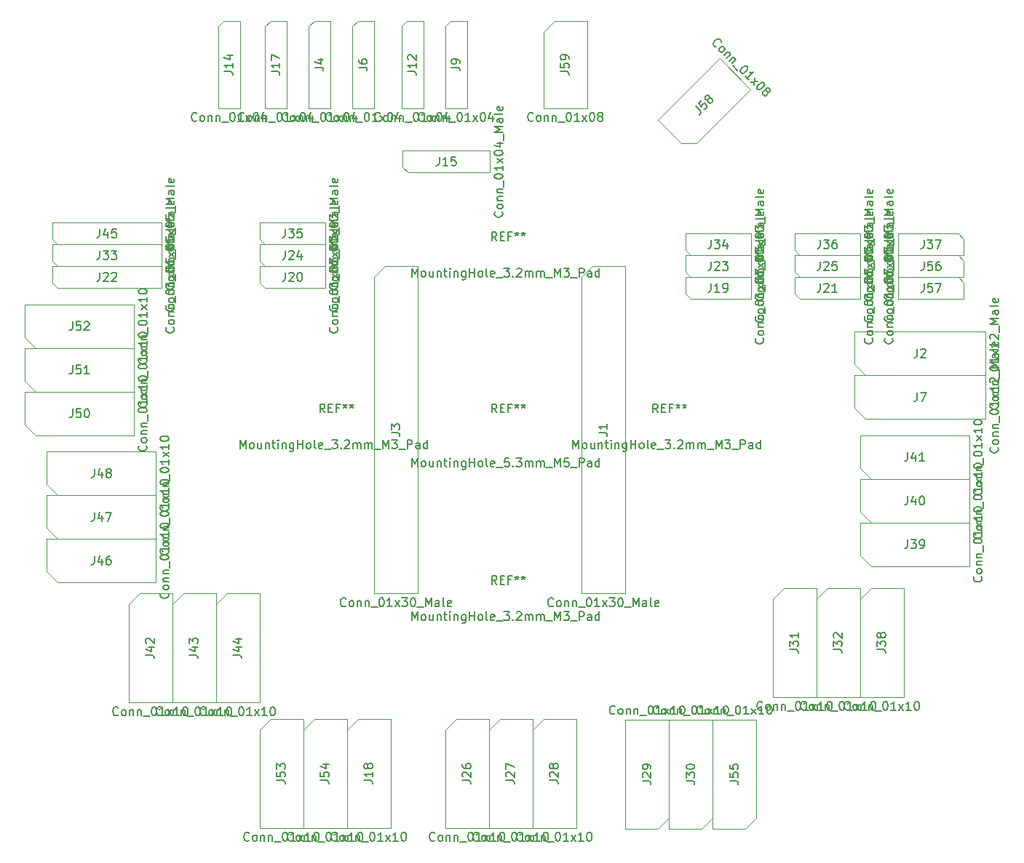
<source format=gbr>
%TF.GenerationSoftware,KiCad,Pcbnew,(5.1.9)-1*%
%TF.CreationDate,2021-04-12T23:14:19+02:00*%
%TF.ProjectId,Version1Male,56657273-696f-46e3-914d-616c652e6b69,rev?*%
%TF.SameCoordinates,Original*%
%TF.FileFunction,Other,Fab,Top*%
%FSLAX46Y46*%
G04 Gerber Fmt 4.6, Leading zero omitted, Abs format (unit mm)*
G04 Created by KiCad (PCBNEW (5.1.9)-1) date 2021-04-12 23:14:19*
%MOMM*%
%LPD*%
G01*
G04 APERTURE LIST*
%ADD10C,0.100000*%
%ADD11C,0.150000*%
G04 APERTURE END LIST*
D10*
%TO.C,J59*%
X144145000Y-47625000D02*
X145415000Y-46355000D01*
X144145000Y-56515000D02*
X144145000Y-47625000D01*
X149225000Y-56515000D02*
X144145000Y-56515000D01*
X149225000Y-46355000D02*
X149225000Y-56515000D01*
X145415000Y-46355000D02*
X149225000Y-46355000D01*
%TO.C,J58*%
X161934026Y-60588026D02*
X160137974Y-60588026D01*
X168220205Y-54301846D02*
X161934026Y-60588026D01*
X164628102Y-50709744D02*
X168220205Y-54301846D01*
X157443898Y-57893949D02*
X164628102Y-50709744D01*
X160137974Y-60588026D02*
X157443898Y-57893949D01*
%TO.C,J57*%
X192405000Y-76200000D02*
X193040000Y-76835000D01*
X185420000Y-76200000D02*
X192405000Y-76200000D01*
X185420000Y-78740000D02*
X185420000Y-76200000D01*
X193040000Y-78740000D02*
X185420000Y-78740000D01*
X193040000Y-76835000D02*
X193040000Y-78740000D01*
%TO.C,J56*%
X192405000Y-73660000D02*
X193040000Y-74295000D01*
X185420000Y-73660000D02*
X192405000Y-73660000D01*
X185420000Y-76200000D02*
X185420000Y-73660000D01*
X193040000Y-76200000D02*
X185420000Y-76200000D01*
X193040000Y-74295000D02*
X193040000Y-76200000D01*
%TO.C,J55*%
X168910000Y-139130000D02*
X167640000Y-140400000D01*
X168910000Y-127700000D02*
X168910000Y-139130000D01*
X163830000Y-127700000D02*
X168910000Y-127700000D01*
X163830000Y-140400000D02*
X163830000Y-127700000D01*
X167640000Y-140400000D02*
X163830000Y-140400000D01*
%TO.C,J54*%
X116205000Y-128905000D02*
X117475000Y-127635000D01*
X116205000Y-140335000D02*
X116205000Y-128905000D01*
X121285000Y-140335000D02*
X116205000Y-140335000D01*
X121285000Y-127635000D02*
X121285000Y-140335000D01*
X117475000Y-127635000D02*
X121285000Y-127635000D01*
%TO.C,J53*%
X111125000Y-128905000D02*
X112395000Y-127635000D01*
X111125000Y-140335000D02*
X111125000Y-128905000D01*
X116205000Y-140335000D02*
X111125000Y-140335000D01*
X116205000Y-127635000D02*
X116205000Y-140335000D01*
X112395000Y-127635000D02*
X116205000Y-127635000D01*
%TO.C,J52*%
X85090000Y-84455000D02*
X83820000Y-83185000D01*
X96520000Y-84455000D02*
X85090000Y-84455000D01*
X96520000Y-79375000D02*
X96520000Y-84455000D01*
X83820000Y-79375000D02*
X96520000Y-79375000D01*
X83820000Y-83185000D02*
X83820000Y-79375000D01*
%TO.C,J51*%
X85090000Y-89535000D02*
X83820000Y-88265000D01*
X96520000Y-89535000D02*
X85090000Y-89535000D01*
X96520000Y-84455000D02*
X96520000Y-89535000D01*
X83820000Y-84455000D02*
X96520000Y-84455000D01*
X83820000Y-88265000D02*
X83820000Y-84455000D01*
%TO.C,J50*%
X85090000Y-94615000D02*
X83820000Y-93345000D01*
X96520000Y-94615000D02*
X85090000Y-94615000D01*
X96520000Y-89535000D02*
X96520000Y-94615000D01*
X83820000Y-89535000D02*
X96520000Y-89535000D01*
X83820000Y-93345000D02*
X83820000Y-89535000D01*
%TO.C,J48*%
X87630000Y-101600000D02*
X86360000Y-100330000D01*
X99060000Y-101600000D02*
X87630000Y-101600000D01*
X99060000Y-96520000D02*
X99060000Y-101600000D01*
X86360000Y-96520000D02*
X99060000Y-96520000D01*
X86360000Y-100330000D02*
X86360000Y-96520000D01*
%TO.C,J47*%
X87630000Y-106680000D02*
X86360000Y-105410000D01*
X99060000Y-106680000D02*
X87630000Y-106680000D01*
X99060000Y-101600000D02*
X99060000Y-106680000D01*
X86360000Y-101600000D02*
X99060000Y-101600000D01*
X86360000Y-105410000D02*
X86360000Y-101600000D01*
%TO.C,J46*%
X87630000Y-111760000D02*
X86360000Y-110490000D01*
X99060000Y-111760000D02*
X87630000Y-111760000D01*
X99060000Y-106680000D02*
X99060000Y-111760000D01*
X86360000Y-106680000D02*
X99060000Y-106680000D01*
X86360000Y-110490000D02*
X86360000Y-106680000D01*
%TO.C,J45*%
X87630000Y-72390000D02*
X86995000Y-71755000D01*
X99695000Y-72390000D02*
X87630000Y-72390000D01*
X99695000Y-69850000D02*
X99695000Y-72390000D01*
X86995000Y-69850000D02*
X99695000Y-69850000D01*
X86995000Y-71755000D02*
X86995000Y-69850000D01*
%TO.C,J44*%
X106045000Y-114300000D02*
X107315000Y-113030000D01*
X106045000Y-125730000D02*
X106045000Y-114300000D01*
X111125000Y-125730000D02*
X106045000Y-125730000D01*
X111125000Y-113030000D02*
X111125000Y-125730000D01*
X107315000Y-113030000D02*
X111125000Y-113030000D01*
%TO.C,J43*%
X100965000Y-114300000D02*
X102235000Y-113030000D01*
X100965000Y-125730000D02*
X100965000Y-114300000D01*
X106045000Y-125730000D02*
X100965000Y-125730000D01*
X106045000Y-113030000D02*
X106045000Y-125730000D01*
X102235000Y-113030000D02*
X106045000Y-113030000D01*
%TO.C,J42*%
X95885000Y-114300000D02*
X97155000Y-113030000D01*
X95885000Y-125730000D02*
X95885000Y-114300000D01*
X100965000Y-125730000D02*
X95885000Y-125730000D01*
X100965000Y-113030000D02*
X100965000Y-125730000D01*
X97155000Y-113030000D02*
X100965000Y-113030000D01*
%TO.C,J41*%
X182245000Y-99695000D02*
X180975000Y-98425000D01*
X193675000Y-99695000D02*
X182245000Y-99695000D01*
X193675000Y-94615000D02*
X193675000Y-99695000D01*
X180975000Y-94615000D02*
X193675000Y-94615000D01*
X180975000Y-98425000D02*
X180975000Y-94615000D01*
%TO.C,J40*%
X182245000Y-104775000D02*
X180975000Y-103505000D01*
X193675000Y-104775000D02*
X182245000Y-104775000D01*
X193675000Y-99695000D02*
X193675000Y-104775000D01*
X180975000Y-99695000D02*
X193675000Y-99695000D01*
X180975000Y-103505000D02*
X180975000Y-99695000D01*
%TO.C,J39*%
X182245000Y-109855000D02*
X180975000Y-108585000D01*
X193675000Y-109855000D02*
X182245000Y-109855000D01*
X193675000Y-104775000D02*
X193675000Y-109855000D01*
X180975000Y-104775000D02*
X193675000Y-104775000D01*
X180975000Y-108585000D02*
X180975000Y-104775000D01*
%TO.C,J38*%
X180975000Y-113665000D02*
X182245000Y-112395000D01*
X180975000Y-125095000D02*
X180975000Y-113665000D01*
X186055000Y-125095000D02*
X180975000Y-125095000D01*
X186055000Y-112395000D02*
X186055000Y-125095000D01*
X182245000Y-112395000D02*
X186055000Y-112395000D01*
%TO.C,J37*%
X192405000Y-71120000D02*
X193040000Y-71755000D01*
X185420000Y-71120000D02*
X192405000Y-71120000D01*
X185420000Y-73660000D02*
X185420000Y-71120000D01*
X193040000Y-73660000D02*
X185420000Y-73660000D01*
X193040000Y-71755000D02*
X193040000Y-73660000D01*
%TO.C,J36*%
X173990000Y-73660000D02*
X173355000Y-73025000D01*
X180975000Y-73660000D02*
X173990000Y-73660000D01*
X180975000Y-71120000D02*
X180975000Y-73660000D01*
X173355000Y-71120000D02*
X180975000Y-71120000D01*
X173355000Y-73025000D02*
X173355000Y-71120000D01*
%TO.C,J35*%
X111760000Y-72390000D02*
X111125000Y-71755000D01*
X118745000Y-72390000D02*
X111760000Y-72390000D01*
X118745000Y-69850000D02*
X118745000Y-72390000D01*
X111125000Y-69850000D02*
X118745000Y-69850000D01*
X111125000Y-71755000D02*
X111125000Y-69850000D01*
%TO.C,J34*%
X161290000Y-73660000D02*
X160655000Y-73025000D01*
X168275000Y-73660000D02*
X161290000Y-73660000D01*
X168275000Y-71120000D02*
X168275000Y-73660000D01*
X160655000Y-71120000D02*
X168275000Y-71120000D01*
X160655000Y-73025000D02*
X160655000Y-71120000D01*
%TO.C,J33*%
X87630000Y-74930000D02*
X86995000Y-74295000D01*
X99695000Y-74930000D02*
X87630000Y-74930000D01*
X99695000Y-72390000D02*
X99695000Y-74930000D01*
X86995000Y-72390000D02*
X99695000Y-72390000D01*
X86995000Y-74295000D02*
X86995000Y-72390000D01*
%TO.C,J32*%
X175895000Y-113665000D02*
X177165000Y-112395000D01*
X175895000Y-125095000D02*
X175895000Y-113665000D01*
X180975000Y-125095000D02*
X175895000Y-125095000D01*
X180975000Y-112395000D02*
X180975000Y-125095000D01*
X177165000Y-112395000D02*
X180975000Y-112395000D01*
%TO.C,J31*%
X170815000Y-113665000D02*
X172085000Y-112395000D01*
X170815000Y-125095000D02*
X170815000Y-113665000D01*
X175895000Y-125095000D02*
X170815000Y-125095000D01*
X175895000Y-112395000D02*
X175895000Y-125095000D01*
X172085000Y-112395000D02*
X175895000Y-112395000D01*
%TO.C,J30*%
X163830000Y-139130000D02*
X162560000Y-140400000D01*
X163830000Y-127700000D02*
X163830000Y-139130000D01*
X158750000Y-127700000D02*
X163830000Y-127700000D01*
X158750000Y-140400000D02*
X158750000Y-127700000D01*
X162560000Y-140400000D02*
X158750000Y-140400000D01*
%TO.C,J29*%
X158750000Y-139130000D02*
X157480000Y-140400000D01*
X158750000Y-127700000D02*
X158750000Y-139130000D01*
X153670000Y-127700000D02*
X158750000Y-127700000D01*
X153670000Y-140400000D02*
X153670000Y-127700000D01*
X157480000Y-140400000D02*
X153670000Y-140400000D01*
%TO.C,J28*%
X142875000Y-128905000D02*
X144145000Y-127635000D01*
X142875000Y-140335000D02*
X142875000Y-128905000D01*
X147955000Y-140335000D02*
X142875000Y-140335000D01*
X147955000Y-127635000D02*
X147955000Y-140335000D01*
X144145000Y-127635000D02*
X147955000Y-127635000D01*
%TO.C,J27*%
X137795000Y-128905000D02*
X139065000Y-127635000D01*
X137795000Y-140335000D02*
X137795000Y-128905000D01*
X142875000Y-140335000D02*
X137795000Y-140335000D01*
X142875000Y-127635000D02*
X142875000Y-140335000D01*
X139065000Y-127635000D02*
X142875000Y-127635000D01*
%TO.C,J26*%
X132715000Y-128905000D02*
X133985000Y-127635000D01*
X132715000Y-140335000D02*
X132715000Y-128905000D01*
X137795000Y-140335000D02*
X132715000Y-140335000D01*
X137795000Y-127635000D02*
X137795000Y-140335000D01*
X133985000Y-127635000D02*
X137795000Y-127635000D01*
%TO.C,J25*%
X173990000Y-76200000D02*
X173355000Y-75565000D01*
X180975000Y-76200000D02*
X173990000Y-76200000D01*
X180975000Y-73660000D02*
X180975000Y-76200000D01*
X173355000Y-73660000D02*
X180975000Y-73660000D01*
X173355000Y-75565000D02*
X173355000Y-73660000D01*
%TO.C,J24*%
X111760000Y-74930000D02*
X111125000Y-74295000D01*
X118745000Y-74930000D02*
X111760000Y-74930000D01*
X118745000Y-72390000D02*
X118745000Y-74930000D01*
X111125000Y-72390000D02*
X118745000Y-72390000D01*
X111125000Y-74295000D02*
X111125000Y-72390000D01*
%TO.C,J23*%
X161290000Y-76200000D02*
X160655000Y-75565000D01*
X168275000Y-76200000D02*
X161290000Y-76200000D01*
X168275000Y-73660000D02*
X168275000Y-76200000D01*
X160655000Y-73660000D02*
X168275000Y-73660000D01*
X160655000Y-75565000D02*
X160655000Y-73660000D01*
%TO.C,J22*%
X87630000Y-77470000D02*
X86995000Y-76835000D01*
X99695000Y-77470000D02*
X87630000Y-77470000D01*
X99695000Y-74930000D02*
X99695000Y-77470000D01*
X86995000Y-74930000D02*
X99695000Y-74930000D01*
X86995000Y-76835000D02*
X86995000Y-74930000D01*
%TO.C,J21*%
X173990000Y-78740000D02*
X173355000Y-78105000D01*
X180975000Y-78740000D02*
X173990000Y-78740000D01*
X180975000Y-76200000D02*
X180975000Y-78740000D01*
X173355000Y-76200000D02*
X180975000Y-76200000D01*
X173355000Y-78105000D02*
X173355000Y-76200000D01*
%TO.C,J20*%
X111760000Y-77470000D02*
X111125000Y-76835000D01*
X118745000Y-77470000D02*
X111760000Y-77470000D01*
X118745000Y-74930000D02*
X118745000Y-77470000D01*
X111125000Y-74930000D02*
X118745000Y-74930000D01*
X111125000Y-76835000D02*
X111125000Y-74930000D01*
%TO.C,J19*%
X161290000Y-78740000D02*
X160655000Y-78105000D01*
X168275000Y-78740000D02*
X161290000Y-78740000D01*
X168275000Y-76200000D02*
X168275000Y-78740000D01*
X160655000Y-76200000D02*
X168275000Y-76200000D01*
X160655000Y-78105000D02*
X160655000Y-76200000D01*
%TO.C,J18*%
X121285000Y-128905000D02*
X122555000Y-127635000D01*
X121285000Y-140335000D02*
X121285000Y-128905000D01*
X126365000Y-140335000D02*
X121285000Y-140335000D01*
X126365000Y-127635000D02*
X126365000Y-140335000D01*
X122555000Y-127635000D02*
X126365000Y-127635000D01*
%TO.C,J17*%
X111760000Y-46990000D02*
X112395000Y-46355000D01*
X111760000Y-56515000D02*
X111760000Y-46990000D01*
X114300000Y-56515000D02*
X111760000Y-56515000D01*
X114300000Y-46355000D02*
X114300000Y-56515000D01*
X112395000Y-46355000D02*
X114300000Y-46355000D01*
%TO.C,J15*%
X128397000Y-64008000D02*
X127762000Y-63373000D01*
X137922000Y-64008000D02*
X128397000Y-64008000D01*
X137922000Y-61468000D02*
X137922000Y-64008000D01*
X127762000Y-61468000D02*
X137922000Y-61468000D01*
X127762000Y-63373000D02*
X127762000Y-61468000D01*
%TO.C,J14*%
X106290000Y-46990000D02*
X106925000Y-46355000D01*
X106290000Y-56515000D02*
X106290000Y-46990000D01*
X108830000Y-56515000D02*
X106290000Y-56515000D01*
X108830000Y-46355000D02*
X108830000Y-56515000D01*
X106925000Y-46355000D02*
X108830000Y-46355000D01*
%TO.C,J12*%
X127635000Y-46990000D02*
X128270000Y-46355000D01*
X127635000Y-56515000D02*
X127635000Y-46990000D01*
X130175000Y-56515000D02*
X127635000Y-56515000D01*
X130175000Y-46355000D02*
X130175000Y-56515000D01*
X128270000Y-46355000D02*
X130175000Y-46355000D01*
%TO.C,J9*%
X132715000Y-46990000D02*
X133350000Y-46355000D01*
X132715000Y-56515000D02*
X132715000Y-46990000D01*
X135255000Y-56515000D02*
X132715000Y-56515000D01*
X135255000Y-46355000D02*
X135255000Y-56515000D01*
X133350000Y-46355000D02*
X135255000Y-46355000D01*
%TO.C,J7*%
X181610000Y-92710000D02*
X180340000Y-91440000D01*
X195580000Y-92710000D02*
X181610000Y-92710000D01*
X195580000Y-87630000D02*
X195580000Y-92710000D01*
X180340000Y-87630000D02*
X195580000Y-87630000D01*
X180340000Y-91440000D02*
X180340000Y-87630000D01*
%TO.C,J6*%
X121920000Y-46990000D02*
X122555000Y-46355000D01*
X121920000Y-56515000D02*
X121920000Y-46990000D01*
X124460000Y-56515000D02*
X121920000Y-56515000D01*
X124460000Y-46355000D02*
X124460000Y-56515000D01*
X122555000Y-46355000D02*
X124460000Y-46355000D01*
%TO.C,J4*%
X116840000Y-46990000D02*
X117475000Y-46355000D01*
X116840000Y-56515000D02*
X116840000Y-46990000D01*
X119380000Y-56515000D02*
X116840000Y-56515000D01*
X119380000Y-46355000D02*
X119380000Y-56515000D01*
X117475000Y-46355000D02*
X119380000Y-46355000D01*
%TO.C,J3*%
X124460000Y-76200000D02*
X125730000Y-74930000D01*
X124460000Y-113030000D02*
X124460000Y-76200000D01*
X129540000Y-113030000D02*
X124460000Y-113030000D01*
X129540000Y-74930000D02*
X129540000Y-113030000D01*
X125730000Y-74930000D02*
X129540000Y-74930000D01*
%TO.C,J2*%
X181610000Y-87630000D02*
X180340000Y-86360000D01*
X195580000Y-87630000D02*
X181610000Y-87630000D01*
X195580000Y-82550000D02*
X195580000Y-87630000D01*
X180340000Y-82550000D02*
X195580000Y-82550000D01*
X180340000Y-86360000D02*
X180340000Y-82550000D01*
%TO.C,J1*%
X148590000Y-76200000D02*
X149860000Y-74930000D01*
X148590000Y-113030000D02*
X148590000Y-76200000D01*
X153670000Y-113030000D02*
X148590000Y-113030000D01*
X153670000Y-74930000D02*
X153670000Y-113030000D01*
X149860000Y-74930000D02*
X153670000Y-74930000D01*
%TD*%
%TO.C,REF\u002A\u002A*%
D11*
X128845238Y-76152380D02*
X128845238Y-75152380D01*
X129178571Y-75866666D01*
X129511904Y-75152380D01*
X129511904Y-76152380D01*
X130130952Y-76152380D02*
X130035714Y-76104761D01*
X129988095Y-76057142D01*
X129940476Y-75961904D01*
X129940476Y-75676190D01*
X129988095Y-75580952D01*
X130035714Y-75533333D01*
X130130952Y-75485714D01*
X130273809Y-75485714D01*
X130369047Y-75533333D01*
X130416666Y-75580952D01*
X130464285Y-75676190D01*
X130464285Y-75961904D01*
X130416666Y-76057142D01*
X130369047Y-76104761D01*
X130273809Y-76152380D01*
X130130952Y-76152380D01*
X131321428Y-75485714D02*
X131321428Y-76152380D01*
X130892857Y-75485714D02*
X130892857Y-76009523D01*
X130940476Y-76104761D01*
X131035714Y-76152380D01*
X131178571Y-76152380D01*
X131273809Y-76104761D01*
X131321428Y-76057142D01*
X131797619Y-75485714D02*
X131797619Y-76152380D01*
X131797619Y-75580952D02*
X131845238Y-75533333D01*
X131940476Y-75485714D01*
X132083333Y-75485714D01*
X132178571Y-75533333D01*
X132226190Y-75628571D01*
X132226190Y-76152380D01*
X132559523Y-75485714D02*
X132940476Y-75485714D01*
X132702380Y-75152380D02*
X132702380Y-76009523D01*
X132750000Y-76104761D01*
X132845238Y-76152380D01*
X132940476Y-76152380D01*
X133273809Y-76152380D02*
X133273809Y-75485714D01*
X133273809Y-75152380D02*
X133226190Y-75200000D01*
X133273809Y-75247619D01*
X133321428Y-75200000D01*
X133273809Y-75152380D01*
X133273809Y-75247619D01*
X133749999Y-75485714D02*
X133749999Y-76152380D01*
X133749999Y-75580952D02*
X133797619Y-75533333D01*
X133892857Y-75485714D01*
X134035714Y-75485714D01*
X134130952Y-75533333D01*
X134178571Y-75628571D01*
X134178571Y-76152380D01*
X135083333Y-75485714D02*
X135083333Y-76295238D01*
X135035714Y-76390476D01*
X134988095Y-76438095D01*
X134892857Y-76485714D01*
X134750000Y-76485714D01*
X134654761Y-76438095D01*
X135083333Y-76104761D02*
X134988095Y-76152380D01*
X134797619Y-76152380D01*
X134702380Y-76104761D01*
X134654761Y-76057142D01*
X134607142Y-75961904D01*
X134607142Y-75676190D01*
X134654761Y-75580952D01*
X134702380Y-75533333D01*
X134797619Y-75485714D01*
X134988095Y-75485714D01*
X135083333Y-75533333D01*
X135559523Y-76152380D02*
X135559523Y-75152380D01*
X135559523Y-75628571D02*
X136130952Y-75628571D01*
X136130952Y-76152380D02*
X136130952Y-75152380D01*
X136750000Y-76152380D02*
X136654761Y-76104761D01*
X136607142Y-76057142D01*
X136559523Y-75961904D01*
X136559523Y-75676190D01*
X136607142Y-75580952D01*
X136654761Y-75533333D01*
X136750000Y-75485714D01*
X136892857Y-75485714D01*
X136988095Y-75533333D01*
X137035714Y-75580952D01*
X137083333Y-75676190D01*
X137083333Y-75961904D01*
X137035714Y-76057142D01*
X136988095Y-76104761D01*
X136892857Y-76152380D01*
X136750000Y-76152380D01*
X137654761Y-76152380D02*
X137559523Y-76104761D01*
X137511904Y-76009523D01*
X137511904Y-75152380D01*
X138416666Y-76104761D02*
X138321428Y-76152380D01*
X138130952Y-76152380D01*
X138035714Y-76104761D01*
X137988095Y-76009523D01*
X137988095Y-75628571D01*
X138035714Y-75533333D01*
X138130952Y-75485714D01*
X138321428Y-75485714D01*
X138416666Y-75533333D01*
X138464285Y-75628571D01*
X138464285Y-75723809D01*
X137988095Y-75819047D01*
X138654761Y-76247619D02*
X139416666Y-76247619D01*
X139559523Y-75152380D02*
X140178571Y-75152380D01*
X139845238Y-75533333D01*
X139988095Y-75533333D01*
X140083333Y-75580952D01*
X140130952Y-75628571D01*
X140178571Y-75723809D01*
X140178571Y-75961904D01*
X140130952Y-76057142D01*
X140083333Y-76104761D01*
X139988095Y-76152380D01*
X139702380Y-76152380D01*
X139607142Y-76104761D01*
X139559523Y-76057142D01*
X140607142Y-76057142D02*
X140654761Y-76104761D01*
X140607142Y-76152380D01*
X140559523Y-76104761D01*
X140607142Y-76057142D01*
X140607142Y-76152380D01*
X141035714Y-75247619D02*
X141083333Y-75200000D01*
X141178571Y-75152380D01*
X141416666Y-75152380D01*
X141511904Y-75200000D01*
X141559523Y-75247619D01*
X141607142Y-75342857D01*
X141607142Y-75438095D01*
X141559523Y-75580952D01*
X140988095Y-76152380D01*
X141607142Y-76152380D01*
X142035714Y-76152380D02*
X142035714Y-75485714D01*
X142035714Y-75580952D02*
X142083333Y-75533333D01*
X142178571Y-75485714D01*
X142321428Y-75485714D01*
X142416666Y-75533333D01*
X142464285Y-75628571D01*
X142464285Y-76152380D01*
X142464285Y-75628571D02*
X142511904Y-75533333D01*
X142607142Y-75485714D01*
X142750000Y-75485714D01*
X142845238Y-75533333D01*
X142892857Y-75628571D01*
X142892857Y-76152380D01*
X143369047Y-76152380D02*
X143369047Y-75485714D01*
X143369047Y-75580952D02*
X143416666Y-75533333D01*
X143511904Y-75485714D01*
X143654761Y-75485714D01*
X143750000Y-75533333D01*
X143797619Y-75628571D01*
X143797619Y-76152380D01*
X143797619Y-75628571D02*
X143845238Y-75533333D01*
X143940476Y-75485714D01*
X144083333Y-75485714D01*
X144178571Y-75533333D01*
X144226190Y-75628571D01*
X144226190Y-76152380D01*
X144464285Y-76247619D02*
X145226190Y-76247619D01*
X145464285Y-76152380D02*
X145464285Y-75152380D01*
X145797619Y-75866666D01*
X146130952Y-75152380D01*
X146130952Y-76152380D01*
X146511904Y-75152380D02*
X147130952Y-75152380D01*
X146797619Y-75533333D01*
X146940476Y-75533333D01*
X147035714Y-75580952D01*
X147083333Y-75628571D01*
X147130952Y-75723809D01*
X147130952Y-75961904D01*
X147083333Y-76057142D01*
X147035714Y-76104761D01*
X146940476Y-76152380D01*
X146654761Y-76152380D01*
X146559523Y-76104761D01*
X146511904Y-76057142D01*
X147321428Y-76247619D02*
X148083333Y-76247619D01*
X148321428Y-76152380D02*
X148321428Y-75152380D01*
X148702380Y-75152380D01*
X148797619Y-75200000D01*
X148845238Y-75247619D01*
X148892857Y-75342857D01*
X148892857Y-75485714D01*
X148845238Y-75580952D01*
X148797619Y-75628571D01*
X148702380Y-75676190D01*
X148321428Y-75676190D01*
X149750000Y-76152380D02*
X149750000Y-75628571D01*
X149702380Y-75533333D01*
X149607142Y-75485714D01*
X149416666Y-75485714D01*
X149321428Y-75533333D01*
X149750000Y-76104761D02*
X149654761Y-76152380D01*
X149416666Y-76152380D01*
X149321428Y-76104761D01*
X149273809Y-76009523D01*
X149273809Y-75914285D01*
X149321428Y-75819047D01*
X149416666Y-75771428D01*
X149654761Y-75771428D01*
X149750000Y-75723809D01*
X150654761Y-76152380D02*
X150654761Y-75152380D01*
X150654761Y-76104761D02*
X150559523Y-76152380D01*
X150369047Y-76152380D01*
X150273809Y-76104761D01*
X150226190Y-76057142D01*
X150178571Y-75961904D01*
X150178571Y-75676190D01*
X150226190Y-75580952D01*
X150273809Y-75533333D01*
X150369047Y-75485714D01*
X150559523Y-75485714D01*
X150654761Y-75533333D01*
X138716666Y-71952380D02*
X138383333Y-71476190D01*
X138145238Y-71952380D02*
X138145238Y-70952380D01*
X138526190Y-70952380D01*
X138621428Y-71000000D01*
X138669047Y-71047619D01*
X138716666Y-71142857D01*
X138716666Y-71285714D01*
X138669047Y-71380952D01*
X138621428Y-71428571D01*
X138526190Y-71476190D01*
X138145238Y-71476190D01*
X139145238Y-71428571D02*
X139478571Y-71428571D01*
X139621428Y-71952380D02*
X139145238Y-71952380D01*
X139145238Y-70952380D01*
X139621428Y-70952380D01*
X140383333Y-71428571D02*
X140050000Y-71428571D01*
X140050000Y-71952380D02*
X140050000Y-70952380D01*
X140526190Y-70952380D01*
X141050000Y-70952380D02*
X141050000Y-71190476D01*
X140811904Y-71095238D02*
X141050000Y-71190476D01*
X141288095Y-71095238D01*
X140907142Y-71380952D02*
X141050000Y-71190476D01*
X141192857Y-71380952D01*
X141811904Y-70952380D02*
X141811904Y-71190476D01*
X141573809Y-71095238D02*
X141811904Y-71190476D01*
X142050000Y-71095238D01*
X141669047Y-71380952D02*
X141811904Y-71190476D01*
X141954761Y-71380952D01*
X108845238Y-96152380D02*
X108845238Y-95152380D01*
X109178571Y-95866666D01*
X109511904Y-95152380D01*
X109511904Y-96152380D01*
X110130952Y-96152380D02*
X110035714Y-96104761D01*
X109988095Y-96057142D01*
X109940476Y-95961904D01*
X109940476Y-95676190D01*
X109988095Y-95580952D01*
X110035714Y-95533333D01*
X110130952Y-95485714D01*
X110273809Y-95485714D01*
X110369047Y-95533333D01*
X110416666Y-95580952D01*
X110464285Y-95676190D01*
X110464285Y-95961904D01*
X110416666Y-96057142D01*
X110369047Y-96104761D01*
X110273809Y-96152380D01*
X110130952Y-96152380D01*
X111321428Y-95485714D02*
X111321428Y-96152380D01*
X110892857Y-95485714D02*
X110892857Y-96009523D01*
X110940476Y-96104761D01*
X111035714Y-96152380D01*
X111178571Y-96152380D01*
X111273809Y-96104761D01*
X111321428Y-96057142D01*
X111797619Y-95485714D02*
X111797619Y-96152380D01*
X111797619Y-95580952D02*
X111845238Y-95533333D01*
X111940476Y-95485714D01*
X112083333Y-95485714D01*
X112178571Y-95533333D01*
X112226190Y-95628571D01*
X112226190Y-96152380D01*
X112559523Y-95485714D02*
X112940476Y-95485714D01*
X112702380Y-95152380D02*
X112702380Y-96009523D01*
X112750000Y-96104761D01*
X112845238Y-96152380D01*
X112940476Y-96152380D01*
X113273809Y-96152380D02*
X113273809Y-95485714D01*
X113273809Y-95152380D02*
X113226190Y-95200000D01*
X113273809Y-95247619D01*
X113321428Y-95200000D01*
X113273809Y-95152380D01*
X113273809Y-95247619D01*
X113749999Y-95485714D02*
X113749999Y-96152380D01*
X113749999Y-95580952D02*
X113797619Y-95533333D01*
X113892857Y-95485714D01*
X114035714Y-95485714D01*
X114130952Y-95533333D01*
X114178571Y-95628571D01*
X114178571Y-96152380D01*
X115083333Y-95485714D02*
X115083333Y-96295238D01*
X115035714Y-96390476D01*
X114988095Y-96438095D01*
X114892857Y-96485714D01*
X114749999Y-96485714D01*
X114654761Y-96438095D01*
X115083333Y-96104761D02*
X114988095Y-96152380D01*
X114797619Y-96152380D01*
X114702380Y-96104761D01*
X114654761Y-96057142D01*
X114607142Y-95961904D01*
X114607142Y-95676190D01*
X114654761Y-95580952D01*
X114702380Y-95533333D01*
X114797619Y-95485714D01*
X114988095Y-95485714D01*
X115083333Y-95533333D01*
X115559523Y-96152380D02*
X115559523Y-95152380D01*
X115559523Y-95628571D02*
X116130952Y-95628571D01*
X116130952Y-96152380D02*
X116130952Y-95152380D01*
X116749999Y-96152380D02*
X116654761Y-96104761D01*
X116607142Y-96057142D01*
X116559523Y-95961904D01*
X116559523Y-95676190D01*
X116607142Y-95580952D01*
X116654761Y-95533333D01*
X116749999Y-95485714D01*
X116892857Y-95485714D01*
X116988095Y-95533333D01*
X117035714Y-95580952D01*
X117083333Y-95676190D01*
X117083333Y-95961904D01*
X117035714Y-96057142D01*
X116988095Y-96104761D01*
X116892857Y-96152380D01*
X116749999Y-96152380D01*
X117654761Y-96152380D02*
X117559523Y-96104761D01*
X117511904Y-96009523D01*
X117511904Y-95152380D01*
X118416666Y-96104761D02*
X118321428Y-96152380D01*
X118130952Y-96152380D01*
X118035714Y-96104761D01*
X117988095Y-96009523D01*
X117988095Y-95628571D01*
X118035714Y-95533333D01*
X118130952Y-95485714D01*
X118321428Y-95485714D01*
X118416666Y-95533333D01*
X118464285Y-95628571D01*
X118464285Y-95723809D01*
X117988095Y-95819047D01*
X118654761Y-96247619D02*
X119416666Y-96247619D01*
X119559523Y-95152380D02*
X120178571Y-95152380D01*
X119845238Y-95533333D01*
X119988095Y-95533333D01*
X120083333Y-95580952D01*
X120130952Y-95628571D01*
X120178571Y-95723809D01*
X120178571Y-95961904D01*
X120130952Y-96057142D01*
X120083333Y-96104761D01*
X119988095Y-96152380D01*
X119702380Y-96152380D01*
X119607142Y-96104761D01*
X119559523Y-96057142D01*
X120607142Y-96057142D02*
X120654761Y-96104761D01*
X120607142Y-96152380D01*
X120559523Y-96104761D01*
X120607142Y-96057142D01*
X120607142Y-96152380D01*
X121035714Y-95247619D02*
X121083333Y-95200000D01*
X121178571Y-95152380D01*
X121416666Y-95152380D01*
X121511904Y-95200000D01*
X121559523Y-95247619D01*
X121607142Y-95342857D01*
X121607142Y-95438095D01*
X121559523Y-95580952D01*
X120988095Y-96152380D01*
X121607142Y-96152380D01*
X122035714Y-96152380D02*
X122035714Y-95485714D01*
X122035714Y-95580952D02*
X122083333Y-95533333D01*
X122178571Y-95485714D01*
X122321428Y-95485714D01*
X122416666Y-95533333D01*
X122464285Y-95628571D01*
X122464285Y-96152380D01*
X122464285Y-95628571D02*
X122511904Y-95533333D01*
X122607142Y-95485714D01*
X122749999Y-95485714D01*
X122845238Y-95533333D01*
X122892857Y-95628571D01*
X122892857Y-96152380D01*
X123369047Y-96152380D02*
X123369047Y-95485714D01*
X123369047Y-95580952D02*
X123416666Y-95533333D01*
X123511904Y-95485714D01*
X123654761Y-95485714D01*
X123749999Y-95533333D01*
X123797619Y-95628571D01*
X123797619Y-96152380D01*
X123797619Y-95628571D02*
X123845238Y-95533333D01*
X123940476Y-95485714D01*
X124083333Y-95485714D01*
X124178571Y-95533333D01*
X124226190Y-95628571D01*
X124226190Y-96152380D01*
X124464285Y-96247619D02*
X125226190Y-96247619D01*
X125464285Y-96152380D02*
X125464285Y-95152380D01*
X125797619Y-95866666D01*
X126130952Y-95152380D01*
X126130952Y-96152380D01*
X126511904Y-95152380D02*
X127130952Y-95152380D01*
X126797619Y-95533333D01*
X126940476Y-95533333D01*
X127035714Y-95580952D01*
X127083333Y-95628571D01*
X127130952Y-95723809D01*
X127130952Y-95961904D01*
X127083333Y-96057142D01*
X127035714Y-96104761D01*
X126940476Y-96152380D01*
X126654761Y-96152380D01*
X126559523Y-96104761D01*
X126511904Y-96057142D01*
X127321428Y-96247619D02*
X128083333Y-96247619D01*
X128321428Y-96152380D02*
X128321428Y-95152380D01*
X128702380Y-95152380D01*
X128797619Y-95200000D01*
X128845238Y-95247619D01*
X128892857Y-95342857D01*
X128892857Y-95485714D01*
X128845238Y-95580952D01*
X128797619Y-95628571D01*
X128702380Y-95676190D01*
X128321428Y-95676190D01*
X129749999Y-96152380D02*
X129749999Y-95628571D01*
X129702380Y-95533333D01*
X129607142Y-95485714D01*
X129416666Y-95485714D01*
X129321428Y-95533333D01*
X129749999Y-96104761D02*
X129654761Y-96152380D01*
X129416666Y-96152380D01*
X129321428Y-96104761D01*
X129273809Y-96009523D01*
X129273809Y-95914285D01*
X129321428Y-95819047D01*
X129416666Y-95771428D01*
X129654761Y-95771428D01*
X129749999Y-95723809D01*
X130654761Y-96152380D02*
X130654761Y-95152380D01*
X130654761Y-96104761D02*
X130559523Y-96152380D01*
X130369047Y-96152380D01*
X130273809Y-96104761D01*
X130226190Y-96057142D01*
X130178571Y-95961904D01*
X130178571Y-95676190D01*
X130226190Y-95580952D01*
X130273809Y-95533333D01*
X130369047Y-95485714D01*
X130559523Y-95485714D01*
X130654761Y-95533333D01*
X118716666Y-91952380D02*
X118383333Y-91476190D01*
X118145238Y-91952380D02*
X118145238Y-90952380D01*
X118526190Y-90952380D01*
X118621428Y-91000000D01*
X118669047Y-91047619D01*
X118716666Y-91142857D01*
X118716666Y-91285714D01*
X118669047Y-91380952D01*
X118621428Y-91428571D01*
X118526190Y-91476190D01*
X118145238Y-91476190D01*
X119145238Y-91428571D02*
X119478571Y-91428571D01*
X119621428Y-91952380D02*
X119145238Y-91952380D01*
X119145238Y-90952380D01*
X119621428Y-90952380D01*
X120383333Y-91428571D02*
X120050000Y-91428571D01*
X120050000Y-91952380D02*
X120050000Y-90952380D01*
X120526190Y-90952380D01*
X121050000Y-90952380D02*
X121050000Y-91190476D01*
X120811904Y-91095238D02*
X121050000Y-91190476D01*
X121288095Y-91095238D01*
X120907142Y-91380952D02*
X121050000Y-91190476D01*
X121192857Y-91380952D01*
X121811904Y-90952380D02*
X121811904Y-91190476D01*
X121573809Y-91095238D02*
X121811904Y-91190476D01*
X122050000Y-91095238D01*
X121669047Y-91380952D02*
X121811904Y-91190476D01*
X121954761Y-91380952D01*
X128845238Y-116152380D02*
X128845238Y-115152380D01*
X129178571Y-115866666D01*
X129511904Y-115152380D01*
X129511904Y-116152380D01*
X130130952Y-116152380D02*
X130035714Y-116104761D01*
X129988095Y-116057142D01*
X129940476Y-115961904D01*
X129940476Y-115676190D01*
X129988095Y-115580952D01*
X130035714Y-115533333D01*
X130130952Y-115485714D01*
X130273809Y-115485714D01*
X130369047Y-115533333D01*
X130416666Y-115580952D01*
X130464285Y-115676190D01*
X130464285Y-115961904D01*
X130416666Y-116057142D01*
X130369047Y-116104761D01*
X130273809Y-116152380D01*
X130130952Y-116152380D01*
X131321428Y-115485714D02*
X131321428Y-116152380D01*
X130892857Y-115485714D02*
X130892857Y-116009523D01*
X130940476Y-116104761D01*
X131035714Y-116152380D01*
X131178571Y-116152380D01*
X131273809Y-116104761D01*
X131321428Y-116057142D01*
X131797619Y-115485714D02*
X131797619Y-116152380D01*
X131797619Y-115580952D02*
X131845238Y-115533333D01*
X131940476Y-115485714D01*
X132083333Y-115485714D01*
X132178571Y-115533333D01*
X132226190Y-115628571D01*
X132226190Y-116152380D01*
X132559523Y-115485714D02*
X132940476Y-115485714D01*
X132702380Y-115152380D02*
X132702380Y-116009523D01*
X132750000Y-116104761D01*
X132845238Y-116152380D01*
X132940476Y-116152380D01*
X133273809Y-116152380D02*
X133273809Y-115485714D01*
X133273809Y-115152380D02*
X133226190Y-115200000D01*
X133273809Y-115247619D01*
X133321428Y-115200000D01*
X133273809Y-115152380D01*
X133273809Y-115247619D01*
X133749999Y-115485714D02*
X133749999Y-116152380D01*
X133749999Y-115580952D02*
X133797619Y-115533333D01*
X133892857Y-115485714D01*
X134035714Y-115485714D01*
X134130952Y-115533333D01*
X134178571Y-115628571D01*
X134178571Y-116152380D01*
X135083333Y-115485714D02*
X135083333Y-116295238D01*
X135035714Y-116390476D01*
X134988095Y-116438095D01*
X134892857Y-116485714D01*
X134750000Y-116485714D01*
X134654761Y-116438095D01*
X135083333Y-116104761D02*
X134988095Y-116152380D01*
X134797619Y-116152380D01*
X134702380Y-116104761D01*
X134654761Y-116057142D01*
X134607142Y-115961904D01*
X134607142Y-115676190D01*
X134654761Y-115580952D01*
X134702380Y-115533333D01*
X134797619Y-115485714D01*
X134988095Y-115485714D01*
X135083333Y-115533333D01*
X135559523Y-116152380D02*
X135559523Y-115152380D01*
X135559523Y-115628571D02*
X136130952Y-115628571D01*
X136130952Y-116152380D02*
X136130952Y-115152380D01*
X136750000Y-116152380D02*
X136654761Y-116104761D01*
X136607142Y-116057142D01*
X136559523Y-115961904D01*
X136559523Y-115676190D01*
X136607142Y-115580952D01*
X136654761Y-115533333D01*
X136750000Y-115485714D01*
X136892857Y-115485714D01*
X136988095Y-115533333D01*
X137035714Y-115580952D01*
X137083333Y-115676190D01*
X137083333Y-115961904D01*
X137035714Y-116057142D01*
X136988095Y-116104761D01*
X136892857Y-116152380D01*
X136750000Y-116152380D01*
X137654761Y-116152380D02*
X137559523Y-116104761D01*
X137511904Y-116009523D01*
X137511904Y-115152380D01*
X138416666Y-116104761D02*
X138321428Y-116152380D01*
X138130952Y-116152380D01*
X138035714Y-116104761D01*
X137988095Y-116009523D01*
X137988095Y-115628571D01*
X138035714Y-115533333D01*
X138130952Y-115485714D01*
X138321428Y-115485714D01*
X138416666Y-115533333D01*
X138464285Y-115628571D01*
X138464285Y-115723809D01*
X137988095Y-115819047D01*
X138654761Y-116247619D02*
X139416666Y-116247619D01*
X139559523Y-115152380D02*
X140178571Y-115152380D01*
X139845238Y-115533333D01*
X139988095Y-115533333D01*
X140083333Y-115580952D01*
X140130952Y-115628571D01*
X140178571Y-115723809D01*
X140178571Y-115961904D01*
X140130952Y-116057142D01*
X140083333Y-116104761D01*
X139988095Y-116152380D01*
X139702380Y-116152380D01*
X139607142Y-116104761D01*
X139559523Y-116057142D01*
X140607142Y-116057142D02*
X140654761Y-116104761D01*
X140607142Y-116152380D01*
X140559523Y-116104761D01*
X140607142Y-116057142D01*
X140607142Y-116152380D01*
X141035714Y-115247619D02*
X141083333Y-115200000D01*
X141178571Y-115152380D01*
X141416666Y-115152380D01*
X141511904Y-115200000D01*
X141559523Y-115247619D01*
X141607142Y-115342857D01*
X141607142Y-115438095D01*
X141559523Y-115580952D01*
X140988095Y-116152380D01*
X141607142Y-116152380D01*
X142035714Y-116152380D02*
X142035714Y-115485714D01*
X142035714Y-115580952D02*
X142083333Y-115533333D01*
X142178571Y-115485714D01*
X142321428Y-115485714D01*
X142416666Y-115533333D01*
X142464285Y-115628571D01*
X142464285Y-116152380D01*
X142464285Y-115628571D02*
X142511904Y-115533333D01*
X142607142Y-115485714D01*
X142750000Y-115485714D01*
X142845238Y-115533333D01*
X142892857Y-115628571D01*
X142892857Y-116152380D01*
X143369047Y-116152380D02*
X143369047Y-115485714D01*
X143369047Y-115580952D02*
X143416666Y-115533333D01*
X143511904Y-115485714D01*
X143654761Y-115485714D01*
X143750000Y-115533333D01*
X143797619Y-115628571D01*
X143797619Y-116152380D01*
X143797619Y-115628571D02*
X143845238Y-115533333D01*
X143940476Y-115485714D01*
X144083333Y-115485714D01*
X144178571Y-115533333D01*
X144226190Y-115628571D01*
X144226190Y-116152380D01*
X144464285Y-116247619D02*
X145226190Y-116247619D01*
X145464285Y-116152380D02*
X145464285Y-115152380D01*
X145797619Y-115866666D01*
X146130952Y-115152380D01*
X146130952Y-116152380D01*
X146511904Y-115152380D02*
X147130952Y-115152380D01*
X146797619Y-115533333D01*
X146940476Y-115533333D01*
X147035714Y-115580952D01*
X147083333Y-115628571D01*
X147130952Y-115723809D01*
X147130952Y-115961904D01*
X147083333Y-116057142D01*
X147035714Y-116104761D01*
X146940476Y-116152380D01*
X146654761Y-116152380D01*
X146559523Y-116104761D01*
X146511904Y-116057142D01*
X147321428Y-116247619D02*
X148083333Y-116247619D01*
X148321428Y-116152380D02*
X148321428Y-115152380D01*
X148702380Y-115152380D01*
X148797619Y-115200000D01*
X148845238Y-115247619D01*
X148892857Y-115342857D01*
X148892857Y-115485714D01*
X148845238Y-115580952D01*
X148797619Y-115628571D01*
X148702380Y-115676190D01*
X148321428Y-115676190D01*
X149750000Y-116152380D02*
X149750000Y-115628571D01*
X149702380Y-115533333D01*
X149607142Y-115485714D01*
X149416666Y-115485714D01*
X149321428Y-115533333D01*
X149750000Y-116104761D02*
X149654761Y-116152380D01*
X149416666Y-116152380D01*
X149321428Y-116104761D01*
X149273809Y-116009523D01*
X149273809Y-115914285D01*
X149321428Y-115819047D01*
X149416666Y-115771428D01*
X149654761Y-115771428D01*
X149750000Y-115723809D01*
X150654761Y-116152380D02*
X150654761Y-115152380D01*
X150654761Y-116104761D02*
X150559523Y-116152380D01*
X150369047Y-116152380D01*
X150273809Y-116104761D01*
X150226190Y-116057142D01*
X150178571Y-115961904D01*
X150178571Y-115676190D01*
X150226190Y-115580952D01*
X150273809Y-115533333D01*
X150369047Y-115485714D01*
X150559523Y-115485714D01*
X150654761Y-115533333D01*
X138716666Y-111952380D02*
X138383333Y-111476190D01*
X138145238Y-111952380D02*
X138145238Y-110952380D01*
X138526190Y-110952380D01*
X138621428Y-111000000D01*
X138669047Y-111047619D01*
X138716666Y-111142857D01*
X138716666Y-111285714D01*
X138669047Y-111380952D01*
X138621428Y-111428571D01*
X138526190Y-111476190D01*
X138145238Y-111476190D01*
X139145238Y-111428571D02*
X139478571Y-111428571D01*
X139621428Y-111952380D02*
X139145238Y-111952380D01*
X139145238Y-110952380D01*
X139621428Y-110952380D01*
X140383333Y-111428571D02*
X140050000Y-111428571D01*
X140050000Y-111952380D02*
X140050000Y-110952380D01*
X140526190Y-110952380D01*
X141050000Y-110952380D02*
X141050000Y-111190476D01*
X140811904Y-111095238D02*
X141050000Y-111190476D01*
X141288095Y-111095238D01*
X140907142Y-111380952D02*
X141050000Y-111190476D01*
X141192857Y-111380952D01*
X141811904Y-110952380D02*
X141811904Y-111190476D01*
X141573809Y-111095238D02*
X141811904Y-111190476D01*
X142050000Y-111095238D01*
X141669047Y-111380952D02*
X141811904Y-111190476D01*
X141954761Y-111380952D01*
X147595238Y-96152380D02*
X147595238Y-95152380D01*
X147928571Y-95866666D01*
X148261904Y-95152380D01*
X148261904Y-96152380D01*
X148880952Y-96152380D02*
X148785714Y-96104761D01*
X148738095Y-96057142D01*
X148690476Y-95961904D01*
X148690476Y-95676190D01*
X148738095Y-95580952D01*
X148785714Y-95533333D01*
X148880952Y-95485714D01*
X149023809Y-95485714D01*
X149119047Y-95533333D01*
X149166666Y-95580952D01*
X149214285Y-95676190D01*
X149214285Y-95961904D01*
X149166666Y-96057142D01*
X149119047Y-96104761D01*
X149023809Y-96152380D01*
X148880952Y-96152380D01*
X150071428Y-95485714D02*
X150071428Y-96152380D01*
X149642857Y-95485714D02*
X149642857Y-96009523D01*
X149690476Y-96104761D01*
X149785714Y-96152380D01*
X149928571Y-96152380D01*
X150023809Y-96104761D01*
X150071428Y-96057142D01*
X150547619Y-95485714D02*
X150547619Y-96152380D01*
X150547619Y-95580952D02*
X150595238Y-95533333D01*
X150690476Y-95485714D01*
X150833333Y-95485714D01*
X150928571Y-95533333D01*
X150976190Y-95628571D01*
X150976190Y-96152380D01*
X151309523Y-95485714D02*
X151690476Y-95485714D01*
X151452380Y-95152380D02*
X151452380Y-96009523D01*
X151500000Y-96104761D01*
X151595238Y-96152380D01*
X151690476Y-96152380D01*
X152023809Y-96152380D02*
X152023809Y-95485714D01*
X152023809Y-95152380D02*
X151976190Y-95200000D01*
X152023809Y-95247619D01*
X152071428Y-95200000D01*
X152023809Y-95152380D01*
X152023809Y-95247619D01*
X152500000Y-95485714D02*
X152500000Y-96152380D01*
X152500000Y-95580952D02*
X152547619Y-95533333D01*
X152642857Y-95485714D01*
X152785714Y-95485714D01*
X152880952Y-95533333D01*
X152928571Y-95628571D01*
X152928571Y-96152380D01*
X153833333Y-95485714D02*
X153833333Y-96295238D01*
X153785714Y-96390476D01*
X153738095Y-96438095D01*
X153642857Y-96485714D01*
X153500000Y-96485714D01*
X153404761Y-96438095D01*
X153833333Y-96104761D02*
X153738095Y-96152380D01*
X153547619Y-96152380D01*
X153452380Y-96104761D01*
X153404761Y-96057142D01*
X153357142Y-95961904D01*
X153357142Y-95676190D01*
X153404761Y-95580952D01*
X153452380Y-95533333D01*
X153547619Y-95485714D01*
X153738095Y-95485714D01*
X153833333Y-95533333D01*
X154309523Y-96152380D02*
X154309523Y-95152380D01*
X154309523Y-95628571D02*
X154880952Y-95628571D01*
X154880952Y-96152380D02*
X154880952Y-95152380D01*
X155500000Y-96152380D02*
X155404761Y-96104761D01*
X155357142Y-96057142D01*
X155309523Y-95961904D01*
X155309523Y-95676190D01*
X155357142Y-95580952D01*
X155404761Y-95533333D01*
X155500000Y-95485714D01*
X155642857Y-95485714D01*
X155738095Y-95533333D01*
X155785714Y-95580952D01*
X155833333Y-95676190D01*
X155833333Y-95961904D01*
X155785714Y-96057142D01*
X155738095Y-96104761D01*
X155642857Y-96152380D01*
X155500000Y-96152380D01*
X156404761Y-96152380D02*
X156309523Y-96104761D01*
X156261904Y-96009523D01*
X156261904Y-95152380D01*
X157166666Y-96104761D02*
X157071428Y-96152380D01*
X156880952Y-96152380D01*
X156785714Y-96104761D01*
X156738095Y-96009523D01*
X156738095Y-95628571D01*
X156785714Y-95533333D01*
X156880952Y-95485714D01*
X157071428Y-95485714D01*
X157166666Y-95533333D01*
X157214285Y-95628571D01*
X157214285Y-95723809D01*
X156738095Y-95819047D01*
X157404761Y-96247619D02*
X158166666Y-96247619D01*
X158309523Y-95152380D02*
X158928571Y-95152380D01*
X158595238Y-95533333D01*
X158738095Y-95533333D01*
X158833333Y-95580952D01*
X158880952Y-95628571D01*
X158928571Y-95723809D01*
X158928571Y-95961904D01*
X158880952Y-96057142D01*
X158833333Y-96104761D01*
X158738095Y-96152380D01*
X158452380Y-96152380D01*
X158357142Y-96104761D01*
X158309523Y-96057142D01*
X159357142Y-96057142D02*
X159404761Y-96104761D01*
X159357142Y-96152380D01*
X159309523Y-96104761D01*
X159357142Y-96057142D01*
X159357142Y-96152380D01*
X159785714Y-95247619D02*
X159833333Y-95200000D01*
X159928571Y-95152380D01*
X160166666Y-95152380D01*
X160261904Y-95200000D01*
X160309523Y-95247619D01*
X160357142Y-95342857D01*
X160357142Y-95438095D01*
X160309523Y-95580952D01*
X159738095Y-96152380D01*
X160357142Y-96152380D01*
X160785714Y-96152380D02*
X160785714Y-95485714D01*
X160785714Y-95580952D02*
X160833333Y-95533333D01*
X160928571Y-95485714D01*
X161071428Y-95485714D01*
X161166666Y-95533333D01*
X161214285Y-95628571D01*
X161214285Y-96152380D01*
X161214285Y-95628571D02*
X161261904Y-95533333D01*
X161357142Y-95485714D01*
X161500000Y-95485714D01*
X161595238Y-95533333D01*
X161642857Y-95628571D01*
X161642857Y-96152380D01*
X162119047Y-96152380D02*
X162119047Y-95485714D01*
X162119047Y-95580952D02*
X162166666Y-95533333D01*
X162261904Y-95485714D01*
X162404761Y-95485714D01*
X162500000Y-95533333D01*
X162547619Y-95628571D01*
X162547619Y-96152380D01*
X162547619Y-95628571D02*
X162595238Y-95533333D01*
X162690476Y-95485714D01*
X162833333Y-95485714D01*
X162928571Y-95533333D01*
X162976190Y-95628571D01*
X162976190Y-96152380D01*
X163214285Y-96247619D02*
X163976190Y-96247619D01*
X164214285Y-96152380D02*
X164214285Y-95152380D01*
X164547619Y-95866666D01*
X164880952Y-95152380D01*
X164880952Y-96152380D01*
X165261904Y-95152380D02*
X165880952Y-95152380D01*
X165547619Y-95533333D01*
X165690476Y-95533333D01*
X165785714Y-95580952D01*
X165833333Y-95628571D01*
X165880952Y-95723809D01*
X165880952Y-95961904D01*
X165833333Y-96057142D01*
X165785714Y-96104761D01*
X165690476Y-96152380D01*
X165404761Y-96152380D01*
X165309523Y-96104761D01*
X165261904Y-96057142D01*
X166071428Y-96247619D02*
X166833333Y-96247619D01*
X167071428Y-96152380D02*
X167071428Y-95152380D01*
X167452380Y-95152380D01*
X167547619Y-95200000D01*
X167595238Y-95247619D01*
X167642857Y-95342857D01*
X167642857Y-95485714D01*
X167595238Y-95580952D01*
X167547619Y-95628571D01*
X167452380Y-95676190D01*
X167071428Y-95676190D01*
X168500000Y-96152380D02*
X168500000Y-95628571D01*
X168452380Y-95533333D01*
X168357142Y-95485714D01*
X168166666Y-95485714D01*
X168071428Y-95533333D01*
X168500000Y-96104761D02*
X168404761Y-96152380D01*
X168166666Y-96152380D01*
X168071428Y-96104761D01*
X168023809Y-96009523D01*
X168023809Y-95914285D01*
X168071428Y-95819047D01*
X168166666Y-95771428D01*
X168404761Y-95771428D01*
X168500000Y-95723809D01*
X169404761Y-96152380D02*
X169404761Y-95152380D01*
X169404761Y-96104761D02*
X169309523Y-96152380D01*
X169119047Y-96152380D01*
X169023809Y-96104761D01*
X168976190Y-96057142D01*
X168928571Y-95961904D01*
X168928571Y-95676190D01*
X168976190Y-95580952D01*
X169023809Y-95533333D01*
X169119047Y-95485714D01*
X169309523Y-95485714D01*
X169404761Y-95533333D01*
X157466666Y-91952380D02*
X157133333Y-91476190D01*
X156895238Y-91952380D02*
X156895238Y-90952380D01*
X157276190Y-90952380D01*
X157371428Y-91000000D01*
X157419047Y-91047619D01*
X157466666Y-91142857D01*
X157466666Y-91285714D01*
X157419047Y-91380952D01*
X157371428Y-91428571D01*
X157276190Y-91476190D01*
X156895238Y-91476190D01*
X157895238Y-91428571D02*
X158228571Y-91428571D01*
X158371428Y-91952380D02*
X157895238Y-91952380D01*
X157895238Y-90952380D01*
X158371428Y-90952380D01*
X159133333Y-91428571D02*
X158800000Y-91428571D01*
X158800000Y-91952380D02*
X158800000Y-90952380D01*
X159276190Y-90952380D01*
X159800000Y-90952380D02*
X159800000Y-91190476D01*
X159561904Y-91095238D02*
X159800000Y-91190476D01*
X160038095Y-91095238D01*
X159657142Y-91380952D02*
X159800000Y-91190476D01*
X159942857Y-91380952D01*
X160561904Y-90952380D02*
X160561904Y-91190476D01*
X160323809Y-91095238D02*
X160561904Y-91190476D01*
X160800000Y-91095238D01*
X160419047Y-91380952D02*
X160561904Y-91190476D01*
X160704761Y-91380952D01*
X128845238Y-98252380D02*
X128845238Y-97252380D01*
X129178571Y-97966666D01*
X129511904Y-97252380D01*
X129511904Y-98252380D01*
X130130952Y-98252380D02*
X130035714Y-98204761D01*
X129988095Y-98157142D01*
X129940476Y-98061904D01*
X129940476Y-97776190D01*
X129988095Y-97680952D01*
X130035714Y-97633333D01*
X130130952Y-97585714D01*
X130273809Y-97585714D01*
X130369047Y-97633333D01*
X130416666Y-97680952D01*
X130464285Y-97776190D01*
X130464285Y-98061904D01*
X130416666Y-98157142D01*
X130369047Y-98204761D01*
X130273809Y-98252380D01*
X130130952Y-98252380D01*
X131321428Y-97585714D02*
X131321428Y-98252380D01*
X130892857Y-97585714D02*
X130892857Y-98109523D01*
X130940476Y-98204761D01*
X131035714Y-98252380D01*
X131178571Y-98252380D01*
X131273809Y-98204761D01*
X131321428Y-98157142D01*
X131797619Y-97585714D02*
X131797619Y-98252380D01*
X131797619Y-97680952D02*
X131845238Y-97633333D01*
X131940476Y-97585714D01*
X132083333Y-97585714D01*
X132178571Y-97633333D01*
X132226190Y-97728571D01*
X132226190Y-98252380D01*
X132559523Y-97585714D02*
X132940476Y-97585714D01*
X132702380Y-97252380D02*
X132702380Y-98109523D01*
X132750000Y-98204761D01*
X132845238Y-98252380D01*
X132940476Y-98252380D01*
X133273809Y-98252380D02*
X133273809Y-97585714D01*
X133273809Y-97252380D02*
X133226190Y-97300000D01*
X133273809Y-97347619D01*
X133321428Y-97300000D01*
X133273809Y-97252380D01*
X133273809Y-97347619D01*
X133749999Y-97585714D02*
X133749999Y-98252380D01*
X133749999Y-97680952D02*
X133797619Y-97633333D01*
X133892857Y-97585714D01*
X134035714Y-97585714D01*
X134130952Y-97633333D01*
X134178571Y-97728571D01*
X134178571Y-98252380D01*
X135083333Y-97585714D02*
X135083333Y-98395238D01*
X135035714Y-98490476D01*
X134988095Y-98538095D01*
X134892857Y-98585714D01*
X134750000Y-98585714D01*
X134654761Y-98538095D01*
X135083333Y-98204761D02*
X134988095Y-98252380D01*
X134797619Y-98252380D01*
X134702380Y-98204761D01*
X134654761Y-98157142D01*
X134607142Y-98061904D01*
X134607142Y-97776190D01*
X134654761Y-97680952D01*
X134702380Y-97633333D01*
X134797619Y-97585714D01*
X134988095Y-97585714D01*
X135083333Y-97633333D01*
X135559523Y-98252380D02*
X135559523Y-97252380D01*
X135559523Y-97728571D02*
X136130952Y-97728571D01*
X136130952Y-98252380D02*
X136130952Y-97252380D01*
X136750000Y-98252380D02*
X136654761Y-98204761D01*
X136607142Y-98157142D01*
X136559523Y-98061904D01*
X136559523Y-97776190D01*
X136607142Y-97680952D01*
X136654761Y-97633333D01*
X136750000Y-97585714D01*
X136892857Y-97585714D01*
X136988095Y-97633333D01*
X137035714Y-97680952D01*
X137083333Y-97776190D01*
X137083333Y-98061904D01*
X137035714Y-98157142D01*
X136988095Y-98204761D01*
X136892857Y-98252380D01*
X136750000Y-98252380D01*
X137654761Y-98252380D02*
X137559523Y-98204761D01*
X137511904Y-98109523D01*
X137511904Y-97252380D01*
X138416666Y-98204761D02*
X138321428Y-98252380D01*
X138130952Y-98252380D01*
X138035714Y-98204761D01*
X137988095Y-98109523D01*
X137988095Y-97728571D01*
X138035714Y-97633333D01*
X138130952Y-97585714D01*
X138321428Y-97585714D01*
X138416666Y-97633333D01*
X138464285Y-97728571D01*
X138464285Y-97823809D01*
X137988095Y-97919047D01*
X138654761Y-98347619D02*
X139416666Y-98347619D01*
X140130952Y-97252380D02*
X139654761Y-97252380D01*
X139607142Y-97728571D01*
X139654761Y-97680952D01*
X139750000Y-97633333D01*
X139988095Y-97633333D01*
X140083333Y-97680952D01*
X140130952Y-97728571D01*
X140178571Y-97823809D01*
X140178571Y-98061904D01*
X140130952Y-98157142D01*
X140083333Y-98204761D01*
X139988095Y-98252380D01*
X139750000Y-98252380D01*
X139654761Y-98204761D01*
X139607142Y-98157142D01*
X140607142Y-98157142D02*
X140654761Y-98204761D01*
X140607142Y-98252380D01*
X140559523Y-98204761D01*
X140607142Y-98157142D01*
X140607142Y-98252380D01*
X140988095Y-97252380D02*
X141607142Y-97252380D01*
X141273809Y-97633333D01*
X141416666Y-97633333D01*
X141511904Y-97680952D01*
X141559523Y-97728571D01*
X141607142Y-97823809D01*
X141607142Y-98061904D01*
X141559523Y-98157142D01*
X141511904Y-98204761D01*
X141416666Y-98252380D01*
X141130952Y-98252380D01*
X141035714Y-98204761D01*
X140988095Y-98157142D01*
X142035714Y-98252380D02*
X142035714Y-97585714D01*
X142035714Y-97680952D02*
X142083333Y-97633333D01*
X142178571Y-97585714D01*
X142321428Y-97585714D01*
X142416666Y-97633333D01*
X142464285Y-97728571D01*
X142464285Y-98252380D01*
X142464285Y-97728571D02*
X142511904Y-97633333D01*
X142607142Y-97585714D01*
X142750000Y-97585714D01*
X142845238Y-97633333D01*
X142892857Y-97728571D01*
X142892857Y-98252380D01*
X143369047Y-98252380D02*
X143369047Y-97585714D01*
X143369047Y-97680952D02*
X143416666Y-97633333D01*
X143511904Y-97585714D01*
X143654761Y-97585714D01*
X143750000Y-97633333D01*
X143797619Y-97728571D01*
X143797619Y-98252380D01*
X143797619Y-97728571D02*
X143845238Y-97633333D01*
X143940476Y-97585714D01*
X144083333Y-97585714D01*
X144178571Y-97633333D01*
X144226190Y-97728571D01*
X144226190Y-98252380D01*
X144464285Y-98347619D02*
X145226190Y-98347619D01*
X145464285Y-98252380D02*
X145464285Y-97252380D01*
X145797619Y-97966666D01*
X146130952Y-97252380D01*
X146130952Y-98252380D01*
X147083333Y-97252380D02*
X146607142Y-97252380D01*
X146559523Y-97728571D01*
X146607142Y-97680952D01*
X146702380Y-97633333D01*
X146940476Y-97633333D01*
X147035714Y-97680952D01*
X147083333Y-97728571D01*
X147130952Y-97823809D01*
X147130952Y-98061904D01*
X147083333Y-98157142D01*
X147035714Y-98204761D01*
X146940476Y-98252380D01*
X146702380Y-98252380D01*
X146607142Y-98204761D01*
X146559523Y-98157142D01*
X147321428Y-98347619D02*
X148083333Y-98347619D01*
X148321428Y-98252380D02*
X148321428Y-97252380D01*
X148702380Y-97252380D01*
X148797619Y-97300000D01*
X148845238Y-97347619D01*
X148892857Y-97442857D01*
X148892857Y-97585714D01*
X148845238Y-97680952D01*
X148797619Y-97728571D01*
X148702380Y-97776190D01*
X148321428Y-97776190D01*
X149750000Y-98252380D02*
X149750000Y-97728571D01*
X149702380Y-97633333D01*
X149607142Y-97585714D01*
X149416666Y-97585714D01*
X149321428Y-97633333D01*
X149750000Y-98204761D02*
X149654761Y-98252380D01*
X149416666Y-98252380D01*
X149321428Y-98204761D01*
X149273809Y-98109523D01*
X149273809Y-98014285D01*
X149321428Y-97919047D01*
X149416666Y-97871428D01*
X149654761Y-97871428D01*
X149750000Y-97823809D01*
X150654761Y-98252380D02*
X150654761Y-97252380D01*
X150654761Y-98204761D02*
X150559523Y-98252380D01*
X150369047Y-98252380D01*
X150273809Y-98204761D01*
X150226190Y-98157142D01*
X150178571Y-98061904D01*
X150178571Y-97776190D01*
X150226190Y-97680952D01*
X150273809Y-97633333D01*
X150369047Y-97585714D01*
X150559523Y-97585714D01*
X150654761Y-97633333D01*
X138716666Y-91952380D02*
X138383333Y-91476190D01*
X138145238Y-91952380D02*
X138145238Y-90952380D01*
X138526190Y-90952380D01*
X138621428Y-91000000D01*
X138669047Y-91047619D01*
X138716666Y-91142857D01*
X138716666Y-91285714D01*
X138669047Y-91380952D01*
X138621428Y-91428571D01*
X138526190Y-91476190D01*
X138145238Y-91476190D01*
X139145238Y-91428571D02*
X139478571Y-91428571D01*
X139621428Y-91952380D02*
X139145238Y-91952380D01*
X139145238Y-90952380D01*
X139621428Y-90952380D01*
X140383333Y-91428571D02*
X140050000Y-91428571D01*
X140050000Y-91952380D02*
X140050000Y-90952380D01*
X140526190Y-90952380D01*
X141050000Y-90952380D02*
X141050000Y-91190476D01*
X140811904Y-91095238D02*
X141050000Y-91190476D01*
X141288095Y-91095238D01*
X140907142Y-91380952D02*
X141050000Y-91190476D01*
X141192857Y-91380952D01*
X141811904Y-90952380D02*
X141811904Y-91190476D01*
X141573809Y-91095238D02*
X141811904Y-91190476D01*
X142050000Y-91095238D01*
X141669047Y-91380952D02*
X141811904Y-91190476D01*
X141954761Y-91380952D01*
%TO.C,J59*%
X142946904Y-57932142D02*
X142899285Y-57979761D01*
X142756428Y-58027380D01*
X142661190Y-58027380D01*
X142518333Y-57979761D01*
X142423095Y-57884523D01*
X142375476Y-57789285D01*
X142327857Y-57598809D01*
X142327857Y-57455952D01*
X142375476Y-57265476D01*
X142423095Y-57170238D01*
X142518333Y-57075000D01*
X142661190Y-57027380D01*
X142756428Y-57027380D01*
X142899285Y-57075000D01*
X142946904Y-57122619D01*
X143518333Y-58027380D02*
X143423095Y-57979761D01*
X143375476Y-57932142D01*
X143327857Y-57836904D01*
X143327857Y-57551190D01*
X143375476Y-57455952D01*
X143423095Y-57408333D01*
X143518333Y-57360714D01*
X143661190Y-57360714D01*
X143756428Y-57408333D01*
X143804047Y-57455952D01*
X143851666Y-57551190D01*
X143851666Y-57836904D01*
X143804047Y-57932142D01*
X143756428Y-57979761D01*
X143661190Y-58027380D01*
X143518333Y-58027380D01*
X144280238Y-57360714D02*
X144280238Y-58027380D01*
X144280238Y-57455952D02*
X144327857Y-57408333D01*
X144423095Y-57360714D01*
X144565952Y-57360714D01*
X144661190Y-57408333D01*
X144708809Y-57503571D01*
X144708809Y-58027380D01*
X145185000Y-57360714D02*
X145185000Y-58027380D01*
X145185000Y-57455952D02*
X145232619Y-57408333D01*
X145327857Y-57360714D01*
X145470714Y-57360714D01*
X145565952Y-57408333D01*
X145613571Y-57503571D01*
X145613571Y-58027380D01*
X145851666Y-58122619D02*
X146613571Y-58122619D01*
X147042142Y-57027380D02*
X147137380Y-57027380D01*
X147232619Y-57075000D01*
X147280238Y-57122619D01*
X147327857Y-57217857D01*
X147375476Y-57408333D01*
X147375476Y-57646428D01*
X147327857Y-57836904D01*
X147280238Y-57932142D01*
X147232619Y-57979761D01*
X147137380Y-58027380D01*
X147042142Y-58027380D01*
X146946904Y-57979761D01*
X146899285Y-57932142D01*
X146851666Y-57836904D01*
X146804047Y-57646428D01*
X146804047Y-57408333D01*
X146851666Y-57217857D01*
X146899285Y-57122619D01*
X146946904Y-57075000D01*
X147042142Y-57027380D01*
X148327857Y-58027380D02*
X147756428Y-58027380D01*
X148042142Y-58027380D02*
X148042142Y-57027380D01*
X147946904Y-57170238D01*
X147851666Y-57265476D01*
X147756428Y-57313095D01*
X148661190Y-58027380D02*
X149185000Y-57360714D01*
X148661190Y-57360714D02*
X149185000Y-58027380D01*
X149756428Y-57027380D02*
X149851666Y-57027380D01*
X149946904Y-57075000D01*
X149994523Y-57122619D01*
X150042142Y-57217857D01*
X150089761Y-57408333D01*
X150089761Y-57646428D01*
X150042142Y-57836904D01*
X149994523Y-57932142D01*
X149946904Y-57979761D01*
X149851666Y-58027380D01*
X149756428Y-58027380D01*
X149661190Y-57979761D01*
X149613571Y-57932142D01*
X149565952Y-57836904D01*
X149518333Y-57646428D01*
X149518333Y-57408333D01*
X149565952Y-57217857D01*
X149613571Y-57122619D01*
X149661190Y-57075000D01*
X149756428Y-57027380D01*
X150661190Y-57455952D02*
X150565952Y-57408333D01*
X150518333Y-57360714D01*
X150470714Y-57265476D01*
X150470714Y-57217857D01*
X150518333Y-57122619D01*
X150565952Y-57075000D01*
X150661190Y-57027380D01*
X150851666Y-57027380D01*
X150946904Y-57075000D01*
X150994523Y-57122619D01*
X151042142Y-57217857D01*
X151042142Y-57265476D01*
X150994523Y-57360714D01*
X150946904Y-57408333D01*
X150851666Y-57455952D01*
X150661190Y-57455952D01*
X150565952Y-57503571D01*
X150518333Y-57551190D01*
X150470714Y-57646428D01*
X150470714Y-57836904D01*
X150518333Y-57932142D01*
X150565952Y-57979761D01*
X150661190Y-58027380D01*
X150851666Y-58027380D01*
X150946904Y-57979761D01*
X150994523Y-57932142D01*
X151042142Y-57836904D01*
X151042142Y-57646428D01*
X150994523Y-57551190D01*
X150946904Y-57503571D01*
X150851666Y-57455952D01*
X146137380Y-52244523D02*
X146851666Y-52244523D01*
X146994523Y-52292142D01*
X147089761Y-52387380D01*
X147137380Y-52530238D01*
X147137380Y-52625476D01*
X146137380Y-51292142D02*
X146137380Y-51768333D01*
X146613571Y-51815952D01*
X146565952Y-51768333D01*
X146518333Y-51673095D01*
X146518333Y-51435000D01*
X146565952Y-51339761D01*
X146613571Y-51292142D01*
X146708809Y-51244523D01*
X146946904Y-51244523D01*
X147042142Y-51292142D01*
X147089761Y-51339761D01*
X147137380Y-51435000D01*
X147137380Y-51673095D01*
X147089761Y-51768333D01*
X147042142Y-51815952D01*
X147137380Y-50768333D02*
X147137380Y-50577857D01*
X147089761Y-50482619D01*
X147042142Y-50435000D01*
X146899285Y-50339761D01*
X146708809Y-50292142D01*
X146327857Y-50292142D01*
X146232619Y-50339761D01*
X146185000Y-50387380D01*
X146137380Y-50482619D01*
X146137380Y-50673095D01*
X146185000Y-50768333D01*
X146232619Y-50815952D01*
X146327857Y-50863571D01*
X146565952Y-50863571D01*
X146661190Y-50815952D01*
X146708809Y-50768333D01*
X146756428Y-50673095D01*
X146756428Y-50482619D01*
X146708809Y-50387380D01*
X146661190Y-50339761D01*
X146565952Y-50292142D01*
%TO.C,J58*%
X164277916Y-49365567D02*
X164210572Y-49365567D01*
X164075885Y-49298224D01*
X164008542Y-49230880D01*
X163941198Y-49096193D01*
X163941198Y-48961506D01*
X163974870Y-48860491D01*
X164075885Y-48692132D01*
X164176901Y-48591117D01*
X164345259Y-48490102D01*
X164446275Y-48456430D01*
X164580962Y-48456430D01*
X164715649Y-48523773D01*
X164782992Y-48591117D01*
X164850336Y-48725804D01*
X164850336Y-48793147D01*
X164614633Y-49836972D02*
X164580962Y-49735956D01*
X164580962Y-49668613D01*
X164614633Y-49567598D01*
X164816664Y-49365567D01*
X164917679Y-49331895D01*
X164985023Y-49331895D01*
X165086038Y-49365567D01*
X165187053Y-49466582D01*
X165220725Y-49567598D01*
X165220725Y-49634941D01*
X165187053Y-49735956D01*
X164985023Y-49937987D01*
X164884007Y-49971659D01*
X164816664Y-49971659D01*
X164715649Y-49937987D01*
X164614633Y-49836972D01*
X165624786Y-49904315D02*
X165153381Y-50375720D01*
X165557442Y-49971659D02*
X165624786Y-49971659D01*
X165725801Y-50005330D01*
X165826816Y-50106346D01*
X165860488Y-50207361D01*
X165826816Y-50308376D01*
X165456427Y-50678765D01*
X166264549Y-50544078D02*
X165793145Y-51015483D01*
X166197206Y-50611422D02*
X166264549Y-50611422D01*
X166365564Y-50645094D01*
X166466580Y-50746109D01*
X166500251Y-50847124D01*
X166466580Y-50948139D01*
X166096190Y-51318529D01*
X166197206Y-51554231D02*
X166735954Y-52092979D01*
X167813450Y-51621574D02*
X167880793Y-51688918D01*
X167914465Y-51789933D01*
X167914465Y-51857277D01*
X167880793Y-51958292D01*
X167779778Y-52126651D01*
X167611419Y-52295010D01*
X167443061Y-52396025D01*
X167342045Y-52429697D01*
X167274702Y-52429697D01*
X167173687Y-52396025D01*
X167106343Y-52328681D01*
X167072671Y-52227666D01*
X167072671Y-52160323D01*
X167106343Y-52059307D01*
X167207358Y-51890949D01*
X167375717Y-51722590D01*
X167544076Y-51621574D01*
X167645091Y-51587903D01*
X167712435Y-51587903D01*
X167813450Y-51621574D01*
X168015480Y-53237819D02*
X167611419Y-52833758D01*
X167813450Y-53035788D02*
X168520557Y-52328681D01*
X168352198Y-52362353D01*
X168217511Y-52362353D01*
X168116496Y-52328681D01*
X168251183Y-53473521D02*
X169092976Y-53372506D01*
X168722587Y-53002116D02*
X168621572Y-53843910D01*
X169732740Y-53540864D02*
X169800083Y-53608208D01*
X169833755Y-53709223D01*
X169833755Y-53776567D01*
X169800083Y-53877582D01*
X169699068Y-54045941D01*
X169530709Y-54214299D01*
X169362350Y-54315315D01*
X169261335Y-54348986D01*
X169193992Y-54348986D01*
X169092976Y-54315315D01*
X169025633Y-54247971D01*
X168991961Y-54146956D01*
X168991961Y-54079612D01*
X169025633Y-53978597D01*
X169126648Y-53810238D01*
X169295007Y-53641880D01*
X169463366Y-53540864D01*
X169564381Y-53507193D01*
X169631724Y-53507193D01*
X169732740Y-53540864D01*
X170069457Y-54483673D02*
X170035785Y-54382658D01*
X170035785Y-54315315D01*
X170069457Y-54214299D01*
X170103129Y-54180628D01*
X170204144Y-54146956D01*
X170271488Y-54146956D01*
X170372503Y-54180628D01*
X170507190Y-54315315D01*
X170540862Y-54416330D01*
X170540862Y-54483673D01*
X170507190Y-54584689D01*
X170473518Y-54618360D01*
X170372503Y-54652032D01*
X170305159Y-54652032D01*
X170204144Y-54618360D01*
X170069457Y-54483673D01*
X169968442Y-54450002D01*
X169901098Y-54450002D01*
X169800083Y-54483673D01*
X169665396Y-54618360D01*
X169631724Y-54719376D01*
X169631724Y-54786719D01*
X169665396Y-54887734D01*
X169800083Y-55022421D01*
X169901098Y-55056093D01*
X169968442Y-55056093D01*
X170069457Y-55022421D01*
X170204144Y-54887734D01*
X170237816Y-54786719D01*
X170237816Y-54719376D01*
X170204144Y-54618360D01*
X161872406Y-56283092D02*
X162377482Y-56788168D01*
X162444825Y-56922855D01*
X162444825Y-57057542D01*
X162377482Y-57192229D01*
X162310138Y-57259573D01*
X162545841Y-55609657D02*
X162209123Y-55946375D01*
X162512169Y-56316764D01*
X162512169Y-56249420D01*
X162545841Y-56148405D01*
X162714199Y-55980046D01*
X162815215Y-55946375D01*
X162882558Y-55946375D01*
X162983573Y-55980046D01*
X163151932Y-56148405D01*
X163185604Y-56249420D01*
X163185604Y-56316764D01*
X163151932Y-56417779D01*
X162983573Y-56586138D01*
X162882558Y-56619810D01*
X162815215Y-56619810D01*
X163286619Y-55474970D02*
X163185604Y-55508642D01*
X163118260Y-55508642D01*
X163017245Y-55474970D01*
X162983573Y-55441298D01*
X162949902Y-55340283D01*
X162949902Y-55272940D01*
X162983573Y-55171924D01*
X163118260Y-55037237D01*
X163219276Y-55003566D01*
X163286619Y-55003566D01*
X163387634Y-55037237D01*
X163421306Y-55070909D01*
X163454978Y-55171924D01*
X163454978Y-55239268D01*
X163421306Y-55340283D01*
X163286619Y-55474970D01*
X163252947Y-55575985D01*
X163252947Y-55643329D01*
X163286619Y-55744344D01*
X163421306Y-55879031D01*
X163522321Y-55912703D01*
X163589665Y-55912703D01*
X163690680Y-55879031D01*
X163825367Y-55744344D01*
X163859039Y-55643329D01*
X163859039Y-55575985D01*
X163825367Y-55474970D01*
X163690680Y-55340283D01*
X163589665Y-55306611D01*
X163522321Y-55306611D01*
X163421306Y-55340283D01*
%TO.C,J57*%
X184717142Y-83303333D02*
X184764761Y-83350952D01*
X184812380Y-83493809D01*
X184812380Y-83589047D01*
X184764761Y-83731904D01*
X184669523Y-83827142D01*
X184574285Y-83874761D01*
X184383809Y-83922380D01*
X184240952Y-83922380D01*
X184050476Y-83874761D01*
X183955238Y-83827142D01*
X183860000Y-83731904D01*
X183812380Y-83589047D01*
X183812380Y-83493809D01*
X183860000Y-83350952D01*
X183907619Y-83303333D01*
X184812380Y-82731904D02*
X184764761Y-82827142D01*
X184717142Y-82874761D01*
X184621904Y-82922380D01*
X184336190Y-82922380D01*
X184240952Y-82874761D01*
X184193333Y-82827142D01*
X184145714Y-82731904D01*
X184145714Y-82589047D01*
X184193333Y-82493809D01*
X184240952Y-82446190D01*
X184336190Y-82398571D01*
X184621904Y-82398571D01*
X184717142Y-82446190D01*
X184764761Y-82493809D01*
X184812380Y-82589047D01*
X184812380Y-82731904D01*
X184145714Y-81970000D02*
X184812380Y-81970000D01*
X184240952Y-81970000D02*
X184193333Y-81922380D01*
X184145714Y-81827142D01*
X184145714Y-81684285D01*
X184193333Y-81589047D01*
X184288571Y-81541428D01*
X184812380Y-81541428D01*
X184145714Y-81065238D02*
X184812380Y-81065238D01*
X184240952Y-81065238D02*
X184193333Y-81017619D01*
X184145714Y-80922380D01*
X184145714Y-80779523D01*
X184193333Y-80684285D01*
X184288571Y-80636666D01*
X184812380Y-80636666D01*
X184907619Y-80398571D02*
X184907619Y-79636666D01*
X183812380Y-79208095D02*
X183812380Y-79112857D01*
X183860000Y-79017619D01*
X183907619Y-78970000D01*
X184002857Y-78922380D01*
X184193333Y-78874761D01*
X184431428Y-78874761D01*
X184621904Y-78922380D01*
X184717142Y-78970000D01*
X184764761Y-79017619D01*
X184812380Y-79112857D01*
X184812380Y-79208095D01*
X184764761Y-79303333D01*
X184717142Y-79350952D01*
X184621904Y-79398571D01*
X184431428Y-79446190D01*
X184193333Y-79446190D01*
X184002857Y-79398571D01*
X183907619Y-79350952D01*
X183860000Y-79303333D01*
X183812380Y-79208095D01*
X184812380Y-77922380D02*
X184812380Y-78493809D01*
X184812380Y-78208095D02*
X183812380Y-78208095D01*
X183955238Y-78303333D01*
X184050476Y-78398571D01*
X184098095Y-78493809D01*
X184812380Y-77589047D02*
X184145714Y-77065238D01*
X184145714Y-77589047D02*
X184812380Y-77065238D01*
X183812380Y-76493809D02*
X183812380Y-76398571D01*
X183860000Y-76303333D01*
X183907619Y-76255714D01*
X184002857Y-76208095D01*
X184193333Y-76160476D01*
X184431428Y-76160476D01*
X184621904Y-76208095D01*
X184717142Y-76255714D01*
X184764761Y-76303333D01*
X184812380Y-76398571D01*
X184812380Y-76493809D01*
X184764761Y-76589047D01*
X184717142Y-76636666D01*
X184621904Y-76684285D01*
X184431428Y-76731904D01*
X184193333Y-76731904D01*
X184002857Y-76684285D01*
X183907619Y-76636666D01*
X183860000Y-76589047D01*
X183812380Y-76493809D01*
X183812380Y-75827142D02*
X183812380Y-75208095D01*
X184193333Y-75541428D01*
X184193333Y-75398571D01*
X184240952Y-75303333D01*
X184288571Y-75255714D01*
X184383809Y-75208095D01*
X184621904Y-75208095D01*
X184717142Y-75255714D01*
X184764761Y-75303333D01*
X184812380Y-75398571D01*
X184812380Y-75684285D01*
X184764761Y-75779523D01*
X184717142Y-75827142D01*
X184907619Y-75017619D02*
X184907619Y-74255714D01*
X184812380Y-74017619D02*
X183812380Y-74017619D01*
X184526666Y-73684285D01*
X183812380Y-73350952D01*
X184812380Y-73350952D01*
X184812380Y-72446190D02*
X184288571Y-72446190D01*
X184193333Y-72493809D01*
X184145714Y-72589047D01*
X184145714Y-72779523D01*
X184193333Y-72874761D01*
X184764761Y-72446190D02*
X184812380Y-72541428D01*
X184812380Y-72779523D01*
X184764761Y-72874761D01*
X184669523Y-72922380D01*
X184574285Y-72922380D01*
X184479047Y-72874761D01*
X184431428Y-72779523D01*
X184431428Y-72541428D01*
X184383809Y-72446190D01*
X184812380Y-71827142D02*
X184764761Y-71922380D01*
X184669523Y-71970000D01*
X183812380Y-71970000D01*
X184764761Y-71065238D02*
X184812380Y-71160476D01*
X184812380Y-71350952D01*
X184764761Y-71446190D01*
X184669523Y-71493809D01*
X184288571Y-71493809D01*
X184193333Y-71446190D01*
X184145714Y-71350952D01*
X184145714Y-71160476D01*
X184193333Y-71065238D01*
X184288571Y-71017619D01*
X184383809Y-71017619D01*
X184479047Y-71493809D01*
X188420476Y-76922380D02*
X188420476Y-77636666D01*
X188372857Y-77779523D01*
X188277619Y-77874761D01*
X188134761Y-77922380D01*
X188039523Y-77922380D01*
X189372857Y-76922380D02*
X188896666Y-76922380D01*
X188849047Y-77398571D01*
X188896666Y-77350952D01*
X188991904Y-77303333D01*
X189230000Y-77303333D01*
X189325238Y-77350952D01*
X189372857Y-77398571D01*
X189420476Y-77493809D01*
X189420476Y-77731904D01*
X189372857Y-77827142D01*
X189325238Y-77874761D01*
X189230000Y-77922380D01*
X188991904Y-77922380D01*
X188896666Y-77874761D01*
X188849047Y-77827142D01*
X189753809Y-76922380D02*
X190420476Y-76922380D01*
X189991904Y-77922380D01*
%TO.C,J56*%
X184717142Y-80763333D02*
X184764761Y-80810952D01*
X184812380Y-80953809D01*
X184812380Y-81049047D01*
X184764761Y-81191904D01*
X184669523Y-81287142D01*
X184574285Y-81334761D01*
X184383809Y-81382380D01*
X184240952Y-81382380D01*
X184050476Y-81334761D01*
X183955238Y-81287142D01*
X183860000Y-81191904D01*
X183812380Y-81049047D01*
X183812380Y-80953809D01*
X183860000Y-80810952D01*
X183907619Y-80763333D01*
X184812380Y-80191904D02*
X184764761Y-80287142D01*
X184717142Y-80334761D01*
X184621904Y-80382380D01*
X184336190Y-80382380D01*
X184240952Y-80334761D01*
X184193333Y-80287142D01*
X184145714Y-80191904D01*
X184145714Y-80049047D01*
X184193333Y-79953809D01*
X184240952Y-79906190D01*
X184336190Y-79858571D01*
X184621904Y-79858571D01*
X184717142Y-79906190D01*
X184764761Y-79953809D01*
X184812380Y-80049047D01*
X184812380Y-80191904D01*
X184145714Y-79430000D02*
X184812380Y-79430000D01*
X184240952Y-79430000D02*
X184193333Y-79382380D01*
X184145714Y-79287142D01*
X184145714Y-79144285D01*
X184193333Y-79049047D01*
X184288571Y-79001428D01*
X184812380Y-79001428D01*
X184145714Y-78525238D02*
X184812380Y-78525238D01*
X184240952Y-78525238D02*
X184193333Y-78477619D01*
X184145714Y-78382380D01*
X184145714Y-78239523D01*
X184193333Y-78144285D01*
X184288571Y-78096666D01*
X184812380Y-78096666D01*
X184907619Y-77858571D02*
X184907619Y-77096666D01*
X183812380Y-76668095D02*
X183812380Y-76572857D01*
X183860000Y-76477619D01*
X183907619Y-76430000D01*
X184002857Y-76382380D01*
X184193333Y-76334761D01*
X184431428Y-76334761D01*
X184621904Y-76382380D01*
X184717142Y-76430000D01*
X184764761Y-76477619D01*
X184812380Y-76572857D01*
X184812380Y-76668095D01*
X184764761Y-76763333D01*
X184717142Y-76810952D01*
X184621904Y-76858571D01*
X184431428Y-76906190D01*
X184193333Y-76906190D01*
X184002857Y-76858571D01*
X183907619Y-76810952D01*
X183860000Y-76763333D01*
X183812380Y-76668095D01*
X184812380Y-75382380D02*
X184812380Y-75953809D01*
X184812380Y-75668095D02*
X183812380Y-75668095D01*
X183955238Y-75763333D01*
X184050476Y-75858571D01*
X184098095Y-75953809D01*
X184812380Y-75049047D02*
X184145714Y-74525238D01*
X184145714Y-75049047D02*
X184812380Y-74525238D01*
X183812380Y-73953809D02*
X183812380Y-73858571D01*
X183860000Y-73763333D01*
X183907619Y-73715714D01*
X184002857Y-73668095D01*
X184193333Y-73620476D01*
X184431428Y-73620476D01*
X184621904Y-73668095D01*
X184717142Y-73715714D01*
X184764761Y-73763333D01*
X184812380Y-73858571D01*
X184812380Y-73953809D01*
X184764761Y-74049047D01*
X184717142Y-74096666D01*
X184621904Y-74144285D01*
X184431428Y-74191904D01*
X184193333Y-74191904D01*
X184002857Y-74144285D01*
X183907619Y-74096666D01*
X183860000Y-74049047D01*
X183812380Y-73953809D01*
X183812380Y-73287142D02*
X183812380Y-72668095D01*
X184193333Y-73001428D01*
X184193333Y-72858571D01*
X184240952Y-72763333D01*
X184288571Y-72715714D01*
X184383809Y-72668095D01*
X184621904Y-72668095D01*
X184717142Y-72715714D01*
X184764761Y-72763333D01*
X184812380Y-72858571D01*
X184812380Y-73144285D01*
X184764761Y-73239523D01*
X184717142Y-73287142D01*
X184907619Y-72477619D02*
X184907619Y-71715714D01*
X184812380Y-71477619D02*
X183812380Y-71477619D01*
X184526666Y-71144285D01*
X183812380Y-70810952D01*
X184812380Y-70810952D01*
X184812380Y-69906190D02*
X184288571Y-69906190D01*
X184193333Y-69953809D01*
X184145714Y-70049047D01*
X184145714Y-70239523D01*
X184193333Y-70334761D01*
X184764761Y-69906190D02*
X184812380Y-70001428D01*
X184812380Y-70239523D01*
X184764761Y-70334761D01*
X184669523Y-70382380D01*
X184574285Y-70382380D01*
X184479047Y-70334761D01*
X184431428Y-70239523D01*
X184431428Y-70001428D01*
X184383809Y-69906190D01*
X184812380Y-69287142D02*
X184764761Y-69382380D01*
X184669523Y-69430000D01*
X183812380Y-69430000D01*
X184764761Y-68525238D02*
X184812380Y-68620476D01*
X184812380Y-68810952D01*
X184764761Y-68906190D01*
X184669523Y-68953809D01*
X184288571Y-68953809D01*
X184193333Y-68906190D01*
X184145714Y-68810952D01*
X184145714Y-68620476D01*
X184193333Y-68525238D01*
X184288571Y-68477619D01*
X184383809Y-68477619D01*
X184479047Y-68953809D01*
X188420476Y-74382380D02*
X188420476Y-75096666D01*
X188372857Y-75239523D01*
X188277619Y-75334761D01*
X188134761Y-75382380D01*
X188039523Y-75382380D01*
X189372857Y-74382380D02*
X188896666Y-74382380D01*
X188849047Y-74858571D01*
X188896666Y-74810952D01*
X188991904Y-74763333D01*
X189230000Y-74763333D01*
X189325238Y-74810952D01*
X189372857Y-74858571D01*
X189420476Y-74953809D01*
X189420476Y-75191904D01*
X189372857Y-75287142D01*
X189325238Y-75334761D01*
X189230000Y-75382380D01*
X188991904Y-75382380D01*
X188896666Y-75334761D01*
X188849047Y-75287142D01*
X190277619Y-74382380D02*
X190087142Y-74382380D01*
X189991904Y-74430000D01*
X189944285Y-74477619D01*
X189849047Y-74620476D01*
X189801428Y-74810952D01*
X189801428Y-75191904D01*
X189849047Y-75287142D01*
X189896666Y-75334761D01*
X189991904Y-75382380D01*
X190182380Y-75382380D01*
X190277619Y-75334761D01*
X190325238Y-75287142D01*
X190372857Y-75191904D01*
X190372857Y-74953809D01*
X190325238Y-74858571D01*
X190277619Y-74810952D01*
X190182380Y-74763333D01*
X189991904Y-74763333D01*
X189896666Y-74810952D01*
X189849047Y-74858571D01*
X189801428Y-74953809D01*
%TO.C,J55*%
X162631904Y-126997142D02*
X162584285Y-127044761D01*
X162441428Y-127092380D01*
X162346190Y-127092380D01*
X162203333Y-127044761D01*
X162108095Y-126949523D01*
X162060476Y-126854285D01*
X162012857Y-126663809D01*
X162012857Y-126520952D01*
X162060476Y-126330476D01*
X162108095Y-126235238D01*
X162203333Y-126140000D01*
X162346190Y-126092380D01*
X162441428Y-126092380D01*
X162584285Y-126140000D01*
X162631904Y-126187619D01*
X163203333Y-127092380D02*
X163108095Y-127044761D01*
X163060476Y-126997142D01*
X163012857Y-126901904D01*
X163012857Y-126616190D01*
X163060476Y-126520952D01*
X163108095Y-126473333D01*
X163203333Y-126425714D01*
X163346190Y-126425714D01*
X163441428Y-126473333D01*
X163489047Y-126520952D01*
X163536666Y-126616190D01*
X163536666Y-126901904D01*
X163489047Y-126997142D01*
X163441428Y-127044761D01*
X163346190Y-127092380D01*
X163203333Y-127092380D01*
X163965238Y-126425714D02*
X163965238Y-127092380D01*
X163965238Y-126520952D02*
X164012857Y-126473333D01*
X164108095Y-126425714D01*
X164250952Y-126425714D01*
X164346190Y-126473333D01*
X164393809Y-126568571D01*
X164393809Y-127092380D01*
X164870000Y-126425714D02*
X164870000Y-127092380D01*
X164870000Y-126520952D02*
X164917619Y-126473333D01*
X165012857Y-126425714D01*
X165155714Y-126425714D01*
X165250952Y-126473333D01*
X165298571Y-126568571D01*
X165298571Y-127092380D01*
X165536666Y-127187619D02*
X166298571Y-127187619D01*
X166727142Y-126092380D02*
X166822380Y-126092380D01*
X166917619Y-126140000D01*
X166965238Y-126187619D01*
X167012857Y-126282857D01*
X167060476Y-126473333D01*
X167060476Y-126711428D01*
X167012857Y-126901904D01*
X166965238Y-126997142D01*
X166917619Y-127044761D01*
X166822380Y-127092380D01*
X166727142Y-127092380D01*
X166631904Y-127044761D01*
X166584285Y-126997142D01*
X166536666Y-126901904D01*
X166489047Y-126711428D01*
X166489047Y-126473333D01*
X166536666Y-126282857D01*
X166584285Y-126187619D01*
X166631904Y-126140000D01*
X166727142Y-126092380D01*
X168012857Y-127092380D02*
X167441428Y-127092380D01*
X167727142Y-127092380D02*
X167727142Y-126092380D01*
X167631904Y-126235238D01*
X167536666Y-126330476D01*
X167441428Y-126378095D01*
X168346190Y-127092380D02*
X168870000Y-126425714D01*
X168346190Y-126425714D02*
X168870000Y-127092380D01*
X169774761Y-127092380D02*
X169203333Y-127092380D01*
X169489047Y-127092380D02*
X169489047Y-126092380D01*
X169393809Y-126235238D01*
X169298571Y-126330476D01*
X169203333Y-126378095D01*
X170393809Y-126092380D02*
X170489047Y-126092380D01*
X170584285Y-126140000D01*
X170631904Y-126187619D01*
X170679523Y-126282857D01*
X170727142Y-126473333D01*
X170727142Y-126711428D01*
X170679523Y-126901904D01*
X170631904Y-126997142D01*
X170584285Y-127044761D01*
X170489047Y-127092380D01*
X170393809Y-127092380D01*
X170298571Y-127044761D01*
X170250952Y-126997142D01*
X170203333Y-126901904D01*
X170155714Y-126711428D01*
X170155714Y-126473333D01*
X170203333Y-126282857D01*
X170250952Y-126187619D01*
X170298571Y-126140000D01*
X170393809Y-126092380D01*
X165822380Y-134859523D02*
X166536666Y-134859523D01*
X166679523Y-134907142D01*
X166774761Y-135002380D01*
X166822380Y-135145238D01*
X166822380Y-135240476D01*
X165822380Y-133907142D02*
X165822380Y-134383333D01*
X166298571Y-134430952D01*
X166250952Y-134383333D01*
X166203333Y-134288095D01*
X166203333Y-134050000D01*
X166250952Y-133954761D01*
X166298571Y-133907142D01*
X166393809Y-133859523D01*
X166631904Y-133859523D01*
X166727142Y-133907142D01*
X166774761Y-133954761D01*
X166822380Y-134050000D01*
X166822380Y-134288095D01*
X166774761Y-134383333D01*
X166727142Y-134430952D01*
X165822380Y-132954761D02*
X165822380Y-133430952D01*
X166298571Y-133478571D01*
X166250952Y-133430952D01*
X166203333Y-133335714D01*
X166203333Y-133097619D01*
X166250952Y-133002380D01*
X166298571Y-132954761D01*
X166393809Y-132907142D01*
X166631904Y-132907142D01*
X166727142Y-132954761D01*
X166774761Y-133002380D01*
X166822380Y-133097619D01*
X166822380Y-133335714D01*
X166774761Y-133430952D01*
X166727142Y-133478571D01*
%TO.C,J54*%
X115006904Y-141752142D02*
X114959285Y-141799761D01*
X114816428Y-141847380D01*
X114721190Y-141847380D01*
X114578333Y-141799761D01*
X114483095Y-141704523D01*
X114435476Y-141609285D01*
X114387857Y-141418809D01*
X114387857Y-141275952D01*
X114435476Y-141085476D01*
X114483095Y-140990238D01*
X114578333Y-140895000D01*
X114721190Y-140847380D01*
X114816428Y-140847380D01*
X114959285Y-140895000D01*
X115006904Y-140942619D01*
X115578333Y-141847380D02*
X115483095Y-141799761D01*
X115435476Y-141752142D01*
X115387857Y-141656904D01*
X115387857Y-141371190D01*
X115435476Y-141275952D01*
X115483095Y-141228333D01*
X115578333Y-141180714D01*
X115721190Y-141180714D01*
X115816428Y-141228333D01*
X115864047Y-141275952D01*
X115911666Y-141371190D01*
X115911666Y-141656904D01*
X115864047Y-141752142D01*
X115816428Y-141799761D01*
X115721190Y-141847380D01*
X115578333Y-141847380D01*
X116340238Y-141180714D02*
X116340238Y-141847380D01*
X116340238Y-141275952D02*
X116387857Y-141228333D01*
X116483095Y-141180714D01*
X116625952Y-141180714D01*
X116721190Y-141228333D01*
X116768809Y-141323571D01*
X116768809Y-141847380D01*
X117245000Y-141180714D02*
X117245000Y-141847380D01*
X117245000Y-141275952D02*
X117292619Y-141228333D01*
X117387857Y-141180714D01*
X117530714Y-141180714D01*
X117625952Y-141228333D01*
X117673571Y-141323571D01*
X117673571Y-141847380D01*
X117911666Y-141942619D02*
X118673571Y-141942619D01*
X119102142Y-140847380D02*
X119197380Y-140847380D01*
X119292619Y-140895000D01*
X119340238Y-140942619D01*
X119387857Y-141037857D01*
X119435476Y-141228333D01*
X119435476Y-141466428D01*
X119387857Y-141656904D01*
X119340238Y-141752142D01*
X119292619Y-141799761D01*
X119197380Y-141847380D01*
X119102142Y-141847380D01*
X119006904Y-141799761D01*
X118959285Y-141752142D01*
X118911666Y-141656904D01*
X118864047Y-141466428D01*
X118864047Y-141228333D01*
X118911666Y-141037857D01*
X118959285Y-140942619D01*
X119006904Y-140895000D01*
X119102142Y-140847380D01*
X120387857Y-141847380D02*
X119816428Y-141847380D01*
X120102142Y-141847380D02*
X120102142Y-140847380D01*
X120006904Y-140990238D01*
X119911666Y-141085476D01*
X119816428Y-141133095D01*
X120721190Y-141847380D02*
X121245000Y-141180714D01*
X120721190Y-141180714D02*
X121245000Y-141847380D01*
X122149761Y-141847380D02*
X121578333Y-141847380D01*
X121864047Y-141847380D02*
X121864047Y-140847380D01*
X121768809Y-140990238D01*
X121673571Y-141085476D01*
X121578333Y-141133095D01*
X122768809Y-140847380D02*
X122864047Y-140847380D01*
X122959285Y-140895000D01*
X123006904Y-140942619D01*
X123054523Y-141037857D01*
X123102142Y-141228333D01*
X123102142Y-141466428D01*
X123054523Y-141656904D01*
X123006904Y-141752142D01*
X122959285Y-141799761D01*
X122864047Y-141847380D01*
X122768809Y-141847380D01*
X122673571Y-141799761D01*
X122625952Y-141752142D01*
X122578333Y-141656904D01*
X122530714Y-141466428D01*
X122530714Y-141228333D01*
X122578333Y-141037857D01*
X122625952Y-140942619D01*
X122673571Y-140895000D01*
X122768809Y-140847380D01*
X118197380Y-134794523D02*
X118911666Y-134794523D01*
X119054523Y-134842142D01*
X119149761Y-134937380D01*
X119197380Y-135080238D01*
X119197380Y-135175476D01*
X118197380Y-133842142D02*
X118197380Y-134318333D01*
X118673571Y-134365952D01*
X118625952Y-134318333D01*
X118578333Y-134223095D01*
X118578333Y-133985000D01*
X118625952Y-133889761D01*
X118673571Y-133842142D01*
X118768809Y-133794523D01*
X119006904Y-133794523D01*
X119102142Y-133842142D01*
X119149761Y-133889761D01*
X119197380Y-133985000D01*
X119197380Y-134223095D01*
X119149761Y-134318333D01*
X119102142Y-134365952D01*
X118530714Y-132937380D02*
X119197380Y-132937380D01*
X118149761Y-133175476D02*
X118864047Y-133413571D01*
X118864047Y-132794523D01*
%TO.C,J53*%
X109926904Y-141752142D02*
X109879285Y-141799761D01*
X109736428Y-141847380D01*
X109641190Y-141847380D01*
X109498333Y-141799761D01*
X109403095Y-141704523D01*
X109355476Y-141609285D01*
X109307857Y-141418809D01*
X109307857Y-141275952D01*
X109355476Y-141085476D01*
X109403095Y-140990238D01*
X109498333Y-140895000D01*
X109641190Y-140847380D01*
X109736428Y-140847380D01*
X109879285Y-140895000D01*
X109926904Y-140942619D01*
X110498333Y-141847380D02*
X110403095Y-141799761D01*
X110355476Y-141752142D01*
X110307857Y-141656904D01*
X110307857Y-141371190D01*
X110355476Y-141275952D01*
X110403095Y-141228333D01*
X110498333Y-141180714D01*
X110641190Y-141180714D01*
X110736428Y-141228333D01*
X110784047Y-141275952D01*
X110831666Y-141371190D01*
X110831666Y-141656904D01*
X110784047Y-141752142D01*
X110736428Y-141799761D01*
X110641190Y-141847380D01*
X110498333Y-141847380D01*
X111260238Y-141180714D02*
X111260238Y-141847380D01*
X111260238Y-141275952D02*
X111307857Y-141228333D01*
X111403095Y-141180714D01*
X111545952Y-141180714D01*
X111641190Y-141228333D01*
X111688809Y-141323571D01*
X111688809Y-141847380D01*
X112165000Y-141180714D02*
X112165000Y-141847380D01*
X112165000Y-141275952D02*
X112212619Y-141228333D01*
X112307857Y-141180714D01*
X112450714Y-141180714D01*
X112545952Y-141228333D01*
X112593571Y-141323571D01*
X112593571Y-141847380D01*
X112831666Y-141942619D02*
X113593571Y-141942619D01*
X114022142Y-140847380D02*
X114117380Y-140847380D01*
X114212619Y-140895000D01*
X114260238Y-140942619D01*
X114307857Y-141037857D01*
X114355476Y-141228333D01*
X114355476Y-141466428D01*
X114307857Y-141656904D01*
X114260238Y-141752142D01*
X114212619Y-141799761D01*
X114117380Y-141847380D01*
X114022142Y-141847380D01*
X113926904Y-141799761D01*
X113879285Y-141752142D01*
X113831666Y-141656904D01*
X113784047Y-141466428D01*
X113784047Y-141228333D01*
X113831666Y-141037857D01*
X113879285Y-140942619D01*
X113926904Y-140895000D01*
X114022142Y-140847380D01*
X115307857Y-141847380D02*
X114736428Y-141847380D01*
X115022142Y-141847380D02*
X115022142Y-140847380D01*
X114926904Y-140990238D01*
X114831666Y-141085476D01*
X114736428Y-141133095D01*
X115641190Y-141847380D02*
X116165000Y-141180714D01*
X115641190Y-141180714D02*
X116165000Y-141847380D01*
X117069761Y-141847380D02*
X116498333Y-141847380D01*
X116784047Y-141847380D02*
X116784047Y-140847380D01*
X116688809Y-140990238D01*
X116593571Y-141085476D01*
X116498333Y-141133095D01*
X117688809Y-140847380D02*
X117784047Y-140847380D01*
X117879285Y-140895000D01*
X117926904Y-140942619D01*
X117974523Y-141037857D01*
X118022142Y-141228333D01*
X118022142Y-141466428D01*
X117974523Y-141656904D01*
X117926904Y-141752142D01*
X117879285Y-141799761D01*
X117784047Y-141847380D01*
X117688809Y-141847380D01*
X117593571Y-141799761D01*
X117545952Y-141752142D01*
X117498333Y-141656904D01*
X117450714Y-141466428D01*
X117450714Y-141228333D01*
X117498333Y-141037857D01*
X117545952Y-140942619D01*
X117593571Y-140895000D01*
X117688809Y-140847380D01*
X113117380Y-134794523D02*
X113831666Y-134794523D01*
X113974523Y-134842142D01*
X114069761Y-134937380D01*
X114117380Y-135080238D01*
X114117380Y-135175476D01*
X113117380Y-133842142D02*
X113117380Y-134318333D01*
X113593571Y-134365952D01*
X113545952Y-134318333D01*
X113498333Y-134223095D01*
X113498333Y-133985000D01*
X113545952Y-133889761D01*
X113593571Y-133842142D01*
X113688809Y-133794523D01*
X113926904Y-133794523D01*
X114022142Y-133842142D01*
X114069761Y-133889761D01*
X114117380Y-133985000D01*
X114117380Y-134223095D01*
X114069761Y-134318333D01*
X114022142Y-134365952D01*
X113117380Y-133461190D02*
X113117380Y-132842142D01*
X113498333Y-133175476D01*
X113498333Y-133032619D01*
X113545952Y-132937380D01*
X113593571Y-132889761D01*
X113688809Y-132842142D01*
X113926904Y-132842142D01*
X114022142Y-132889761D01*
X114069761Y-132937380D01*
X114117380Y-133032619D01*
X114117380Y-133318333D01*
X114069761Y-133413571D01*
X114022142Y-133461190D01*
%TO.C,J52*%
X97937142Y-85653095D02*
X97984761Y-85700714D01*
X98032380Y-85843571D01*
X98032380Y-85938809D01*
X97984761Y-86081666D01*
X97889523Y-86176904D01*
X97794285Y-86224523D01*
X97603809Y-86272142D01*
X97460952Y-86272142D01*
X97270476Y-86224523D01*
X97175238Y-86176904D01*
X97080000Y-86081666D01*
X97032380Y-85938809D01*
X97032380Y-85843571D01*
X97080000Y-85700714D01*
X97127619Y-85653095D01*
X98032380Y-85081666D02*
X97984761Y-85176904D01*
X97937142Y-85224523D01*
X97841904Y-85272142D01*
X97556190Y-85272142D01*
X97460952Y-85224523D01*
X97413333Y-85176904D01*
X97365714Y-85081666D01*
X97365714Y-84938809D01*
X97413333Y-84843571D01*
X97460952Y-84795952D01*
X97556190Y-84748333D01*
X97841904Y-84748333D01*
X97937142Y-84795952D01*
X97984761Y-84843571D01*
X98032380Y-84938809D01*
X98032380Y-85081666D01*
X97365714Y-84319761D02*
X98032380Y-84319761D01*
X97460952Y-84319761D02*
X97413333Y-84272142D01*
X97365714Y-84176904D01*
X97365714Y-84034047D01*
X97413333Y-83938809D01*
X97508571Y-83891190D01*
X98032380Y-83891190D01*
X97365714Y-83415000D02*
X98032380Y-83415000D01*
X97460952Y-83415000D02*
X97413333Y-83367380D01*
X97365714Y-83272142D01*
X97365714Y-83129285D01*
X97413333Y-83034047D01*
X97508571Y-82986428D01*
X98032380Y-82986428D01*
X98127619Y-82748333D02*
X98127619Y-81986428D01*
X97032380Y-81557857D02*
X97032380Y-81462619D01*
X97080000Y-81367380D01*
X97127619Y-81319761D01*
X97222857Y-81272142D01*
X97413333Y-81224523D01*
X97651428Y-81224523D01*
X97841904Y-81272142D01*
X97937142Y-81319761D01*
X97984761Y-81367380D01*
X98032380Y-81462619D01*
X98032380Y-81557857D01*
X97984761Y-81653095D01*
X97937142Y-81700714D01*
X97841904Y-81748333D01*
X97651428Y-81795952D01*
X97413333Y-81795952D01*
X97222857Y-81748333D01*
X97127619Y-81700714D01*
X97080000Y-81653095D01*
X97032380Y-81557857D01*
X98032380Y-80272142D02*
X98032380Y-80843571D01*
X98032380Y-80557857D02*
X97032380Y-80557857D01*
X97175238Y-80653095D01*
X97270476Y-80748333D01*
X97318095Y-80843571D01*
X98032380Y-79938809D02*
X97365714Y-79415000D01*
X97365714Y-79938809D02*
X98032380Y-79415000D01*
X98032380Y-78510238D02*
X98032380Y-79081666D01*
X98032380Y-78795952D02*
X97032380Y-78795952D01*
X97175238Y-78891190D01*
X97270476Y-78986428D01*
X97318095Y-79081666D01*
X97032380Y-77891190D02*
X97032380Y-77795952D01*
X97080000Y-77700714D01*
X97127619Y-77653095D01*
X97222857Y-77605476D01*
X97413333Y-77557857D01*
X97651428Y-77557857D01*
X97841904Y-77605476D01*
X97937142Y-77653095D01*
X97984761Y-77700714D01*
X98032380Y-77795952D01*
X98032380Y-77891190D01*
X97984761Y-77986428D01*
X97937142Y-78034047D01*
X97841904Y-78081666D01*
X97651428Y-78129285D01*
X97413333Y-78129285D01*
X97222857Y-78081666D01*
X97127619Y-78034047D01*
X97080000Y-77986428D01*
X97032380Y-77891190D01*
X89360476Y-81367380D02*
X89360476Y-82081666D01*
X89312857Y-82224523D01*
X89217619Y-82319761D01*
X89074761Y-82367380D01*
X88979523Y-82367380D01*
X90312857Y-81367380D02*
X89836666Y-81367380D01*
X89789047Y-81843571D01*
X89836666Y-81795952D01*
X89931904Y-81748333D01*
X90170000Y-81748333D01*
X90265238Y-81795952D01*
X90312857Y-81843571D01*
X90360476Y-81938809D01*
X90360476Y-82176904D01*
X90312857Y-82272142D01*
X90265238Y-82319761D01*
X90170000Y-82367380D01*
X89931904Y-82367380D01*
X89836666Y-82319761D01*
X89789047Y-82272142D01*
X90741428Y-81462619D02*
X90789047Y-81415000D01*
X90884285Y-81367380D01*
X91122380Y-81367380D01*
X91217619Y-81415000D01*
X91265238Y-81462619D01*
X91312857Y-81557857D01*
X91312857Y-81653095D01*
X91265238Y-81795952D01*
X90693809Y-82367380D01*
X91312857Y-82367380D01*
%TO.C,J51*%
X97937142Y-90733095D02*
X97984761Y-90780714D01*
X98032380Y-90923571D01*
X98032380Y-91018809D01*
X97984761Y-91161666D01*
X97889523Y-91256904D01*
X97794285Y-91304523D01*
X97603809Y-91352142D01*
X97460952Y-91352142D01*
X97270476Y-91304523D01*
X97175238Y-91256904D01*
X97080000Y-91161666D01*
X97032380Y-91018809D01*
X97032380Y-90923571D01*
X97080000Y-90780714D01*
X97127619Y-90733095D01*
X98032380Y-90161666D02*
X97984761Y-90256904D01*
X97937142Y-90304523D01*
X97841904Y-90352142D01*
X97556190Y-90352142D01*
X97460952Y-90304523D01*
X97413333Y-90256904D01*
X97365714Y-90161666D01*
X97365714Y-90018809D01*
X97413333Y-89923571D01*
X97460952Y-89875952D01*
X97556190Y-89828333D01*
X97841904Y-89828333D01*
X97937142Y-89875952D01*
X97984761Y-89923571D01*
X98032380Y-90018809D01*
X98032380Y-90161666D01*
X97365714Y-89399761D02*
X98032380Y-89399761D01*
X97460952Y-89399761D02*
X97413333Y-89352142D01*
X97365714Y-89256904D01*
X97365714Y-89114047D01*
X97413333Y-89018809D01*
X97508571Y-88971190D01*
X98032380Y-88971190D01*
X97365714Y-88495000D02*
X98032380Y-88495000D01*
X97460952Y-88495000D02*
X97413333Y-88447380D01*
X97365714Y-88352142D01*
X97365714Y-88209285D01*
X97413333Y-88114047D01*
X97508571Y-88066428D01*
X98032380Y-88066428D01*
X98127619Y-87828333D02*
X98127619Y-87066428D01*
X97032380Y-86637857D02*
X97032380Y-86542619D01*
X97080000Y-86447380D01*
X97127619Y-86399761D01*
X97222857Y-86352142D01*
X97413333Y-86304523D01*
X97651428Y-86304523D01*
X97841904Y-86352142D01*
X97937142Y-86399761D01*
X97984761Y-86447380D01*
X98032380Y-86542619D01*
X98032380Y-86637857D01*
X97984761Y-86733095D01*
X97937142Y-86780714D01*
X97841904Y-86828333D01*
X97651428Y-86875952D01*
X97413333Y-86875952D01*
X97222857Y-86828333D01*
X97127619Y-86780714D01*
X97080000Y-86733095D01*
X97032380Y-86637857D01*
X98032380Y-85352142D02*
X98032380Y-85923571D01*
X98032380Y-85637857D02*
X97032380Y-85637857D01*
X97175238Y-85733095D01*
X97270476Y-85828333D01*
X97318095Y-85923571D01*
X98032380Y-85018809D02*
X97365714Y-84495000D01*
X97365714Y-85018809D02*
X98032380Y-84495000D01*
X98032380Y-83590238D02*
X98032380Y-84161666D01*
X98032380Y-83875952D02*
X97032380Y-83875952D01*
X97175238Y-83971190D01*
X97270476Y-84066428D01*
X97318095Y-84161666D01*
X97032380Y-82971190D02*
X97032380Y-82875952D01*
X97080000Y-82780714D01*
X97127619Y-82733095D01*
X97222857Y-82685476D01*
X97413333Y-82637857D01*
X97651428Y-82637857D01*
X97841904Y-82685476D01*
X97937142Y-82733095D01*
X97984761Y-82780714D01*
X98032380Y-82875952D01*
X98032380Y-82971190D01*
X97984761Y-83066428D01*
X97937142Y-83114047D01*
X97841904Y-83161666D01*
X97651428Y-83209285D01*
X97413333Y-83209285D01*
X97222857Y-83161666D01*
X97127619Y-83114047D01*
X97080000Y-83066428D01*
X97032380Y-82971190D01*
X89360476Y-86447380D02*
X89360476Y-87161666D01*
X89312857Y-87304523D01*
X89217619Y-87399761D01*
X89074761Y-87447380D01*
X88979523Y-87447380D01*
X90312857Y-86447380D02*
X89836666Y-86447380D01*
X89789047Y-86923571D01*
X89836666Y-86875952D01*
X89931904Y-86828333D01*
X90170000Y-86828333D01*
X90265238Y-86875952D01*
X90312857Y-86923571D01*
X90360476Y-87018809D01*
X90360476Y-87256904D01*
X90312857Y-87352142D01*
X90265238Y-87399761D01*
X90170000Y-87447380D01*
X89931904Y-87447380D01*
X89836666Y-87399761D01*
X89789047Y-87352142D01*
X91312857Y-87447380D02*
X90741428Y-87447380D01*
X91027142Y-87447380D02*
X91027142Y-86447380D01*
X90931904Y-86590238D01*
X90836666Y-86685476D01*
X90741428Y-86733095D01*
%TO.C,J50*%
X97937142Y-95813095D02*
X97984761Y-95860714D01*
X98032380Y-96003571D01*
X98032380Y-96098809D01*
X97984761Y-96241666D01*
X97889523Y-96336904D01*
X97794285Y-96384523D01*
X97603809Y-96432142D01*
X97460952Y-96432142D01*
X97270476Y-96384523D01*
X97175238Y-96336904D01*
X97080000Y-96241666D01*
X97032380Y-96098809D01*
X97032380Y-96003571D01*
X97080000Y-95860714D01*
X97127619Y-95813095D01*
X98032380Y-95241666D02*
X97984761Y-95336904D01*
X97937142Y-95384523D01*
X97841904Y-95432142D01*
X97556190Y-95432142D01*
X97460952Y-95384523D01*
X97413333Y-95336904D01*
X97365714Y-95241666D01*
X97365714Y-95098809D01*
X97413333Y-95003571D01*
X97460952Y-94955952D01*
X97556190Y-94908333D01*
X97841904Y-94908333D01*
X97937142Y-94955952D01*
X97984761Y-95003571D01*
X98032380Y-95098809D01*
X98032380Y-95241666D01*
X97365714Y-94479761D02*
X98032380Y-94479761D01*
X97460952Y-94479761D02*
X97413333Y-94432142D01*
X97365714Y-94336904D01*
X97365714Y-94194047D01*
X97413333Y-94098809D01*
X97508571Y-94051190D01*
X98032380Y-94051190D01*
X97365714Y-93575000D02*
X98032380Y-93575000D01*
X97460952Y-93575000D02*
X97413333Y-93527380D01*
X97365714Y-93432142D01*
X97365714Y-93289285D01*
X97413333Y-93194047D01*
X97508571Y-93146428D01*
X98032380Y-93146428D01*
X98127619Y-92908333D02*
X98127619Y-92146428D01*
X97032380Y-91717857D02*
X97032380Y-91622619D01*
X97080000Y-91527380D01*
X97127619Y-91479761D01*
X97222857Y-91432142D01*
X97413333Y-91384523D01*
X97651428Y-91384523D01*
X97841904Y-91432142D01*
X97937142Y-91479761D01*
X97984761Y-91527380D01*
X98032380Y-91622619D01*
X98032380Y-91717857D01*
X97984761Y-91813095D01*
X97937142Y-91860714D01*
X97841904Y-91908333D01*
X97651428Y-91955952D01*
X97413333Y-91955952D01*
X97222857Y-91908333D01*
X97127619Y-91860714D01*
X97080000Y-91813095D01*
X97032380Y-91717857D01*
X98032380Y-90432142D02*
X98032380Y-91003571D01*
X98032380Y-90717857D02*
X97032380Y-90717857D01*
X97175238Y-90813095D01*
X97270476Y-90908333D01*
X97318095Y-91003571D01*
X98032380Y-90098809D02*
X97365714Y-89575000D01*
X97365714Y-90098809D02*
X98032380Y-89575000D01*
X98032380Y-88670238D02*
X98032380Y-89241666D01*
X98032380Y-88955952D02*
X97032380Y-88955952D01*
X97175238Y-89051190D01*
X97270476Y-89146428D01*
X97318095Y-89241666D01*
X97032380Y-88051190D02*
X97032380Y-87955952D01*
X97080000Y-87860714D01*
X97127619Y-87813095D01*
X97222857Y-87765476D01*
X97413333Y-87717857D01*
X97651428Y-87717857D01*
X97841904Y-87765476D01*
X97937142Y-87813095D01*
X97984761Y-87860714D01*
X98032380Y-87955952D01*
X98032380Y-88051190D01*
X97984761Y-88146428D01*
X97937142Y-88194047D01*
X97841904Y-88241666D01*
X97651428Y-88289285D01*
X97413333Y-88289285D01*
X97222857Y-88241666D01*
X97127619Y-88194047D01*
X97080000Y-88146428D01*
X97032380Y-88051190D01*
X89360476Y-91527380D02*
X89360476Y-92241666D01*
X89312857Y-92384523D01*
X89217619Y-92479761D01*
X89074761Y-92527380D01*
X88979523Y-92527380D01*
X90312857Y-91527380D02*
X89836666Y-91527380D01*
X89789047Y-92003571D01*
X89836666Y-91955952D01*
X89931904Y-91908333D01*
X90170000Y-91908333D01*
X90265238Y-91955952D01*
X90312857Y-92003571D01*
X90360476Y-92098809D01*
X90360476Y-92336904D01*
X90312857Y-92432142D01*
X90265238Y-92479761D01*
X90170000Y-92527380D01*
X89931904Y-92527380D01*
X89836666Y-92479761D01*
X89789047Y-92432142D01*
X90979523Y-91527380D02*
X91074761Y-91527380D01*
X91170000Y-91575000D01*
X91217619Y-91622619D01*
X91265238Y-91717857D01*
X91312857Y-91908333D01*
X91312857Y-92146428D01*
X91265238Y-92336904D01*
X91217619Y-92432142D01*
X91170000Y-92479761D01*
X91074761Y-92527380D01*
X90979523Y-92527380D01*
X90884285Y-92479761D01*
X90836666Y-92432142D01*
X90789047Y-92336904D01*
X90741428Y-92146428D01*
X90741428Y-91908333D01*
X90789047Y-91717857D01*
X90836666Y-91622619D01*
X90884285Y-91575000D01*
X90979523Y-91527380D01*
%TO.C,J48*%
X100477142Y-102798095D02*
X100524761Y-102845714D01*
X100572380Y-102988571D01*
X100572380Y-103083809D01*
X100524761Y-103226666D01*
X100429523Y-103321904D01*
X100334285Y-103369523D01*
X100143809Y-103417142D01*
X100000952Y-103417142D01*
X99810476Y-103369523D01*
X99715238Y-103321904D01*
X99620000Y-103226666D01*
X99572380Y-103083809D01*
X99572380Y-102988571D01*
X99620000Y-102845714D01*
X99667619Y-102798095D01*
X100572380Y-102226666D02*
X100524761Y-102321904D01*
X100477142Y-102369523D01*
X100381904Y-102417142D01*
X100096190Y-102417142D01*
X100000952Y-102369523D01*
X99953333Y-102321904D01*
X99905714Y-102226666D01*
X99905714Y-102083809D01*
X99953333Y-101988571D01*
X100000952Y-101940952D01*
X100096190Y-101893333D01*
X100381904Y-101893333D01*
X100477142Y-101940952D01*
X100524761Y-101988571D01*
X100572380Y-102083809D01*
X100572380Y-102226666D01*
X99905714Y-101464761D02*
X100572380Y-101464761D01*
X100000952Y-101464761D02*
X99953333Y-101417142D01*
X99905714Y-101321904D01*
X99905714Y-101179047D01*
X99953333Y-101083809D01*
X100048571Y-101036190D01*
X100572380Y-101036190D01*
X99905714Y-100560000D02*
X100572380Y-100560000D01*
X100000952Y-100560000D02*
X99953333Y-100512380D01*
X99905714Y-100417142D01*
X99905714Y-100274285D01*
X99953333Y-100179047D01*
X100048571Y-100131428D01*
X100572380Y-100131428D01*
X100667619Y-99893333D02*
X100667619Y-99131428D01*
X99572380Y-98702857D02*
X99572380Y-98607619D01*
X99620000Y-98512380D01*
X99667619Y-98464761D01*
X99762857Y-98417142D01*
X99953333Y-98369523D01*
X100191428Y-98369523D01*
X100381904Y-98417142D01*
X100477142Y-98464761D01*
X100524761Y-98512380D01*
X100572380Y-98607619D01*
X100572380Y-98702857D01*
X100524761Y-98798095D01*
X100477142Y-98845714D01*
X100381904Y-98893333D01*
X100191428Y-98940952D01*
X99953333Y-98940952D01*
X99762857Y-98893333D01*
X99667619Y-98845714D01*
X99620000Y-98798095D01*
X99572380Y-98702857D01*
X100572380Y-97417142D02*
X100572380Y-97988571D01*
X100572380Y-97702857D02*
X99572380Y-97702857D01*
X99715238Y-97798095D01*
X99810476Y-97893333D01*
X99858095Y-97988571D01*
X100572380Y-97083809D02*
X99905714Y-96560000D01*
X99905714Y-97083809D02*
X100572380Y-96560000D01*
X100572380Y-95655238D02*
X100572380Y-96226666D01*
X100572380Y-95940952D02*
X99572380Y-95940952D01*
X99715238Y-96036190D01*
X99810476Y-96131428D01*
X99858095Y-96226666D01*
X99572380Y-95036190D02*
X99572380Y-94940952D01*
X99620000Y-94845714D01*
X99667619Y-94798095D01*
X99762857Y-94750476D01*
X99953333Y-94702857D01*
X100191428Y-94702857D01*
X100381904Y-94750476D01*
X100477142Y-94798095D01*
X100524761Y-94845714D01*
X100572380Y-94940952D01*
X100572380Y-95036190D01*
X100524761Y-95131428D01*
X100477142Y-95179047D01*
X100381904Y-95226666D01*
X100191428Y-95274285D01*
X99953333Y-95274285D01*
X99762857Y-95226666D01*
X99667619Y-95179047D01*
X99620000Y-95131428D01*
X99572380Y-95036190D01*
X91900476Y-98512380D02*
X91900476Y-99226666D01*
X91852857Y-99369523D01*
X91757619Y-99464761D01*
X91614761Y-99512380D01*
X91519523Y-99512380D01*
X92805238Y-98845714D02*
X92805238Y-99512380D01*
X92567142Y-98464761D02*
X92329047Y-99179047D01*
X92948095Y-99179047D01*
X93471904Y-98940952D02*
X93376666Y-98893333D01*
X93329047Y-98845714D01*
X93281428Y-98750476D01*
X93281428Y-98702857D01*
X93329047Y-98607619D01*
X93376666Y-98560000D01*
X93471904Y-98512380D01*
X93662380Y-98512380D01*
X93757619Y-98560000D01*
X93805238Y-98607619D01*
X93852857Y-98702857D01*
X93852857Y-98750476D01*
X93805238Y-98845714D01*
X93757619Y-98893333D01*
X93662380Y-98940952D01*
X93471904Y-98940952D01*
X93376666Y-98988571D01*
X93329047Y-99036190D01*
X93281428Y-99131428D01*
X93281428Y-99321904D01*
X93329047Y-99417142D01*
X93376666Y-99464761D01*
X93471904Y-99512380D01*
X93662380Y-99512380D01*
X93757619Y-99464761D01*
X93805238Y-99417142D01*
X93852857Y-99321904D01*
X93852857Y-99131428D01*
X93805238Y-99036190D01*
X93757619Y-98988571D01*
X93662380Y-98940952D01*
%TO.C,J47*%
X100477142Y-107878095D02*
X100524761Y-107925714D01*
X100572380Y-108068571D01*
X100572380Y-108163809D01*
X100524761Y-108306666D01*
X100429523Y-108401904D01*
X100334285Y-108449523D01*
X100143809Y-108497142D01*
X100000952Y-108497142D01*
X99810476Y-108449523D01*
X99715238Y-108401904D01*
X99620000Y-108306666D01*
X99572380Y-108163809D01*
X99572380Y-108068571D01*
X99620000Y-107925714D01*
X99667619Y-107878095D01*
X100572380Y-107306666D02*
X100524761Y-107401904D01*
X100477142Y-107449523D01*
X100381904Y-107497142D01*
X100096190Y-107497142D01*
X100000952Y-107449523D01*
X99953333Y-107401904D01*
X99905714Y-107306666D01*
X99905714Y-107163809D01*
X99953333Y-107068571D01*
X100000952Y-107020952D01*
X100096190Y-106973333D01*
X100381904Y-106973333D01*
X100477142Y-107020952D01*
X100524761Y-107068571D01*
X100572380Y-107163809D01*
X100572380Y-107306666D01*
X99905714Y-106544761D02*
X100572380Y-106544761D01*
X100000952Y-106544761D02*
X99953333Y-106497142D01*
X99905714Y-106401904D01*
X99905714Y-106259047D01*
X99953333Y-106163809D01*
X100048571Y-106116190D01*
X100572380Y-106116190D01*
X99905714Y-105640000D02*
X100572380Y-105640000D01*
X100000952Y-105640000D02*
X99953333Y-105592380D01*
X99905714Y-105497142D01*
X99905714Y-105354285D01*
X99953333Y-105259047D01*
X100048571Y-105211428D01*
X100572380Y-105211428D01*
X100667619Y-104973333D02*
X100667619Y-104211428D01*
X99572380Y-103782857D02*
X99572380Y-103687619D01*
X99620000Y-103592380D01*
X99667619Y-103544761D01*
X99762857Y-103497142D01*
X99953333Y-103449523D01*
X100191428Y-103449523D01*
X100381904Y-103497142D01*
X100477142Y-103544761D01*
X100524761Y-103592380D01*
X100572380Y-103687619D01*
X100572380Y-103782857D01*
X100524761Y-103878095D01*
X100477142Y-103925714D01*
X100381904Y-103973333D01*
X100191428Y-104020952D01*
X99953333Y-104020952D01*
X99762857Y-103973333D01*
X99667619Y-103925714D01*
X99620000Y-103878095D01*
X99572380Y-103782857D01*
X100572380Y-102497142D02*
X100572380Y-103068571D01*
X100572380Y-102782857D02*
X99572380Y-102782857D01*
X99715238Y-102878095D01*
X99810476Y-102973333D01*
X99858095Y-103068571D01*
X100572380Y-102163809D02*
X99905714Y-101640000D01*
X99905714Y-102163809D02*
X100572380Y-101640000D01*
X100572380Y-100735238D02*
X100572380Y-101306666D01*
X100572380Y-101020952D02*
X99572380Y-101020952D01*
X99715238Y-101116190D01*
X99810476Y-101211428D01*
X99858095Y-101306666D01*
X99572380Y-100116190D02*
X99572380Y-100020952D01*
X99620000Y-99925714D01*
X99667619Y-99878095D01*
X99762857Y-99830476D01*
X99953333Y-99782857D01*
X100191428Y-99782857D01*
X100381904Y-99830476D01*
X100477142Y-99878095D01*
X100524761Y-99925714D01*
X100572380Y-100020952D01*
X100572380Y-100116190D01*
X100524761Y-100211428D01*
X100477142Y-100259047D01*
X100381904Y-100306666D01*
X100191428Y-100354285D01*
X99953333Y-100354285D01*
X99762857Y-100306666D01*
X99667619Y-100259047D01*
X99620000Y-100211428D01*
X99572380Y-100116190D01*
X91900476Y-103592380D02*
X91900476Y-104306666D01*
X91852857Y-104449523D01*
X91757619Y-104544761D01*
X91614761Y-104592380D01*
X91519523Y-104592380D01*
X92805238Y-103925714D02*
X92805238Y-104592380D01*
X92567142Y-103544761D02*
X92329047Y-104259047D01*
X92948095Y-104259047D01*
X93233809Y-103592380D02*
X93900476Y-103592380D01*
X93471904Y-104592380D01*
%TO.C,J46*%
X100477142Y-112958095D02*
X100524761Y-113005714D01*
X100572380Y-113148571D01*
X100572380Y-113243809D01*
X100524761Y-113386666D01*
X100429523Y-113481904D01*
X100334285Y-113529523D01*
X100143809Y-113577142D01*
X100000952Y-113577142D01*
X99810476Y-113529523D01*
X99715238Y-113481904D01*
X99620000Y-113386666D01*
X99572380Y-113243809D01*
X99572380Y-113148571D01*
X99620000Y-113005714D01*
X99667619Y-112958095D01*
X100572380Y-112386666D02*
X100524761Y-112481904D01*
X100477142Y-112529523D01*
X100381904Y-112577142D01*
X100096190Y-112577142D01*
X100000952Y-112529523D01*
X99953333Y-112481904D01*
X99905714Y-112386666D01*
X99905714Y-112243809D01*
X99953333Y-112148571D01*
X100000952Y-112100952D01*
X100096190Y-112053333D01*
X100381904Y-112053333D01*
X100477142Y-112100952D01*
X100524761Y-112148571D01*
X100572380Y-112243809D01*
X100572380Y-112386666D01*
X99905714Y-111624761D02*
X100572380Y-111624761D01*
X100000952Y-111624761D02*
X99953333Y-111577142D01*
X99905714Y-111481904D01*
X99905714Y-111339047D01*
X99953333Y-111243809D01*
X100048571Y-111196190D01*
X100572380Y-111196190D01*
X99905714Y-110720000D02*
X100572380Y-110720000D01*
X100000952Y-110720000D02*
X99953333Y-110672380D01*
X99905714Y-110577142D01*
X99905714Y-110434285D01*
X99953333Y-110339047D01*
X100048571Y-110291428D01*
X100572380Y-110291428D01*
X100667619Y-110053333D02*
X100667619Y-109291428D01*
X99572380Y-108862857D02*
X99572380Y-108767619D01*
X99620000Y-108672380D01*
X99667619Y-108624761D01*
X99762857Y-108577142D01*
X99953333Y-108529523D01*
X100191428Y-108529523D01*
X100381904Y-108577142D01*
X100477142Y-108624761D01*
X100524761Y-108672380D01*
X100572380Y-108767619D01*
X100572380Y-108862857D01*
X100524761Y-108958095D01*
X100477142Y-109005714D01*
X100381904Y-109053333D01*
X100191428Y-109100952D01*
X99953333Y-109100952D01*
X99762857Y-109053333D01*
X99667619Y-109005714D01*
X99620000Y-108958095D01*
X99572380Y-108862857D01*
X100572380Y-107577142D02*
X100572380Y-108148571D01*
X100572380Y-107862857D02*
X99572380Y-107862857D01*
X99715238Y-107958095D01*
X99810476Y-108053333D01*
X99858095Y-108148571D01*
X100572380Y-107243809D02*
X99905714Y-106720000D01*
X99905714Y-107243809D02*
X100572380Y-106720000D01*
X100572380Y-105815238D02*
X100572380Y-106386666D01*
X100572380Y-106100952D02*
X99572380Y-106100952D01*
X99715238Y-106196190D01*
X99810476Y-106291428D01*
X99858095Y-106386666D01*
X99572380Y-105196190D02*
X99572380Y-105100952D01*
X99620000Y-105005714D01*
X99667619Y-104958095D01*
X99762857Y-104910476D01*
X99953333Y-104862857D01*
X100191428Y-104862857D01*
X100381904Y-104910476D01*
X100477142Y-104958095D01*
X100524761Y-105005714D01*
X100572380Y-105100952D01*
X100572380Y-105196190D01*
X100524761Y-105291428D01*
X100477142Y-105339047D01*
X100381904Y-105386666D01*
X100191428Y-105434285D01*
X99953333Y-105434285D01*
X99762857Y-105386666D01*
X99667619Y-105339047D01*
X99620000Y-105291428D01*
X99572380Y-105196190D01*
X91900476Y-108672380D02*
X91900476Y-109386666D01*
X91852857Y-109529523D01*
X91757619Y-109624761D01*
X91614761Y-109672380D01*
X91519523Y-109672380D01*
X92805238Y-109005714D02*
X92805238Y-109672380D01*
X92567142Y-108624761D02*
X92329047Y-109339047D01*
X92948095Y-109339047D01*
X93757619Y-108672380D02*
X93567142Y-108672380D01*
X93471904Y-108720000D01*
X93424285Y-108767619D01*
X93329047Y-108910476D01*
X93281428Y-109100952D01*
X93281428Y-109481904D01*
X93329047Y-109577142D01*
X93376666Y-109624761D01*
X93471904Y-109672380D01*
X93662380Y-109672380D01*
X93757619Y-109624761D01*
X93805238Y-109577142D01*
X93852857Y-109481904D01*
X93852857Y-109243809D01*
X93805238Y-109148571D01*
X93757619Y-109100952D01*
X93662380Y-109053333D01*
X93471904Y-109053333D01*
X93376666Y-109100952D01*
X93329047Y-109148571D01*
X93281428Y-109243809D01*
%TO.C,J45*%
X101112142Y-76953333D02*
X101159761Y-77000952D01*
X101207380Y-77143809D01*
X101207380Y-77239047D01*
X101159761Y-77381904D01*
X101064523Y-77477142D01*
X100969285Y-77524761D01*
X100778809Y-77572380D01*
X100635952Y-77572380D01*
X100445476Y-77524761D01*
X100350238Y-77477142D01*
X100255000Y-77381904D01*
X100207380Y-77239047D01*
X100207380Y-77143809D01*
X100255000Y-77000952D01*
X100302619Y-76953333D01*
X101207380Y-76381904D02*
X101159761Y-76477142D01*
X101112142Y-76524761D01*
X101016904Y-76572380D01*
X100731190Y-76572380D01*
X100635952Y-76524761D01*
X100588333Y-76477142D01*
X100540714Y-76381904D01*
X100540714Y-76239047D01*
X100588333Y-76143809D01*
X100635952Y-76096190D01*
X100731190Y-76048571D01*
X101016904Y-76048571D01*
X101112142Y-76096190D01*
X101159761Y-76143809D01*
X101207380Y-76239047D01*
X101207380Y-76381904D01*
X100540714Y-75620000D02*
X101207380Y-75620000D01*
X100635952Y-75620000D02*
X100588333Y-75572380D01*
X100540714Y-75477142D01*
X100540714Y-75334285D01*
X100588333Y-75239047D01*
X100683571Y-75191428D01*
X101207380Y-75191428D01*
X100540714Y-74715238D02*
X101207380Y-74715238D01*
X100635952Y-74715238D02*
X100588333Y-74667619D01*
X100540714Y-74572380D01*
X100540714Y-74429523D01*
X100588333Y-74334285D01*
X100683571Y-74286666D01*
X101207380Y-74286666D01*
X101302619Y-74048571D02*
X101302619Y-73286666D01*
X100207380Y-72858095D02*
X100207380Y-72762857D01*
X100255000Y-72667619D01*
X100302619Y-72620000D01*
X100397857Y-72572380D01*
X100588333Y-72524761D01*
X100826428Y-72524761D01*
X101016904Y-72572380D01*
X101112142Y-72620000D01*
X101159761Y-72667619D01*
X101207380Y-72762857D01*
X101207380Y-72858095D01*
X101159761Y-72953333D01*
X101112142Y-73000952D01*
X101016904Y-73048571D01*
X100826428Y-73096190D01*
X100588333Y-73096190D01*
X100397857Y-73048571D01*
X100302619Y-73000952D01*
X100255000Y-72953333D01*
X100207380Y-72858095D01*
X101207380Y-71572380D02*
X101207380Y-72143809D01*
X101207380Y-71858095D02*
X100207380Y-71858095D01*
X100350238Y-71953333D01*
X100445476Y-72048571D01*
X100493095Y-72143809D01*
X101207380Y-71239047D02*
X100540714Y-70715238D01*
X100540714Y-71239047D02*
X101207380Y-70715238D01*
X100207380Y-70143809D02*
X100207380Y-70048571D01*
X100255000Y-69953333D01*
X100302619Y-69905714D01*
X100397857Y-69858095D01*
X100588333Y-69810476D01*
X100826428Y-69810476D01*
X101016904Y-69858095D01*
X101112142Y-69905714D01*
X101159761Y-69953333D01*
X101207380Y-70048571D01*
X101207380Y-70143809D01*
X101159761Y-70239047D01*
X101112142Y-70286666D01*
X101016904Y-70334285D01*
X100826428Y-70381904D01*
X100588333Y-70381904D01*
X100397857Y-70334285D01*
X100302619Y-70286666D01*
X100255000Y-70239047D01*
X100207380Y-70143809D01*
X100207380Y-68905714D02*
X100207380Y-69381904D01*
X100683571Y-69429523D01*
X100635952Y-69381904D01*
X100588333Y-69286666D01*
X100588333Y-69048571D01*
X100635952Y-68953333D01*
X100683571Y-68905714D01*
X100778809Y-68858095D01*
X101016904Y-68858095D01*
X101112142Y-68905714D01*
X101159761Y-68953333D01*
X101207380Y-69048571D01*
X101207380Y-69286666D01*
X101159761Y-69381904D01*
X101112142Y-69429523D01*
X101302619Y-68667619D02*
X101302619Y-67905714D01*
X101207380Y-67667619D02*
X100207380Y-67667619D01*
X100921666Y-67334285D01*
X100207380Y-67000952D01*
X101207380Y-67000952D01*
X101207380Y-66096190D02*
X100683571Y-66096190D01*
X100588333Y-66143809D01*
X100540714Y-66239047D01*
X100540714Y-66429523D01*
X100588333Y-66524761D01*
X101159761Y-66096190D02*
X101207380Y-66191428D01*
X101207380Y-66429523D01*
X101159761Y-66524761D01*
X101064523Y-66572380D01*
X100969285Y-66572380D01*
X100874047Y-66524761D01*
X100826428Y-66429523D01*
X100826428Y-66191428D01*
X100778809Y-66096190D01*
X101207380Y-65477142D02*
X101159761Y-65572380D01*
X101064523Y-65620000D01*
X100207380Y-65620000D01*
X101159761Y-64715238D02*
X101207380Y-64810476D01*
X101207380Y-65000952D01*
X101159761Y-65096190D01*
X101064523Y-65143809D01*
X100683571Y-65143809D01*
X100588333Y-65096190D01*
X100540714Y-65000952D01*
X100540714Y-64810476D01*
X100588333Y-64715238D01*
X100683571Y-64667619D01*
X100778809Y-64667619D01*
X100874047Y-65143809D01*
X92535476Y-70572380D02*
X92535476Y-71286666D01*
X92487857Y-71429523D01*
X92392619Y-71524761D01*
X92249761Y-71572380D01*
X92154523Y-71572380D01*
X93440238Y-70905714D02*
X93440238Y-71572380D01*
X93202142Y-70524761D02*
X92964047Y-71239047D01*
X93583095Y-71239047D01*
X94440238Y-70572380D02*
X93964047Y-70572380D01*
X93916428Y-71048571D01*
X93964047Y-71000952D01*
X94059285Y-70953333D01*
X94297380Y-70953333D01*
X94392619Y-71000952D01*
X94440238Y-71048571D01*
X94487857Y-71143809D01*
X94487857Y-71381904D01*
X94440238Y-71477142D01*
X94392619Y-71524761D01*
X94297380Y-71572380D01*
X94059285Y-71572380D01*
X93964047Y-71524761D01*
X93916428Y-71477142D01*
%TO.C,J44*%
X104846904Y-127147142D02*
X104799285Y-127194761D01*
X104656428Y-127242380D01*
X104561190Y-127242380D01*
X104418333Y-127194761D01*
X104323095Y-127099523D01*
X104275476Y-127004285D01*
X104227857Y-126813809D01*
X104227857Y-126670952D01*
X104275476Y-126480476D01*
X104323095Y-126385238D01*
X104418333Y-126290000D01*
X104561190Y-126242380D01*
X104656428Y-126242380D01*
X104799285Y-126290000D01*
X104846904Y-126337619D01*
X105418333Y-127242380D02*
X105323095Y-127194761D01*
X105275476Y-127147142D01*
X105227857Y-127051904D01*
X105227857Y-126766190D01*
X105275476Y-126670952D01*
X105323095Y-126623333D01*
X105418333Y-126575714D01*
X105561190Y-126575714D01*
X105656428Y-126623333D01*
X105704047Y-126670952D01*
X105751666Y-126766190D01*
X105751666Y-127051904D01*
X105704047Y-127147142D01*
X105656428Y-127194761D01*
X105561190Y-127242380D01*
X105418333Y-127242380D01*
X106180238Y-126575714D02*
X106180238Y-127242380D01*
X106180238Y-126670952D02*
X106227857Y-126623333D01*
X106323095Y-126575714D01*
X106465952Y-126575714D01*
X106561190Y-126623333D01*
X106608809Y-126718571D01*
X106608809Y-127242380D01*
X107085000Y-126575714D02*
X107085000Y-127242380D01*
X107085000Y-126670952D02*
X107132619Y-126623333D01*
X107227857Y-126575714D01*
X107370714Y-126575714D01*
X107465952Y-126623333D01*
X107513571Y-126718571D01*
X107513571Y-127242380D01*
X107751666Y-127337619D02*
X108513571Y-127337619D01*
X108942142Y-126242380D02*
X109037380Y-126242380D01*
X109132619Y-126290000D01*
X109180238Y-126337619D01*
X109227857Y-126432857D01*
X109275476Y-126623333D01*
X109275476Y-126861428D01*
X109227857Y-127051904D01*
X109180238Y-127147142D01*
X109132619Y-127194761D01*
X109037380Y-127242380D01*
X108942142Y-127242380D01*
X108846904Y-127194761D01*
X108799285Y-127147142D01*
X108751666Y-127051904D01*
X108704047Y-126861428D01*
X108704047Y-126623333D01*
X108751666Y-126432857D01*
X108799285Y-126337619D01*
X108846904Y-126290000D01*
X108942142Y-126242380D01*
X110227857Y-127242380D02*
X109656428Y-127242380D01*
X109942142Y-127242380D02*
X109942142Y-126242380D01*
X109846904Y-126385238D01*
X109751666Y-126480476D01*
X109656428Y-126528095D01*
X110561190Y-127242380D02*
X111085000Y-126575714D01*
X110561190Y-126575714D02*
X111085000Y-127242380D01*
X111989761Y-127242380D02*
X111418333Y-127242380D01*
X111704047Y-127242380D02*
X111704047Y-126242380D01*
X111608809Y-126385238D01*
X111513571Y-126480476D01*
X111418333Y-126528095D01*
X112608809Y-126242380D02*
X112704047Y-126242380D01*
X112799285Y-126290000D01*
X112846904Y-126337619D01*
X112894523Y-126432857D01*
X112942142Y-126623333D01*
X112942142Y-126861428D01*
X112894523Y-127051904D01*
X112846904Y-127147142D01*
X112799285Y-127194761D01*
X112704047Y-127242380D01*
X112608809Y-127242380D01*
X112513571Y-127194761D01*
X112465952Y-127147142D01*
X112418333Y-127051904D01*
X112370714Y-126861428D01*
X112370714Y-126623333D01*
X112418333Y-126432857D01*
X112465952Y-126337619D01*
X112513571Y-126290000D01*
X112608809Y-126242380D01*
X108037380Y-120189523D02*
X108751666Y-120189523D01*
X108894523Y-120237142D01*
X108989761Y-120332380D01*
X109037380Y-120475238D01*
X109037380Y-120570476D01*
X108370714Y-119284761D02*
X109037380Y-119284761D01*
X107989761Y-119522857D02*
X108704047Y-119760952D01*
X108704047Y-119141904D01*
X108370714Y-118332380D02*
X109037380Y-118332380D01*
X107989761Y-118570476D02*
X108704047Y-118808571D01*
X108704047Y-118189523D01*
%TO.C,J43*%
X99766904Y-127147142D02*
X99719285Y-127194761D01*
X99576428Y-127242380D01*
X99481190Y-127242380D01*
X99338333Y-127194761D01*
X99243095Y-127099523D01*
X99195476Y-127004285D01*
X99147857Y-126813809D01*
X99147857Y-126670952D01*
X99195476Y-126480476D01*
X99243095Y-126385238D01*
X99338333Y-126290000D01*
X99481190Y-126242380D01*
X99576428Y-126242380D01*
X99719285Y-126290000D01*
X99766904Y-126337619D01*
X100338333Y-127242380D02*
X100243095Y-127194761D01*
X100195476Y-127147142D01*
X100147857Y-127051904D01*
X100147857Y-126766190D01*
X100195476Y-126670952D01*
X100243095Y-126623333D01*
X100338333Y-126575714D01*
X100481190Y-126575714D01*
X100576428Y-126623333D01*
X100624047Y-126670952D01*
X100671666Y-126766190D01*
X100671666Y-127051904D01*
X100624047Y-127147142D01*
X100576428Y-127194761D01*
X100481190Y-127242380D01*
X100338333Y-127242380D01*
X101100238Y-126575714D02*
X101100238Y-127242380D01*
X101100238Y-126670952D02*
X101147857Y-126623333D01*
X101243095Y-126575714D01*
X101385952Y-126575714D01*
X101481190Y-126623333D01*
X101528809Y-126718571D01*
X101528809Y-127242380D01*
X102005000Y-126575714D02*
X102005000Y-127242380D01*
X102005000Y-126670952D02*
X102052619Y-126623333D01*
X102147857Y-126575714D01*
X102290714Y-126575714D01*
X102385952Y-126623333D01*
X102433571Y-126718571D01*
X102433571Y-127242380D01*
X102671666Y-127337619D02*
X103433571Y-127337619D01*
X103862142Y-126242380D02*
X103957380Y-126242380D01*
X104052619Y-126290000D01*
X104100238Y-126337619D01*
X104147857Y-126432857D01*
X104195476Y-126623333D01*
X104195476Y-126861428D01*
X104147857Y-127051904D01*
X104100238Y-127147142D01*
X104052619Y-127194761D01*
X103957380Y-127242380D01*
X103862142Y-127242380D01*
X103766904Y-127194761D01*
X103719285Y-127147142D01*
X103671666Y-127051904D01*
X103624047Y-126861428D01*
X103624047Y-126623333D01*
X103671666Y-126432857D01*
X103719285Y-126337619D01*
X103766904Y-126290000D01*
X103862142Y-126242380D01*
X105147857Y-127242380D02*
X104576428Y-127242380D01*
X104862142Y-127242380D02*
X104862142Y-126242380D01*
X104766904Y-126385238D01*
X104671666Y-126480476D01*
X104576428Y-126528095D01*
X105481190Y-127242380D02*
X106005000Y-126575714D01*
X105481190Y-126575714D02*
X106005000Y-127242380D01*
X106909761Y-127242380D02*
X106338333Y-127242380D01*
X106624047Y-127242380D02*
X106624047Y-126242380D01*
X106528809Y-126385238D01*
X106433571Y-126480476D01*
X106338333Y-126528095D01*
X107528809Y-126242380D02*
X107624047Y-126242380D01*
X107719285Y-126290000D01*
X107766904Y-126337619D01*
X107814523Y-126432857D01*
X107862142Y-126623333D01*
X107862142Y-126861428D01*
X107814523Y-127051904D01*
X107766904Y-127147142D01*
X107719285Y-127194761D01*
X107624047Y-127242380D01*
X107528809Y-127242380D01*
X107433571Y-127194761D01*
X107385952Y-127147142D01*
X107338333Y-127051904D01*
X107290714Y-126861428D01*
X107290714Y-126623333D01*
X107338333Y-126432857D01*
X107385952Y-126337619D01*
X107433571Y-126290000D01*
X107528809Y-126242380D01*
X102957380Y-120189523D02*
X103671666Y-120189523D01*
X103814523Y-120237142D01*
X103909761Y-120332380D01*
X103957380Y-120475238D01*
X103957380Y-120570476D01*
X103290714Y-119284761D02*
X103957380Y-119284761D01*
X102909761Y-119522857D02*
X103624047Y-119760952D01*
X103624047Y-119141904D01*
X102957380Y-118856190D02*
X102957380Y-118237142D01*
X103338333Y-118570476D01*
X103338333Y-118427619D01*
X103385952Y-118332380D01*
X103433571Y-118284761D01*
X103528809Y-118237142D01*
X103766904Y-118237142D01*
X103862142Y-118284761D01*
X103909761Y-118332380D01*
X103957380Y-118427619D01*
X103957380Y-118713333D01*
X103909761Y-118808571D01*
X103862142Y-118856190D01*
%TO.C,J42*%
X94686904Y-127147142D02*
X94639285Y-127194761D01*
X94496428Y-127242380D01*
X94401190Y-127242380D01*
X94258333Y-127194761D01*
X94163095Y-127099523D01*
X94115476Y-127004285D01*
X94067857Y-126813809D01*
X94067857Y-126670952D01*
X94115476Y-126480476D01*
X94163095Y-126385238D01*
X94258333Y-126290000D01*
X94401190Y-126242380D01*
X94496428Y-126242380D01*
X94639285Y-126290000D01*
X94686904Y-126337619D01*
X95258333Y-127242380D02*
X95163095Y-127194761D01*
X95115476Y-127147142D01*
X95067857Y-127051904D01*
X95067857Y-126766190D01*
X95115476Y-126670952D01*
X95163095Y-126623333D01*
X95258333Y-126575714D01*
X95401190Y-126575714D01*
X95496428Y-126623333D01*
X95544047Y-126670952D01*
X95591666Y-126766190D01*
X95591666Y-127051904D01*
X95544047Y-127147142D01*
X95496428Y-127194761D01*
X95401190Y-127242380D01*
X95258333Y-127242380D01*
X96020238Y-126575714D02*
X96020238Y-127242380D01*
X96020238Y-126670952D02*
X96067857Y-126623333D01*
X96163095Y-126575714D01*
X96305952Y-126575714D01*
X96401190Y-126623333D01*
X96448809Y-126718571D01*
X96448809Y-127242380D01*
X96925000Y-126575714D02*
X96925000Y-127242380D01*
X96925000Y-126670952D02*
X96972619Y-126623333D01*
X97067857Y-126575714D01*
X97210714Y-126575714D01*
X97305952Y-126623333D01*
X97353571Y-126718571D01*
X97353571Y-127242380D01*
X97591666Y-127337619D02*
X98353571Y-127337619D01*
X98782142Y-126242380D02*
X98877380Y-126242380D01*
X98972619Y-126290000D01*
X99020238Y-126337619D01*
X99067857Y-126432857D01*
X99115476Y-126623333D01*
X99115476Y-126861428D01*
X99067857Y-127051904D01*
X99020238Y-127147142D01*
X98972619Y-127194761D01*
X98877380Y-127242380D01*
X98782142Y-127242380D01*
X98686904Y-127194761D01*
X98639285Y-127147142D01*
X98591666Y-127051904D01*
X98544047Y-126861428D01*
X98544047Y-126623333D01*
X98591666Y-126432857D01*
X98639285Y-126337619D01*
X98686904Y-126290000D01*
X98782142Y-126242380D01*
X100067857Y-127242380D02*
X99496428Y-127242380D01*
X99782142Y-127242380D02*
X99782142Y-126242380D01*
X99686904Y-126385238D01*
X99591666Y-126480476D01*
X99496428Y-126528095D01*
X100401190Y-127242380D02*
X100925000Y-126575714D01*
X100401190Y-126575714D02*
X100925000Y-127242380D01*
X101829761Y-127242380D02*
X101258333Y-127242380D01*
X101544047Y-127242380D02*
X101544047Y-126242380D01*
X101448809Y-126385238D01*
X101353571Y-126480476D01*
X101258333Y-126528095D01*
X102448809Y-126242380D02*
X102544047Y-126242380D01*
X102639285Y-126290000D01*
X102686904Y-126337619D01*
X102734523Y-126432857D01*
X102782142Y-126623333D01*
X102782142Y-126861428D01*
X102734523Y-127051904D01*
X102686904Y-127147142D01*
X102639285Y-127194761D01*
X102544047Y-127242380D01*
X102448809Y-127242380D01*
X102353571Y-127194761D01*
X102305952Y-127147142D01*
X102258333Y-127051904D01*
X102210714Y-126861428D01*
X102210714Y-126623333D01*
X102258333Y-126432857D01*
X102305952Y-126337619D01*
X102353571Y-126290000D01*
X102448809Y-126242380D01*
X97877380Y-120189523D02*
X98591666Y-120189523D01*
X98734523Y-120237142D01*
X98829761Y-120332380D01*
X98877380Y-120475238D01*
X98877380Y-120570476D01*
X98210714Y-119284761D02*
X98877380Y-119284761D01*
X97829761Y-119522857D02*
X98544047Y-119760952D01*
X98544047Y-119141904D01*
X97972619Y-118808571D02*
X97925000Y-118760952D01*
X97877380Y-118665714D01*
X97877380Y-118427619D01*
X97925000Y-118332380D01*
X97972619Y-118284761D01*
X98067857Y-118237142D01*
X98163095Y-118237142D01*
X98305952Y-118284761D01*
X98877380Y-118856190D01*
X98877380Y-118237142D01*
%TO.C,J41*%
X195092142Y-100893095D02*
X195139761Y-100940714D01*
X195187380Y-101083571D01*
X195187380Y-101178809D01*
X195139761Y-101321666D01*
X195044523Y-101416904D01*
X194949285Y-101464523D01*
X194758809Y-101512142D01*
X194615952Y-101512142D01*
X194425476Y-101464523D01*
X194330238Y-101416904D01*
X194235000Y-101321666D01*
X194187380Y-101178809D01*
X194187380Y-101083571D01*
X194235000Y-100940714D01*
X194282619Y-100893095D01*
X195187380Y-100321666D02*
X195139761Y-100416904D01*
X195092142Y-100464523D01*
X194996904Y-100512142D01*
X194711190Y-100512142D01*
X194615952Y-100464523D01*
X194568333Y-100416904D01*
X194520714Y-100321666D01*
X194520714Y-100178809D01*
X194568333Y-100083571D01*
X194615952Y-100035952D01*
X194711190Y-99988333D01*
X194996904Y-99988333D01*
X195092142Y-100035952D01*
X195139761Y-100083571D01*
X195187380Y-100178809D01*
X195187380Y-100321666D01*
X194520714Y-99559761D02*
X195187380Y-99559761D01*
X194615952Y-99559761D02*
X194568333Y-99512142D01*
X194520714Y-99416904D01*
X194520714Y-99274047D01*
X194568333Y-99178809D01*
X194663571Y-99131190D01*
X195187380Y-99131190D01*
X194520714Y-98655000D02*
X195187380Y-98655000D01*
X194615952Y-98655000D02*
X194568333Y-98607380D01*
X194520714Y-98512142D01*
X194520714Y-98369285D01*
X194568333Y-98274047D01*
X194663571Y-98226428D01*
X195187380Y-98226428D01*
X195282619Y-97988333D02*
X195282619Y-97226428D01*
X194187380Y-96797857D02*
X194187380Y-96702619D01*
X194235000Y-96607380D01*
X194282619Y-96559761D01*
X194377857Y-96512142D01*
X194568333Y-96464523D01*
X194806428Y-96464523D01*
X194996904Y-96512142D01*
X195092142Y-96559761D01*
X195139761Y-96607380D01*
X195187380Y-96702619D01*
X195187380Y-96797857D01*
X195139761Y-96893095D01*
X195092142Y-96940714D01*
X194996904Y-96988333D01*
X194806428Y-97035952D01*
X194568333Y-97035952D01*
X194377857Y-96988333D01*
X194282619Y-96940714D01*
X194235000Y-96893095D01*
X194187380Y-96797857D01*
X195187380Y-95512142D02*
X195187380Y-96083571D01*
X195187380Y-95797857D02*
X194187380Y-95797857D01*
X194330238Y-95893095D01*
X194425476Y-95988333D01*
X194473095Y-96083571D01*
X195187380Y-95178809D02*
X194520714Y-94655000D01*
X194520714Y-95178809D02*
X195187380Y-94655000D01*
X195187380Y-93750238D02*
X195187380Y-94321666D01*
X195187380Y-94035952D02*
X194187380Y-94035952D01*
X194330238Y-94131190D01*
X194425476Y-94226428D01*
X194473095Y-94321666D01*
X194187380Y-93131190D02*
X194187380Y-93035952D01*
X194235000Y-92940714D01*
X194282619Y-92893095D01*
X194377857Y-92845476D01*
X194568333Y-92797857D01*
X194806428Y-92797857D01*
X194996904Y-92845476D01*
X195092142Y-92893095D01*
X195139761Y-92940714D01*
X195187380Y-93035952D01*
X195187380Y-93131190D01*
X195139761Y-93226428D01*
X195092142Y-93274047D01*
X194996904Y-93321666D01*
X194806428Y-93369285D01*
X194568333Y-93369285D01*
X194377857Y-93321666D01*
X194282619Y-93274047D01*
X194235000Y-93226428D01*
X194187380Y-93131190D01*
X186515476Y-96607380D02*
X186515476Y-97321666D01*
X186467857Y-97464523D01*
X186372619Y-97559761D01*
X186229761Y-97607380D01*
X186134523Y-97607380D01*
X187420238Y-96940714D02*
X187420238Y-97607380D01*
X187182142Y-96559761D02*
X186944047Y-97274047D01*
X187563095Y-97274047D01*
X188467857Y-97607380D02*
X187896428Y-97607380D01*
X188182142Y-97607380D02*
X188182142Y-96607380D01*
X188086904Y-96750238D01*
X187991666Y-96845476D01*
X187896428Y-96893095D01*
%TO.C,J40*%
X195092142Y-105973095D02*
X195139761Y-106020714D01*
X195187380Y-106163571D01*
X195187380Y-106258809D01*
X195139761Y-106401666D01*
X195044523Y-106496904D01*
X194949285Y-106544523D01*
X194758809Y-106592142D01*
X194615952Y-106592142D01*
X194425476Y-106544523D01*
X194330238Y-106496904D01*
X194235000Y-106401666D01*
X194187380Y-106258809D01*
X194187380Y-106163571D01*
X194235000Y-106020714D01*
X194282619Y-105973095D01*
X195187380Y-105401666D02*
X195139761Y-105496904D01*
X195092142Y-105544523D01*
X194996904Y-105592142D01*
X194711190Y-105592142D01*
X194615952Y-105544523D01*
X194568333Y-105496904D01*
X194520714Y-105401666D01*
X194520714Y-105258809D01*
X194568333Y-105163571D01*
X194615952Y-105115952D01*
X194711190Y-105068333D01*
X194996904Y-105068333D01*
X195092142Y-105115952D01*
X195139761Y-105163571D01*
X195187380Y-105258809D01*
X195187380Y-105401666D01*
X194520714Y-104639761D02*
X195187380Y-104639761D01*
X194615952Y-104639761D02*
X194568333Y-104592142D01*
X194520714Y-104496904D01*
X194520714Y-104354047D01*
X194568333Y-104258809D01*
X194663571Y-104211190D01*
X195187380Y-104211190D01*
X194520714Y-103735000D02*
X195187380Y-103735000D01*
X194615952Y-103735000D02*
X194568333Y-103687380D01*
X194520714Y-103592142D01*
X194520714Y-103449285D01*
X194568333Y-103354047D01*
X194663571Y-103306428D01*
X195187380Y-103306428D01*
X195282619Y-103068333D02*
X195282619Y-102306428D01*
X194187380Y-101877857D02*
X194187380Y-101782619D01*
X194235000Y-101687380D01*
X194282619Y-101639761D01*
X194377857Y-101592142D01*
X194568333Y-101544523D01*
X194806428Y-101544523D01*
X194996904Y-101592142D01*
X195092142Y-101639761D01*
X195139761Y-101687380D01*
X195187380Y-101782619D01*
X195187380Y-101877857D01*
X195139761Y-101973095D01*
X195092142Y-102020714D01*
X194996904Y-102068333D01*
X194806428Y-102115952D01*
X194568333Y-102115952D01*
X194377857Y-102068333D01*
X194282619Y-102020714D01*
X194235000Y-101973095D01*
X194187380Y-101877857D01*
X195187380Y-100592142D02*
X195187380Y-101163571D01*
X195187380Y-100877857D02*
X194187380Y-100877857D01*
X194330238Y-100973095D01*
X194425476Y-101068333D01*
X194473095Y-101163571D01*
X195187380Y-100258809D02*
X194520714Y-99735000D01*
X194520714Y-100258809D02*
X195187380Y-99735000D01*
X195187380Y-98830238D02*
X195187380Y-99401666D01*
X195187380Y-99115952D02*
X194187380Y-99115952D01*
X194330238Y-99211190D01*
X194425476Y-99306428D01*
X194473095Y-99401666D01*
X194187380Y-98211190D02*
X194187380Y-98115952D01*
X194235000Y-98020714D01*
X194282619Y-97973095D01*
X194377857Y-97925476D01*
X194568333Y-97877857D01*
X194806428Y-97877857D01*
X194996904Y-97925476D01*
X195092142Y-97973095D01*
X195139761Y-98020714D01*
X195187380Y-98115952D01*
X195187380Y-98211190D01*
X195139761Y-98306428D01*
X195092142Y-98354047D01*
X194996904Y-98401666D01*
X194806428Y-98449285D01*
X194568333Y-98449285D01*
X194377857Y-98401666D01*
X194282619Y-98354047D01*
X194235000Y-98306428D01*
X194187380Y-98211190D01*
X186515476Y-101687380D02*
X186515476Y-102401666D01*
X186467857Y-102544523D01*
X186372619Y-102639761D01*
X186229761Y-102687380D01*
X186134523Y-102687380D01*
X187420238Y-102020714D02*
X187420238Y-102687380D01*
X187182142Y-101639761D02*
X186944047Y-102354047D01*
X187563095Y-102354047D01*
X188134523Y-101687380D02*
X188229761Y-101687380D01*
X188325000Y-101735000D01*
X188372619Y-101782619D01*
X188420238Y-101877857D01*
X188467857Y-102068333D01*
X188467857Y-102306428D01*
X188420238Y-102496904D01*
X188372619Y-102592142D01*
X188325000Y-102639761D01*
X188229761Y-102687380D01*
X188134523Y-102687380D01*
X188039285Y-102639761D01*
X187991666Y-102592142D01*
X187944047Y-102496904D01*
X187896428Y-102306428D01*
X187896428Y-102068333D01*
X187944047Y-101877857D01*
X187991666Y-101782619D01*
X188039285Y-101735000D01*
X188134523Y-101687380D01*
%TO.C,J39*%
X195092142Y-111053095D02*
X195139761Y-111100714D01*
X195187380Y-111243571D01*
X195187380Y-111338809D01*
X195139761Y-111481666D01*
X195044523Y-111576904D01*
X194949285Y-111624523D01*
X194758809Y-111672142D01*
X194615952Y-111672142D01*
X194425476Y-111624523D01*
X194330238Y-111576904D01*
X194235000Y-111481666D01*
X194187380Y-111338809D01*
X194187380Y-111243571D01*
X194235000Y-111100714D01*
X194282619Y-111053095D01*
X195187380Y-110481666D02*
X195139761Y-110576904D01*
X195092142Y-110624523D01*
X194996904Y-110672142D01*
X194711190Y-110672142D01*
X194615952Y-110624523D01*
X194568333Y-110576904D01*
X194520714Y-110481666D01*
X194520714Y-110338809D01*
X194568333Y-110243571D01*
X194615952Y-110195952D01*
X194711190Y-110148333D01*
X194996904Y-110148333D01*
X195092142Y-110195952D01*
X195139761Y-110243571D01*
X195187380Y-110338809D01*
X195187380Y-110481666D01*
X194520714Y-109719761D02*
X195187380Y-109719761D01*
X194615952Y-109719761D02*
X194568333Y-109672142D01*
X194520714Y-109576904D01*
X194520714Y-109434047D01*
X194568333Y-109338809D01*
X194663571Y-109291190D01*
X195187380Y-109291190D01*
X194520714Y-108815000D02*
X195187380Y-108815000D01*
X194615952Y-108815000D02*
X194568333Y-108767380D01*
X194520714Y-108672142D01*
X194520714Y-108529285D01*
X194568333Y-108434047D01*
X194663571Y-108386428D01*
X195187380Y-108386428D01*
X195282619Y-108148333D02*
X195282619Y-107386428D01*
X194187380Y-106957857D02*
X194187380Y-106862619D01*
X194235000Y-106767380D01*
X194282619Y-106719761D01*
X194377857Y-106672142D01*
X194568333Y-106624523D01*
X194806428Y-106624523D01*
X194996904Y-106672142D01*
X195092142Y-106719761D01*
X195139761Y-106767380D01*
X195187380Y-106862619D01*
X195187380Y-106957857D01*
X195139761Y-107053095D01*
X195092142Y-107100714D01*
X194996904Y-107148333D01*
X194806428Y-107195952D01*
X194568333Y-107195952D01*
X194377857Y-107148333D01*
X194282619Y-107100714D01*
X194235000Y-107053095D01*
X194187380Y-106957857D01*
X195187380Y-105672142D02*
X195187380Y-106243571D01*
X195187380Y-105957857D02*
X194187380Y-105957857D01*
X194330238Y-106053095D01*
X194425476Y-106148333D01*
X194473095Y-106243571D01*
X195187380Y-105338809D02*
X194520714Y-104815000D01*
X194520714Y-105338809D02*
X195187380Y-104815000D01*
X195187380Y-103910238D02*
X195187380Y-104481666D01*
X195187380Y-104195952D02*
X194187380Y-104195952D01*
X194330238Y-104291190D01*
X194425476Y-104386428D01*
X194473095Y-104481666D01*
X194187380Y-103291190D02*
X194187380Y-103195952D01*
X194235000Y-103100714D01*
X194282619Y-103053095D01*
X194377857Y-103005476D01*
X194568333Y-102957857D01*
X194806428Y-102957857D01*
X194996904Y-103005476D01*
X195092142Y-103053095D01*
X195139761Y-103100714D01*
X195187380Y-103195952D01*
X195187380Y-103291190D01*
X195139761Y-103386428D01*
X195092142Y-103434047D01*
X194996904Y-103481666D01*
X194806428Y-103529285D01*
X194568333Y-103529285D01*
X194377857Y-103481666D01*
X194282619Y-103434047D01*
X194235000Y-103386428D01*
X194187380Y-103291190D01*
X186515476Y-106767380D02*
X186515476Y-107481666D01*
X186467857Y-107624523D01*
X186372619Y-107719761D01*
X186229761Y-107767380D01*
X186134523Y-107767380D01*
X186896428Y-106767380D02*
X187515476Y-106767380D01*
X187182142Y-107148333D01*
X187325000Y-107148333D01*
X187420238Y-107195952D01*
X187467857Y-107243571D01*
X187515476Y-107338809D01*
X187515476Y-107576904D01*
X187467857Y-107672142D01*
X187420238Y-107719761D01*
X187325000Y-107767380D01*
X187039285Y-107767380D01*
X186944047Y-107719761D01*
X186896428Y-107672142D01*
X187991666Y-107767380D02*
X188182142Y-107767380D01*
X188277380Y-107719761D01*
X188325000Y-107672142D01*
X188420238Y-107529285D01*
X188467857Y-107338809D01*
X188467857Y-106957857D01*
X188420238Y-106862619D01*
X188372619Y-106815000D01*
X188277380Y-106767380D01*
X188086904Y-106767380D01*
X187991666Y-106815000D01*
X187944047Y-106862619D01*
X187896428Y-106957857D01*
X187896428Y-107195952D01*
X187944047Y-107291190D01*
X187991666Y-107338809D01*
X188086904Y-107386428D01*
X188277380Y-107386428D01*
X188372619Y-107338809D01*
X188420238Y-107291190D01*
X188467857Y-107195952D01*
%TO.C,J38*%
X179776904Y-126512142D02*
X179729285Y-126559761D01*
X179586428Y-126607380D01*
X179491190Y-126607380D01*
X179348333Y-126559761D01*
X179253095Y-126464523D01*
X179205476Y-126369285D01*
X179157857Y-126178809D01*
X179157857Y-126035952D01*
X179205476Y-125845476D01*
X179253095Y-125750238D01*
X179348333Y-125655000D01*
X179491190Y-125607380D01*
X179586428Y-125607380D01*
X179729285Y-125655000D01*
X179776904Y-125702619D01*
X180348333Y-126607380D02*
X180253095Y-126559761D01*
X180205476Y-126512142D01*
X180157857Y-126416904D01*
X180157857Y-126131190D01*
X180205476Y-126035952D01*
X180253095Y-125988333D01*
X180348333Y-125940714D01*
X180491190Y-125940714D01*
X180586428Y-125988333D01*
X180634047Y-126035952D01*
X180681666Y-126131190D01*
X180681666Y-126416904D01*
X180634047Y-126512142D01*
X180586428Y-126559761D01*
X180491190Y-126607380D01*
X180348333Y-126607380D01*
X181110238Y-125940714D02*
X181110238Y-126607380D01*
X181110238Y-126035952D02*
X181157857Y-125988333D01*
X181253095Y-125940714D01*
X181395952Y-125940714D01*
X181491190Y-125988333D01*
X181538809Y-126083571D01*
X181538809Y-126607380D01*
X182015000Y-125940714D02*
X182015000Y-126607380D01*
X182015000Y-126035952D02*
X182062619Y-125988333D01*
X182157857Y-125940714D01*
X182300714Y-125940714D01*
X182395952Y-125988333D01*
X182443571Y-126083571D01*
X182443571Y-126607380D01*
X182681666Y-126702619D02*
X183443571Y-126702619D01*
X183872142Y-125607380D02*
X183967380Y-125607380D01*
X184062619Y-125655000D01*
X184110238Y-125702619D01*
X184157857Y-125797857D01*
X184205476Y-125988333D01*
X184205476Y-126226428D01*
X184157857Y-126416904D01*
X184110238Y-126512142D01*
X184062619Y-126559761D01*
X183967380Y-126607380D01*
X183872142Y-126607380D01*
X183776904Y-126559761D01*
X183729285Y-126512142D01*
X183681666Y-126416904D01*
X183634047Y-126226428D01*
X183634047Y-125988333D01*
X183681666Y-125797857D01*
X183729285Y-125702619D01*
X183776904Y-125655000D01*
X183872142Y-125607380D01*
X185157857Y-126607380D02*
X184586428Y-126607380D01*
X184872142Y-126607380D02*
X184872142Y-125607380D01*
X184776904Y-125750238D01*
X184681666Y-125845476D01*
X184586428Y-125893095D01*
X185491190Y-126607380D02*
X186015000Y-125940714D01*
X185491190Y-125940714D02*
X186015000Y-126607380D01*
X186919761Y-126607380D02*
X186348333Y-126607380D01*
X186634047Y-126607380D02*
X186634047Y-125607380D01*
X186538809Y-125750238D01*
X186443571Y-125845476D01*
X186348333Y-125893095D01*
X187538809Y-125607380D02*
X187634047Y-125607380D01*
X187729285Y-125655000D01*
X187776904Y-125702619D01*
X187824523Y-125797857D01*
X187872142Y-125988333D01*
X187872142Y-126226428D01*
X187824523Y-126416904D01*
X187776904Y-126512142D01*
X187729285Y-126559761D01*
X187634047Y-126607380D01*
X187538809Y-126607380D01*
X187443571Y-126559761D01*
X187395952Y-126512142D01*
X187348333Y-126416904D01*
X187300714Y-126226428D01*
X187300714Y-125988333D01*
X187348333Y-125797857D01*
X187395952Y-125702619D01*
X187443571Y-125655000D01*
X187538809Y-125607380D01*
X182967380Y-119554523D02*
X183681666Y-119554523D01*
X183824523Y-119602142D01*
X183919761Y-119697380D01*
X183967380Y-119840238D01*
X183967380Y-119935476D01*
X182967380Y-119173571D02*
X182967380Y-118554523D01*
X183348333Y-118887857D01*
X183348333Y-118745000D01*
X183395952Y-118649761D01*
X183443571Y-118602142D01*
X183538809Y-118554523D01*
X183776904Y-118554523D01*
X183872142Y-118602142D01*
X183919761Y-118649761D01*
X183967380Y-118745000D01*
X183967380Y-119030714D01*
X183919761Y-119125952D01*
X183872142Y-119173571D01*
X183395952Y-117983095D02*
X183348333Y-118078333D01*
X183300714Y-118125952D01*
X183205476Y-118173571D01*
X183157857Y-118173571D01*
X183062619Y-118125952D01*
X183015000Y-118078333D01*
X182967380Y-117983095D01*
X182967380Y-117792619D01*
X183015000Y-117697380D01*
X183062619Y-117649761D01*
X183157857Y-117602142D01*
X183205476Y-117602142D01*
X183300714Y-117649761D01*
X183348333Y-117697380D01*
X183395952Y-117792619D01*
X183395952Y-117983095D01*
X183443571Y-118078333D01*
X183491190Y-118125952D01*
X183586428Y-118173571D01*
X183776904Y-118173571D01*
X183872142Y-118125952D01*
X183919761Y-118078333D01*
X183967380Y-117983095D01*
X183967380Y-117792619D01*
X183919761Y-117697380D01*
X183872142Y-117649761D01*
X183776904Y-117602142D01*
X183586428Y-117602142D01*
X183491190Y-117649761D01*
X183443571Y-117697380D01*
X183395952Y-117792619D01*
%TO.C,J37*%
X184717142Y-78223333D02*
X184764761Y-78270952D01*
X184812380Y-78413809D01*
X184812380Y-78509047D01*
X184764761Y-78651904D01*
X184669523Y-78747142D01*
X184574285Y-78794761D01*
X184383809Y-78842380D01*
X184240952Y-78842380D01*
X184050476Y-78794761D01*
X183955238Y-78747142D01*
X183860000Y-78651904D01*
X183812380Y-78509047D01*
X183812380Y-78413809D01*
X183860000Y-78270952D01*
X183907619Y-78223333D01*
X184812380Y-77651904D02*
X184764761Y-77747142D01*
X184717142Y-77794761D01*
X184621904Y-77842380D01*
X184336190Y-77842380D01*
X184240952Y-77794761D01*
X184193333Y-77747142D01*
X184145714Y-77651904D01*
X184145714Y-77509047D01*
X184193333Y-77413809D01*
X184240952Y-77366190D01*
X184336190Y-77318571D01*
X184621904Y-77318571D01*
X184717142Y-77366190D01*
X184764761Y-77413809D01*
X184812380Y-77509047D01*
X184812380Y-77651904D01*
X184145714Y-76890000D02*
X184812380Y-76890000D01*
X184240952Y-76890000D02*
X184193333Y-76842380D01*
X184145714Y-76747142D01*
X184145714Y-76604285D01*
X184193333Y-76509047D01*
X184288571Y-76461428D01*
X184812380Y-76461428D01*
X184145714Y-75985238D02*
X184812380Y-75985238D01*
X184240952Y-75985238D02*
X184193333Y-75937619D01*
X184145714Y-75842380D01*
X184145714Y-75699523D01*
X184193333Y-75604285D01*
X184288571Y-75556666D01*
X184812380Y-75556666D01*
X184907619Y-75318571D02*
X184907619Y-74556666D01*
X183812380Y-74128095D02*
X183812380Y-74032857D01*
X183860000Y-73937619D01*
X183907619Y-73890000D01*
X184002857Y-73842380D01*
X184193333Y-73794761D01*
X184431428Y-73794761D01*
X184621904Y-73842380D01*
X184717142Y-73890000D01*
X184764761Y-73937619D01*
X184812380Y-74032857D01*
X184812380Y-74128095D01*
X184764761Y-74223333D01*
X184717142Y-74270952D01*
X184621904Y-74318571D01*
X184431428Y-74366190D01*
X184193333Y-74366190D01*
X184002857Y-74318571D01*
X183907619Y-74270952D01*
X183860000Y-74223333D01*
X183812380Y-74128095D01*
X184812380Y-72842380D02*
X184812380Y-73413809D01*
X184812380Y-73128095D02*
X183812380Y-73128095D01*
X183955238Y-73223333D01*
X184050476Y-73318571D01*
X184098095Y-73413809D01*
X184812380Y-72509047D02*
X184145714Y-71985238D01*
X184145714Y-72509047D02*
X184812380Y-71985238D01*
X183812380Y-71413809D02*
X183812380Y-71318571D01*
X183860000Y-71223333D01*
X183907619Y-71175714D01*
X184002857Y-71128095D01*
X184193333Y-71080476D01*
X184431428Y-71080476D01*
X184621904Y-71128095D01*
X184717142Y-71175714D01*
X184764761Y-71223333D01*
X184812380Y-71318571D01*
X184812380Y-71413809D01*
X184764761Y-71509047D01*
X184717142Y-71556666D01*
X184621904Y-71604285D01*
X184431428Y-71651904D01*
X184193333Y-71651904D01*
X184002857Y-71604285D01*
X183907619Y-71556666D01*
X183860000Y-71509047D01*
X183812380Y-71413809D01*
X183812380Y-70747142D02*
X183812380Y-70128095D01*
X184193333Y-70461428D01*
X184193333Y-70318571D01*
X184240952Y-70223333D01*
X184288571Y-70175714D01*
X184383809Y-70128095D01*
X184621904Y-70128095D01*
X184717142Y-70175714D01*
X184764761Y-70223333D01*
X184812380Y-70318571D01*
X184812380Y-70604285D01*
X184764761Y-70699523D01*
X184717142Y-70747142D01*
X184907619Y-69937619D02*
X184907619Y-69175714D01*
X184812380Y-68937619D02*
X183812380Y-68937619D01*
X184526666Y-68604285D01*
X183812380Y-68270952D01*
X184812380Y-68270952D01*
X184812380Y-67366190D02*
X184288571Y-67366190D01*
X184193333Y-67413809D01*
X184145714Y-67509047D01*
X184145714Y-67699523D01*
X184193333Y-67794761D01*
X184764761Y-67366190D02*
X184812380Y-67461428D01*
X184812380Y-67699523D01*
X184764761Y-67794761D01*
X184669523Y-67842380D01*
X184574285Y-67842380D01*
X184479047Y-67794761D01*
X184431428Y-67699523D01*
X184431428Y-67461428D01*
X184383809Y-67366190D01*
X184812380Y-66747142D02*
X184764761Y-66842380D01*
X184669523Y-66890000D01*
X183812380Y-66890000D01*
X184764761Y-65985238D02*
X184812380Y-66080476D01*
X184812380Y-66270952D01*
X184764761Y-66366190D01*
X184669523Y-66413809D01*
X184288571Y-66413809D01*
X184193333Y-66366190D01*
X184145714Y-66270952D01*
X184145714Y-66080476D01*
X184193333Y-65985238D01*
X184288571Y-65937619D01*
X184383809Y-65937619D01*
X184479047Y-66413809D01*
X188420476Y-71842380D02*
X188420476Y-72556666D01*
X188372857Y-72699523D01*
X188277619Y-72794761D01*
X188134761Y-72842380D01*
X188039523Y-72842380D01*
X188801428Y-71842380D02*
X189420476Y-71842380D01*
X189087142Y-72223333D01*
X189230000Y-72223333D01*
X189325238Y-72270952D01*
X189372857Y-72318571D01*
X189420476Y-72413809D01*
X189420476Y-72651904D01*
X189372857Y-72747142D01*
X189325238Y-72794761D01*
X189230000Y-72842380D01*
X188944285Y-72842380D01*
X188849047Y-72794761D01*
X188801428Y-72747142D01*
X189753809Y-71842380D02*
X190420476Y-71842380D01*
X189991904Y-72842380D01*
%TO.C,J36*%
X182392142Y-78223333D02*
X182439761Y-78270952D01*
X182487380Y-78413809D01*
X182487380Y-78509047D01*
X182439761Y-78651904D01*
X182344523Y-78747142D01*
X182249285Y-78794761D01*
X182058809Y-78842380D01*
X181915952Y-78842380D01*
X181725476Y-78794761D01*
X181630238Y-78747142D01*
X181535000Y-78651904D01*
X181487380Y-78509047D01*
X181487380Y-78413809D01*
X181535000Y-78270952D01*
X181582619Y-78223333D01*
X182487380Y-77651904D02*
X182439761Y-77747142D01*
X182392142Y-77794761D01*
X182296904Y-77842380D01*
X182011190Y-77842380D01*
X181915952Y-77794761D01*
X181868333Y-77747142D01*
X181820714Y-77651904D01*
X181820714Y-77509047D01*
X181868333Y-77413809D01*
X181915952Y-77366190D01*
X182011190Y-77318571D01*
X182296904Y-77318571D01*
X182392142Y-77366190D01*
X182439761Y-77413809D01*
X182487380Y-77509047D01*
X182487380Y-77651904D01*
X181820714Y-76890000D02*
X182487380Y-76890000D01*
X181915952Y-76890000D02*
X181868333Y-76842380D01*
X181820714Y-76747142D01*
X181820714Y-76604285D01*
X181868333Y-76509047D01*
X181963571Y-76461428D01*
X182487380Y-76461428D01*
X181820714Y-75985238D02*
X182487380Y-75985238D01*
X181915952Y-75985238D02*
X181868333Y-75937619D01*
X181820714Y-75842380D01*
X181820714Y-75699523D01*
X181868333Y-75604285D01*
X181963571Y-75556666D01*
X182487380Y-75556666D01*
X182582619Y-75318571D02*
X182582619Y-74556666D01*
X181487380Y-74128095D02*
X181487380Y-74032857D01*
X181535000Y-73937619D01*
X181582619Y-73890000D01*
X181677857Y-73842380D01*
X181868333Y-73794761D01*
X182106428Y-73794761D01*
X182296904Y-73842380D01*
X182392142Y-73890000D01*
X182439761Y-73937619D01*
X182487380Y-74032857D01*
X182487380Y-74128095D01*
X182439761Y-74223333D01*
X182392142Y-74270952D01*
X182296904Y-74318571D01*
X182106428Y-74366190D01*
X181868333Y-74366190D01*
X181677857Y-74318571D01*
X181582619Y-74270952D01*
X181535000Y-74223333D01*
X181487380Y-74128095D01*
X182487380Y-72842380D02*
X182487380Y-73413809D01*
X182487380Y-73128095D02*
X181487380Y-73128095D01*
X181630238Y-73223333D01*
X181725476Y-73318571D01*
X181773095Y-73413809D01*
X182487380Y-72509047D02*
X181820714Y-71985238D01*
X181820714Y-72509047D02*
X182487380Y-71985238D01*
X181487380Y-71413809D02*
X181487380Y-71318571D01*
X181535000Y-71223333D01*
X181582619Y-71175714D01*
X181677857Y-71128095D01*
X181868333Y-71080476D01*
X182106428Y-71080476D01*
X182296904Y-71128095D01*
X182392142Y-71175714D01*
X182439761Y-71223333D01*
X182487380Y-71318571D01*
X182487380Y-71413809D01*
X182439761Y-71509047D01*
X182392142Y-71556666D01*
X182296904Y-71604285D01*
X182106428Y-71651904D01*
X181868333Y-71651904D01*
X181677857Y-71604285D01*
X181582619Y-71556666D01*
X181535000Y-71509047D01*
X181487380Y-71413809D01*
X181487380Y-70747142D02*
X181487380Y-70128095D01*
X181868333Y-70461428D01*
X181868333Y-70318571D01*
X181915952Y-70223333D01*
X181963571Y-70175714D01*
X182058809Y-70128095D01*
X182296904Y-70128095D01*
X182392142Y-70175714D01*
X182439761Y-70223333D01*
X182487380Y-70318571D01*
X182487380Y-70604285D01*
X182439761Y-70699523D01*
X182392142Y-70747142D01*
X182582619Y-69937619D02*
X182582619Y-69175714D01*
X182487380Y-68937619D02*
X181487380Y-68937619D01*
X182201666Y-68604285D01*
X181487380Y-68270952D01*
X182487380Y-68270952D01*
X182487380Y-67366190D02*
X181963571Y-67366190D01*
X181868333Y-67413809D01*
X181820714Y-67509047D01*
X181820714Y-67699523D01*
X181868333Y-67794761D01*
X182439761Y-67366190D02*
X182487380Y-67461428D01*
X182487380Y-67699523D01*
X182439761Y-67794761D01*
X182344523Y-67842380D01*
X182249285Y-67842380D01*
X182154047Y-67794761D01*
X182106428Y-67699523D01*
X182106428Y-67461428D01*
X182058809Y-67366190D01*
X182487380Y-66747142D02*
X182439761Y-66842380D01*
X182344523Y-66890000D01*
X181487380Y-66890000D01*
X182439761Y-65985238D02*
X182487380Y-66080476D01*
X182487380Y-66270952D01*
X182439761Y-66366190D01*
X182344523Y-66413809D01*
X181963571Y-66413809D01*
X181868333Y-66366190D01*
X181820714Y-66270952D01*
X181820714Y-66080476D01*
X181868333Y-65985238D01*
X181963571Y-65937619D01*
X182058809Y-65937619D01*
X182154047Y-66413809D01*
X176355476Y-71842380D02*
X176355476Y-72556666D01*
X176307857Y-72699523D01*
X176212619Y-72794761D01*
X176069761Y-72842380D01*
X175974523Y-72842380D01*
X176736428Y-71842380D02*
X177355476Y-71842380D01*
X177022142Y-72223333D01*
X177165000Y-72223333D01*
X177260238Y-72270952D01*
X177307857Y-72318571D01*
X177355476Y-72413809D01*
X177355476Y-72651904D01*
X177307857Y-72747142D01*
X177260238Y-72794761D01*
X177165000Y-72842380D01*
X176879285Y-72842380D01*
X176784047Y-72794761D01*
X176736428Y-72747142D01*
X178212619Y-71842380D02*
X178022142Y-71842380D01*
X177926904Y-71890000D01*
X177879285Y-71937619D01*
X177784047Y-72080476D01*
X177736428Y-72270952D01*
X177736428Y-72651904D01*
X177784047Y-72747142D01*
X177831666Y-72794761D01*
X177926904Y-72842380D01*
X178117380Y-72842380D01*
X178212619Y-72794761D01*
X178260238Y-72747142D01*
X178307857Y-72651904D01*
X178307857Y-72413809D01*
X178260238Y-72318571D01*
X178212619Y-72270952D01*
X178117380Y-72223333D01*
X177926904Y-72223333D01*
X177831666Y-72270952D01*
X177784047Y-72318571D01*
X177736428Y-72413809D01*
%TO.C,J35*%
X120162142Y-76953333D02*
X120209761Y-77000952D01*
X120257380Y-77143809D01*
X120257380Y-77239047D01*
X120209761Y-77381904D01*
X120114523Y-77477142D01*
X120019285Y-77524761D01*
X119828809Y-77572380D01*
X119685952Y-77572380D01*
X119495476Y-77524761D01*
X119400238Y-77477142D01*
X119305000Y-77381904D01*
X119257380Y-77239047D01*
X119257380Y-77143809D01*
X119305000Y-77000952D01*
X119352619Y-76953333D01*
X120257380Y-76381904D02*
X120209761Y-76477142D01*
X120162142Y-76524761D01*
X120066904Y-76572380D01*
X119781190Y-76572380D01*
X119685952Y-76524761D01*
X119638333Y-76477142D01*
X119590714Y-76381904D01*
X119590714Y-76239047D01*
X119638333Y-76143809D01*
X119685952Y-76096190D01*
X119781190Y-76048571D01*
X120066904Y-76048571D01*
X120162142Y-76096190D01*
X120209761Y-76143809D01*
X120257380Y-76239047D01*
X120257380Y-76381904D01*
X119590714Y-75620000D02*
X120257380Y-75620000D01*
X119685952Y-75620000D02*
X119638333Y-75572380D01*
X119590714Y-75477142D01*
X119590714Y-75334285D01*
X119638333Y-75239047D01*
X119733571Y-75191428D01*
X120257380Y-75191428D01*
X119590714Y-74715238D02*
X120257380Y-74715238D01*
X119685952Y-74715238D02*
X119638333Y-74667619D01*
X119590714Y-74572380D01*
X119590714Y-74429523D01*
X119638333Y-74334285D01*
X119733571Y-74286666D01*
X120257380Y-74286666D01*
X120352619Y-74048571D02*
X120352619Y-73286666D01*
X119257380Y-72858095D02*
X119257380Y-72762857D01*
X119305000Y-72667619D01*
X119352619Y-72620000D01*
X119447857Y-72572380D01*
X119638333Y-72524761D01*
X119876428Y-72524761D01*
X120066904Y-72572380D01*
X120162142Y-72620000D01*
X120209761Y-72667619D01*
X120257380Y-72762857D01*
X120257380Y-72858095D01*
X120209761Y-72953333D01*
X120162142Y-73000952D01*
X120066904Y-73048571D01*
X119876428Y-73096190D01*
X119638333Y-73096190D01*
X119447857Y-73048571D01*
X119352619Y-73000952D01*
X119305000Y-72953333D01*
X119257380Y-72858095D01*
X120257380Y-71572380D02*
X120257380Y-72143809D01*
X120257380Y-71858095D02*
X119257380Y-71858095D01*
X119400238Y-71953333D01*
X119495476Y-72048571D01*
X119543095Y-72143809D01*
X120257380Y-71239047D02*
X119590714Y-70715238D01*
X119590714Y-71239047D02*
X120257380Y-70715238D01*
X119257380Y-70143809D02*
X119257380Y-70048571D01*
X119305000Y-69953333D01*
X119352619Y-69905714D01*
X119447857Y-69858095D01*
X119638333Y-69810476D01*
X119876428Y-69810476D01*
X120066904Y-69858095D01*
X120162142Y-69905714D01*
X120209761Y-69953333D01*
X120257380Y-70048571D01*
X120257380Y-70143809D01*
X120209761Y-70239047D01*
X120162142Y-70286666D01*
X120066904Y-70334285D01*
X119876428Y-70381904D01*
X119638333Y-70381904D01*
X119447857Y-70334285D01*
X119352619Y-70286666D01*
X119305000Y-70239047D01*
X119257380Y-70143809D01*
X119257380Y-69477142D02*
X119257380Y-68858095D01*
X119638333Y-69191428D01*
X119638333Y-69048571D01*
X119685952Y-68953333D01*
X119733571Y-68905714D01*
X119828809Y-68858095D01*
X120066904Y-68858095D01*
X120162142Y-68905714D01*
X120209761Y-68953333D01*
X120257380Y-69048571D01*
X120257380Y-69334285D01*
X120209761Y-69429523D01*
X120162142Y-69477142D01*
X120352619Y-68667619D02*
X120352619Y-67905714D01*
X120257380Y-67667619D02*
X119257380Y-67667619D01*
X119971666Y-67334285D01*
X119257380Y-67000952D01*
X120257380Y-67000952D01*
X120257380Y-66096190D02*
X119733571Y-66096190D01*
X119638333Y-66143809D01*
X119590714Y-66239047D01*
X119590714Y-66429523D01*
X119638333Y-66524761D01*
X120209761Y-66096190D02*
X120257380Y-66191428D01*
X120257380Y-66429523D01*
X120209761Y-66524761D01*
X120114523Y-66572380D01*
X120019285Y-66572380D01*
X119924047Y-66524761D01*
X119876428Y-66429523D01*
X119876428Y-66191428D01*
X119828809Y-66096190D01*
X120257380Y-65477142D02*
X120209761Y-65572380D01*
X120114523Y-65620000D01*
X119257380Y-65620000D01*
X120209761Y-64715238D02*
X120257380Y-64810476D01*
X120257380Y-65000952D01*
X120209761Y-65096190D01*
X120114523Y-65143809D01*
X119733571Y-65143809D01*
X119638333Y-65096190D01*
X119590714Y-65000952D01*
X119590714Y-64810476D01*
X119638333Y-64715238D01*
X119733571Y-64667619D01*
X119828809Y-64667619D01*
X119924047Y-65143809D01*
X114125476Y-70572380D02*
X114125476Y-71286666D01*
X114077857Y-71429523D01*
X113982619Y-71524761D01*
X113839761Y-71572380D01*
X113744523Y-71572380D01*
X114506428Y-70572380D02*
X115125476Y-70572380D01*
X114792142Y-70953333D01*
X114935000Y-70953333D01*
X115030238Y-71000952D01*
X115077857Y-71048571D01*
X115125476Y-71143809D01*
X115125476Y-71381904D01*
X115077857Y-71477142D01*
X115030238Y-71524761D01*
X114935000Y-71572380D01*
X114649285Y-71572380D01*
X114554047Y-71524761D01*
X114506428Y-71477142D01*
X116030238Y-70572380D02*
X115554047Y-70572380D01*
X115506428Y-71048571D01*
X115554047Y-71000952D01*
X115649285Y-70953333D01*
X115887380Y-70953333D01*
X115982619Y-71000952D01*
X116030238Y-71048571D01*
X116077857Y-71143809D01*
X116077857Y-71381904D01*
X116030238Y-71477142D01*
X115982619Y-71524761D01*
X115887380Y-71572380D01*
X115649285Y-71572380D01*
X115554047Y-71524761D01*
X115506428Y-71477142D01*
%TO.C,J34*%
X169692142Y-78223333D02*
X169739761Y-78270952D01*
X169787380Y-78413809D01*
X169787380Y-78509047D01*
X169739761Y-78651904D01*
X169644523Y-78747142D01*
X169549285Y-78794761D01*
X169358809Y-78842380D01*
X169215952Y-78842380D01*
X169025476Y-78794761D01*
X168930238Y-78747142D01*
X168835000Y-78651904D01*
X168787380Y-78509047D01*
X168787380Y-78413809D01*
X168835000Y-78270952D01*
X168882619Y-78223333D01*
X169787380Y-77651904D02*
X169739761Y-77747142D01*
X169692142Y-77794761D01*
X169596904Y-77842380D01*
X169311190Y-77842380D01*
X169215952Y-77794761D01*
X169168333Y-77747142D01*
X169120714Y-77651904D01*
X169120714Y-77509047D01*
X169168333Y-77413809D01*
X169215952Y-77366190D01*
X169311190Y-77318571D01*
X169596904Y-77318571D01*
X169692142Y-77366190D01*
X169739761Y-77413809D01*
X169787380Y-77509047D01*
X169787380Y-77651904D01*
X169120714Y-76890000D02*
X169787380Y-76890000D01*
X169215952Y-76890000D02*
X169168333Y-76842380D01*
X169120714Y-76747142D01*
X169120714Y-76604285D01*
X169168333Y-76509047D01*
X169263571Y-76461428D01*
X169787380Y-76461428D01*
X169120714Y-75985238D02*
X169787380Y-75985238D01*
X169215952Y-75985238D02*
X169168333Y-75937619D01*
X169120714Y-75842380D01*
X169120714Y-75699523D01*
X169168333Y-75604285D01*
X169263571Y-75556666D01*
X169787380Y-75556666D01*
X169882619Y-75318571D02*
X169882619Y-74556666D01*
X168787380Y-74128095D02*
X168787380Y-74032857D01*
X168835000Y-73937619D01*
X168882619Y-73890000D01*
X168977857Y-73842380D01*
X169168333Y-73794761D01*
X169406428Y-73794761D01*
X169596904Y-73842380D01*
X169692142Y-73890000D01*
X169739761Y-73937619D01*
X169787380Y-74032857D01*
X169787380Y-74128095D01*
X169739761Y-74223333D01*
X169692142Y-74270952D01*
X169596904Y-74318571D01*
X169406428Y-74366190D01*
X169168333Y-74366190D01*
X168977857Y-74318571D01*
X168882619Y-74270952D01*
X168835000Y-74223333D01*
X168787380Y-74128095D01*
X169787380Y-72842380D02*
X169787380Y-73413809D01*
X169787380Y-73128095D02*
X168787380Y-73128095D01*
X168930238Y-73223333D01*
X169025476Y-73318571D01*
X169073095Y-73413809D01*
X169787380Y-72509047D02*
X169120714Y-71985238D01*
X169120714Y-72509047D02*
X169787380Y-71985238D01*
X168787380Y-71413809D02*
X168787380Y-71318571D01*
X168835000Y-71223333D01*
X168882619Y-71175714D01*
X168977857Y-71128095D01*
X169168333Y-71080476D01*
X169406428Y-71080476D01*
X169596904Y-71128095D01*
X169692142Y-71175714D01*
X169739761Y-71223333D01*
X169787380Y-71318571D01*
X169787380Y-71413809D01*
X169739761Y-71509047D01*
X169692142Y-71556666D01*
X169596904Y-71604285D01*
X169406428Y-71651904D01*
X169168333Y-71651904D01*
X168977857Y-71604285D01*
X168882619Y-71556666D01*
X168835000Y-71509047D01*
X168787380Y-71413809D01*
X168787380Y-70747142D02*
X168787380Y-70128095D01*
X169168333Y-70461428D01*
X169168333Y-70318571D01*
X169215952Y-70223333D01*
X169263571Y-70175714D01*
X169358809Y-70128095D01*
X169596904Y-70128095D01*
X169692142Y-70175714D01*
X169739761Y-70223333D01*
X169787380Y-70318571D01*
X169787380Y-70604285D01*
X169739761Y-70699523D01*
X169692142Y-70747142D01*
X169882619Y-69937619D02*
X169882619Y-69175714D01*
X169787380Y-68937619D02*
X168787380Y-68937619D01*
X169501666Y-68604285D01*
X168787380Y-68270952D01*
X169787380Y-68270952D01*
X169787380Y-67366190D02*
X169263571Y-67366190D01*
X169168333Y-67413809D01*
X169120714Y-67509047D01*
X169120714Y-67699523D01*
X169168333Y-67794761D01*
X169739761Y-67366190D02*
X169787380Y-67461428D01*
X169787380Y-67699523D01*
X169739761Y-67794761D01*
X169644523Y-67842380D01*
X169549285Y-67842380D01*
X169454047Y-67794761D01*
X169406428Y-67699523D01*
X169406428Y-67461428D01*
X169358809Y-67366190D01*
X169787380Y-66747142D02*
X169739761Y-66842380D01*
X169644523Y-66890000D01*
X168787380Y-66890000D01*
X169739761Y-65985238D02*
X169787380Y-66080476D01*
X169787380Y-66270952D01*
X169739761Y-66366190D01*
X169644523Y-66413809D01*
X169263571Y-66413809D01*
X169168333Y-66366190D01*
X169120714Y-66270952D01*
X169120714Y-66080476D01*
X169168333Y-65985238D01*
X169263571Y-65937619D01*
X169358809Y-65937619D01*
X169454047Y-66413809D01*
X163655476Y-71842380D02*
X163655476Y-72556666D01*
X163607857Y-72699523D01*
X163512619Y-72794761D01*
X163369761Y-72842380D01*
X163274523Y-72842380D01*
X164036428Y-71842380D02*
X164655476Y-71842380D01*
X164322142Y-72223333D01*
X164465000Y-72223333D01*
X164560238Y-72270952D01*
X164607857Y-72318571D01*
X164655476Y-72413809D01*
X164655476Y-72651904D01*
X164607857Y-72747142D01*
X164560238Y-72794761D01*
X164465000Y-72842380D01*
X164179285Y-72842380D01*
X164084047Y-72794761D01*
X164036428Y-72747142D01*
X165512619Y-72175714D02*
X165512619Y-72842380D01*
X165274523Y-71794761D02*
X165036428Y-72509047D01*
X165655476Y-72509047D01*
%TO.C,J33*%
X101112142Y-79493333D02*
X101159761Y-79540952D01*
X101207380Y-79683809D01*
X101207380Y-79779047D01*
X101159761Y-79921904D01*
X101064523Y-80017142D01*
X100969285Y-80064761D01*
X100778809Y-80112380D01*
X100635952Y-80112380D01*
X100445476Y-80064761D01*
X100350238Y-80017142D01*
X100255000Y-79921904D01*
X100207380Y-79779047D01*
X100207380Y-79683809D01*
X100255000Y-79540952D01*
X100302619Y-79493333D01*
X101207380Y-78921904D02*
X101159761Y-79017142D01*
X101112142Y-79064761D01*
X101016904Y-79112380D01*
X100731190Y-79112380D01*
X100635952Y-79064761D01*
X100588333Y-79017142D01*
X100540714Y-78921904D01*
X100540714Y-78779047D01*
X100588333Y-78683809D01*
X100635952Y-78636190D01*
X100731190Y-78588571D01*
X101016904Y-78588571D01*
X101112142Y-78636190D01*
X101159761Y-78683809D01*
X101207380Y-78779047D01*
X101207380Y-78921904D01*
X100540714Y-78160000D02*
X101207380Y-78160000D01*
X100635952Y-78160000D02*
X100588333Y-78112380D01*
X100540714Y-78017142D01*
X100540714Y-77874285D01*
X100588333Y-77779047D01*
X100683571Y-77731428D01*
X101207380Y-77731428D01*
X100540714Y-77255238D02*
X101207380Y-77255238D01*
X100635952Y-77255238D02*
X100588333Y-77207619D01*
X100540714Y-77112380D01*
X100540714Y-76969523D01*
X100588333Y-76874285D01*
X100683571Y-76826666D01*
X101207380Y-76826666D01*
X101302619Y-76588571D02*
X101302619Y-75826666D01*
X100207380Y-75398095D02*
X100207380Y-75302857D01*
X100255000Y-75207619D01*
X100302619Y-75160000D01*
X100397857Y-75112380D01*
X100588333Y-75064761D01*
X100826428Y-75064761D01*
X101016904Y-75112380D01*
X101112142Y-75160000D01*
X101159761Y-75207619D01*
X101207380Y-75302857D01*
X101207380Y-75398095D01*
X101159761Y-75493333D01*
X101112142Y-75540952D01*
X101016904Y-75588571D01*
X100826428Y-75636190D01*
X100588333Y-75636190D01*
X100397857Y-75588571D01*
X100302619Y-75540952D01*
X100255000Y-75493333D01*
X100207380Y-75398095D01*
X101207380Y-74112380D02*
X101207380Y-74683809D01*
X101207380Y-74398095D02*
X100207380Y-74398095D01*
X100350238Y-74493333D01*
X100445476Y-74588571D01*
X100493095Y-74683809D01*
X101207380Y-73779047D02*
X100540714Y-73255238D01*
X100540714Y-73779047D02*
X101207380Y-73255238D01*
X100207380Y-72683809D02*
X100207380Y-72588571D01*
X100255000Y-72493333D01*
X100302619Y-72445714D01*
X100397857Y-72398095D01*
X100588333Y-72350476D01*
X100826428Y-72350476D01*
X101016904Y-72398095D01*
X101112142Y-72445714D01*
X101159761Y-72493333D01*
X101207380Y-72588571D01*
X101207380Y-72683809D01*
X101159761Y-72779047D01*
X101112142Y-72826666D01*
X101016904Y-72874285D01*
X100826428Y-72921904D01*
X100588333Y-72921904D01*
X100397857Y-72874285D01*
X100302619Y-72826666D01*
X100255000Y-72779047D01*
X100207380Y-72683809D01*
X100207380Y-71445714D02*
X100207380Y-71921904D01*
X100683571Y-71969523D01*
X100635952Y-71921904D01*
X100588333Y-71826666D01*
X100588333Y-71588571D01*
X100635952Y-71493333D01*
X100683571Y-71445714D01*
X100778809Y-71398095D01*
X101016904Y-71398095D01*
X101112142Y-71445714D01*
X101159761Y-71493333D01*
X101207380Y-71588571D01*
X101207380Y-71826666D01*
X101159761Y-71921904D01*
X101112142Y-71969523D01*
X101302619Y-71207619D02*
X101302619Y-70445714D01*
X101207380Y-70207619D02*
X100207380Y-70207619D01*
X100921666Y-69874285D01*
X100207380Y-69540952D01*
X101207380Y-69540952D01*
X101207380Y-68636190D02*
X100683571Y-68636190D01*
X100588333Y-68683809D01*
X100540714Y-68779047D01*
X100540714Y-68969523D01*
X100588333Y-69064761D01*
X101159761Y-68636190D02*
X101207380Y-68731428D01*
X101207380Y-68969523D01*
X101159761Y-69064761D01*
X101064523Y-69112380D01*
X100969285Y-69112380D01*
X100874047Y-69064761D01*
X100826428Y-68969523D01*
X100826428Y-68731428D01*
X100778809Y-68636190D01*
X101207380Y-68017142D02*
X101159761Y-68112380D01*
X101064523Y-68160000D01*
X100207380Y-68160000D01*
X101159761Y-67255238D02*
X101207380Y-67350476D01*
X101207380Y-67540952D01*
X101159761Y-67636190D01*
X101064523Y-67683809D01*
X100683571Y-67683809D01*
X100588333Y-67636190D01*
X100540714Y-67540952D01*
X100540714Y-67350476D01*
X100588333Y-67255238D01*
X100683571Y-67207619D01*
X100778809Y-67207619D01*
X100874047Y-67683809D01*
X92535476Y-73112380D02*
X92535476Y-73826666D01*
X92487857Y-73969523D01*
X92392619Y-74064761D01*
X92249761Y-74112380D01*
X92154523Y-74112380D01*
X92916428Y-73112380D02*
X93535476Y-73112380D01*
X93202142Y-73493333D01*
X93345000Y-73493333D01*
X93440238Y-73540952D01*
X93487857Y-73588571D01*
X93535476Y-73683809D01*
X93535476Y-73921904D01*
X93487857Y-74017142D01*
X93440238Y-74064761D01*
X93345000Y-74112380D01*
X93059285Y-74112380D01*
X92964047Y-74064761D01*
X92916428Y-74017142D01*
X93868809Y-73112380D02*
X94487857Y-73112380D01*
X94154523Y-73493333D01*
X94297380Y-73493333D01*
X94392619Y-73540952D01*
X94440238Y-73588571D01*
X94487857Y-73683809D01*
X94487857Y-73921904D01*
X94440238Y-74017142D01*
X94392619Y-74064761D01*
X94297380Y-74112380D01*
X94011666Y-74112380D01*
X93916428Y-74064761D01*
X93868809Y-74017142D01*
%TO.C,J32*%
X174696904Y-126512142D02*
X174649285Y-126559761D01*
X174506428Y-126607380D01*
X174411190Y-126607380D01*
X174268333Y-126559761D01*
X174173095Y-126464523D01*
X174125476Y-126369285D01*
X174077857Y-126178809D01*
X174077857Y-126035952D01*
X174125476Y-125845476D01*
X174173095Y-125750238D01*
X174268333Y-125655000D01*
X174411190Y-125607380D01*
X174506428Y-125607380D01*
X174649285Y-125655000D01*
X174696904Y-125702619D01*
X175268333Y-126607380D02*
X175173095Y-126559761D01*
X175125476Y-126512142D01*
X175077857Y-126416904D01*
X175077857Y-126131190D01*
X175125476Y-126035952D01*
X175173095Y-125988333D01*
X175268333Y-125940714D01*
X175411190Y-125940714D01*
X175506428Y-125988333D01*
X175554047Y-126035952D01*
X175601666Y-126131190D01*
X175601666Y-126416904D01*
X175554047Y-126512142D01*
X175506428Y-126559761D01*
X175411190Y-126607380D01*
X175268333Y-126607380D01*
X176030238Y-125940714D02*
X176030238Y-126607380D01*
X176030238Y-126035952D02*
X176077857Y-125988333D01*
X176173095Y-125940714D01*
X176315952Y-125940714D01*
X176411190Y-125988333D01*
X176458809Y-126083571D01*
X176458809Y-126607380D01*
X176935000Y-125940714D02*
X176935000Y-126607380D01*
X176935000Y-126035952D02*
X176982619Y-125988333D01*
X177077857Y-125940714D01*
X177220714Y-125940714D01*
X177315952Y-125988333D01*
X177363571Y-126083571D01*
X177363571Y-126607380D01*
X177601666Y-126702619D02*
X178363571Y-126702619D01*
X178792142Y-125607380D02*
X178887380Y-125607380D01*
X178982619Y-125655000D01*
X179030238Y-125702619D01*
X179077857Y-125797857D01*
X179125476Y-125988333D01*
X179125476Y-126226428D01*
X179077857Y-126416904D01*
X179030238Y-126512142D01*
X178982619Y-126559761D01*
X178887380Y-126607380D01*
X178792142Y-126607380D01*
X178696904Y-126559761D01*
X178649285Y-126512142D01*
X178601666Y-126416904D01*
X178554047Y-126226428D01*
X178554047Y-125988333D01*
X178601666Y-125797857D01*
X178649285Y-125702619D01*
X178696904Y-125655000D01*
X178792142Y-125607380D01*
X180077857Y-126607380D02*
X179506428Y-126607380D01*
X179792142Y-126607380D02*
X179792142Y-125607380D01*
X179696904Y-125750238D01*
X179601666Y-125845476D01*
X179506428Y-125893095D01*
X180411190Y-126607380D02*
X180935000Y-125940714D01*
X180411190Y-125940714D02*
X180935000Y-126607380D01*
X181839761Y-126607380D02*
X181268333Y-126607380D01*
X181554047Y-126607380D02*
X181554047Y-125607380D01*
X181458809Y-125750238D01*
X181363571Y-125845476D01*
X181268333Y-125893095D01*
X182458809Y-125607380D02*
X182554047Y-125607380D01*
X182649285Y-125655000D01*
X182696904Y-125702619D01*
X182744523Y-125797857D01*
X182792142Y-125988333D01*
X182792142Y-126226428D01*
X182744523Y-126416904D01*
X182696904Y-126512142D01*
X182649285Y-126559761D01*
X182554047Y-126607380D01*
X182458809Y-126607380D01*
X182363571Y-126559761D01*
X182315952Y-126512142D01*
X182268333Y-126416904D01*
X182220714Y-126226428D01*
X182220714Y-125988333D01*
X182268333Y-125797857D01*
X182315952Y-125702619D01*
X182363571Y-125655000D01*
X182458809Y-125607380D01*
X177887380Y-119554523D02*
X178601666Y-119554523D01*
X178744523Y-119602142D01*
X178839761Y-119697380D01*
X178887380Y-119840238D01*
X178887380Y-119935476D01*
X177887380Y-119173571D02*
X177887380Y-118554523D01*
X178268333Y-118887857D01*
X178268333Y-118745000D01*
X178315952Y-118649761D01*
X178363571Y-118602142D01*
X178458809Y-118554523D01*
X178696904Y-118554523D01*
X178792142Y-118602142D01*
X178839761Y-118649761D01*
X178887380Y-118745000D01*
X178887380Y-119030714D01*
X178839761Y-119125952D01*
X178792142Y-119173571D01*
X177982619Y-118173571D02*
X177935000Y-118125952D01*
X177887380Y-118030714D01*
X177887380Y-117792619D01*
X177935000Y-117697380D01*
X177982619Y-117649761D01*
X178077857Y-117602142D01*
X178173095Y-117602142D01*
X178315952Y-117649761D01*
X178887380Y-118221190D01*
X178887380Y-117602142D01*
%TO.C,J31*%
X169616904Y-126512142D02*
X169569285Y-126559761D01*
X169426428Y-126607380D01*
X169331190Y-126607380D01*
X169188333Y-126559761D01*
X169093095Y-126464523D01*
X169045476Y-126369285D01*
X168997857Y-126178809D01*
X168997857Y-126035952D01*
X169045476Y-125845476D01*
X169093095Y-125750238D01*
X169188333Y-125655000D01*
X169331190Y-125607380D01*
X169426428Y-125607380D01*
X169569285Y-125655000D01*
X169616904Y-125702619D01*
X170188333Y-126607380D02*
X170093095Y-126559761D01*
X170045476Y-126512142D01*
X169997857Y-126416904D01*
X169997857Y-126131190D01*
X170045476Y-126035952D01*
X170093095Y-125988333D01*
X170188333Y-125940714D01*
X170331190Y-125940714D01*
X170426428Y-125988333D01*
X170474047Y-126035952D01*
X170521666Y-126131190D01*
X170521666Y-126416904D01*
X170474047Y-126512142D01*
X170426428Y-126559761D01*
X170331190Y-126607380D01*
X170188333Y-126607380D01*
X170950238Y-125940714D02*
X170950238Y-126607380D01*
X170950238Y-126035952D02*
X170997857Y-125988333D01*
X171093095Y-125940714D01*
X171235952Y-125940714D01*
X171331190Y-125988333D01*
X171378809Y-126083571D01*
X171378809Y-126607380D01*
X171855000Y-125940714D02*
X171855000Y-126607380D01*
X171855000Y-126035952D02*
X171902619Y-125988333D01*
X171997857Y-125940714D01*
X172140714Y-125940714D01*
X172235952Y-125988333D01*
X172283571Y-126083571D01*
X172283571Y-126607380D01*
X172521666Y-126702619D02*
X173283571Y-126702619D01*
X173712142Y-125607380D02*
X173807380Y-125607380D01*
X173902619Y-125655000D01*
X173950238Y-125702619D01*
X173997857Y-125797857D01*
X174045476Y-125988333D01*
X174045476Y-126226428D01*
X173997857Y-126416904D01*
X173950238Y-126512142D01*
X173902619Y-126559761D01*
X173807380Y-126607380D01*
X173712142Y-126607380D01*
X173616904Y-126559761D01*
X173569285Y-126512142D01*
X173521666Y-126416904D01*
X173474047Y-126226428D01*
X173474047Y-125988333D01*
X173521666Y-125797857D01*
X173569285Y-125702619D01*
X173616904Y-125655000D01*
X173712142Y-125607380D01*
X174997857Y-126607380D02*
X174426428Y-126607380D01*
X174712142Y-126607380D02*
X174712142Y-125607380D01*
X174616904Y-125750238D01*
X174521666Y-125845476D01*
X174426428Y-125893095D01*
X175331190Y-126607380D02*
X175855000Y-125940714D01*
X175331190Y-125940714D02*
X175855000Y-126607380D01*
X176759761Y-126607380D02*
X176188333Y-126607380D01*
X176474047Y-126607380D02*
X176474047Y-125607380D01*
X176378809Y-125750238D01*
X176283571Y-125845476D01*
X176188333Y-125893095D01*
X177378809Y-125607380D02*
X177474047Y-125607380D01*
X177569285Y-125655000D01*
X177616904Y-125702619D01*
X177664523Y-125797857D01*
X177712142Y-125988333D01*
X177712142Y-126226428D01*
X177664523Y-126416904D01*
X177616904Y-126512142D01*
X177569285Y-126559761D01*
X177474047Y-126607380D01*
X177378809Y-126607380D01*
X177283571Y-126559761D01*
X177235952Y-126512142D01*
X177188333Y-126416904D01*
X177140714Y-126226428D01*
X177140714Y-125988333D01*
X177188333Y-125797857D01*
X177235952Y-125702619D01*
X177283571Y-125655000D01*
X177378809Y-125607380D01*
X172807380Y-119554523D02*
X173521666Y-119554523D01*
X173664523Y-119602142D01*
X173759761Y-119697380D01*
X173807380Y-119840238D01*
X173807380Y-119935476D01*
X172807380Y-119173571D02*
X172807380Y-118554523D01*
X173188333Y-118887857D01*
X173188333Y-118745000D01*
X173235952Y-118649761D01*
X173283571Y-118602142D01*
X173378809Y-118554523D01*
X173616904Y-118554523D01*
X173712142Y-118602142D01*
X173759761Y-118649761D01*
X173807380Y-118745000D01*
X173807380Y-119030714D01*
X173759761Y-119125952D01*
X173712142Y-119173571D01*
X173807380Y-117602142D02*
X173807380Y-118173571D01*
X173807380Y-117887857D02*
X172807380Y-117887857D01*
X172950238Y-117983095D01*
X173045476Y-118078333D01*
X173093095Y-118173571D01*
%TO.C,J30*%
X157551904Y-126997142D02*
X157504285Y-127044761D01*
X157361428Y-127092380D01*
X157266190Y-127092380D01*
X157123333Y-127044761D01*
X157028095Y-126949523D01*
X156980476Y-126854285D01*
X156932857Y-126663809D01*
X156932857Y-126520952D01*
X156980476Y-126330476D01*
X157028095Y-126235238D01*
X157123333Y-126140000D01*
X157266190Y-126092380D01*
X157361428Y-126092380D01*
X157504285Y-126140000D01*
X157551904Y-126187619D01*
X158123333Y-127092380D02*
X158028095Y-127044761D01*
X157980476Y-126997142D01*
X157932857Y-126901904D01*
X157932857Y-126616190D01*
X157980476Y-126520952D01*
X158028095Y-126473333D01*
X158123333Y-126425714D01*
X158266190Y-126425714D01*
X158361428Y-126473333D01*
X158409047Y-126520952D01*
X158456666Y-126616190D01*
X158456666Y-126901904D01*
X158409047Y-126997142D01*
X158361428Y-127044761D01*
X158266190Y-127092380D01*
X158123333Y-127092380D01*
X158885238Y-126425714D02*
X158885238Y-127092380D01*
X158885238Y-126520952D02*
X158932857Y-126473333D01*
X159028095Y-126425714D01*
X159170952Y-126425714D01*
X159266190Y-126473333D01*
X159313809Y-126568571D01*
X159313809Y-127092380D01*
X159790000Y-126425714D02*
X159790000Y-127092380D01*
X159790000Y-126520952D02*
X159837619Y-126473333D01*
X159932857Y-126425714D01*
X160075714Y-126425714D01*
X160170952Y-126473333D01*
X160218571Y-126568571D01*
X160218571Y-127092380D01*
X160456666Y-127187619D02*
X161218571Y-127187619D01*
X161647142Y-126092380D02*
X161742380Y-126092380D01*
X161837619Y-126140000D01*
X161885238Y-126187619D01*
X161932857Y-126282857D01*
X161980476Y-126473333D01*
X161980476Y-126711428D01*
X161932857Y-126901904D01*
X161885238Y-126997142D01*
X161837619Y-127044761D01*
X161742380Y-127092380D01*
X161647142Y-127092380D01*
X161551904Y-127044761D01*
X161504285Y-126997142D01*
X161456666Y-126901904D01*
X161409047Y-126711428D01*
X161409047Y-126473333D01*
X161456666Y-126282857D01*
X161504285Y-126187619D01*
X161551904Y-126140000D01*
X161647142Y-126092380D01*
X162932857Y-127092380D02*
X162361428Y-127092380D01*
X162647142Y-127092380D02*
X162647142Y-126092380D01*
X162551904Y-126235238D01*
X162456666Y-126330476D01*
X162361428Y-126378095D01*
X163266190Y-127092380D02*
X163790000Y-126425714D01*
X163266190Y-126425714D02*
X163790000Y-127092380D01*
X164694761Y-127092380D02*
X164123333Y-127092380D01*
X164409047Y-127092380D02*
X164409047Y-126092380D01*
X164313809Y-126235238D01*
X164218571Y-126330476D01*
X164123333Y-126378095D01*
X165313809Y-126092380D02*
X165409047Y-126092380D01*
X165504285Y-126140000D01*
X165551904Y-126187619D01*
X165599523Y-126282857D01*
X165647142Y-126473333D01*
X165647142Y-126711428D01*
X165599523Y-126901904D01*
X165551904Y-126997142D01*
X165504285Y-127044761D01*
X165409047Y-127092380D01*
X165313809Y-127092380D01*
X165218571Y-127044761D01*
X165170952Y-126997142D01*
X165123333Y-126901904D01*
X165075714Y-126711428D01*
X165075714Y-126473333D01*
X165123333Y-126282857D01*
X165170952Y-126187619D01*
X165218571Y-126140000D01*
X165313809Y-126092380D01*
X160742380Y-134859523D02*
X161456666Y-134859523D01*
X161599523Y-134907142D01*
X161694761Y-135002380D01*
X161742380Y-135145238D01*
X161742380Y-135240476D01*
X160742380Y-134478571D02*
X160742380Y-133859523D01*
X161123333Y-134192857D01*
X161123333Y-134050000D01*
X161170952Y-133954761D01*
X161218571Y-133907142D01*
X161313809Y-133859523D01*
X161551904Y-133859523D01*
X161647142Y-133907142D01*
X161694761Y-133954761D01*
X161742380Y-134050000D01*
X161742380Y-134335714D01*
X161694761Y-134430952D01*
X161647142Y-134478571D01*
X160742380Y-133240476D02*
X160742380Y-133145238D01*
X160790000Y-133050000D01*
X160837619Y-133002380D01*
X160932857Y-132954761D01*
X161123333Y-132907142D01*
X161361428Y-132907142D01*
X161551904Y-132954761D01*
X161647142Y-133002380D01*
X161694761Y-133050000D01*
X161742380Y-133145238D01*
X161742380Y-133240476D01*
X161694761Y-133335714D01*
X161647142Y-133383333D01*
X161551904Y-133430952D01*
X161361428Y-133478571D01*
X161123333Y-133478571D01*
X160932857Y-133430952D01*
X160837619Y-133383333D01*
X160790000Y-133335714D01*
X160742380Y-133240476D01*
%TO.C,J29*%
X152471904Y-126997142D02*
X152424285Y-127044761D01*
X152281428Y-127092380D01*
X152186190Y-127092380D01*
X152043333Y-127044761D01*
X151948095Y-126949523D01*
X151900476Y-126854285D01*
X151852857Y-126663809D01*
X151852857Y-126520952D01*
X151900476Y-126330476D01*
X151948095Y-126235238D01*
X152043333Y-126140000D01*
X152186190Y-126092380D01*
X152281428Y-126092380D01*
X152424285Y-126140000D01*
X152471904Y-126187619D01*
X153043333Y-127092380D02*
X152948095Y-127044761D01*
X152900476Y-126997142D01*
X152852857Y-126901904D01*
X152852857Y-126616190D01*
X152900476Y-126520952D01*
X152948095Y-126473333D01*
X153043333Y-126425714D01*
X153186190Y-126425714D01*
X153281428Y-126473333D01*
X153329047Y-126520952D01*
X153376666Y-126616190D01*
X153376666Y-126901904D01*
X153329047Y-126997142D01*
X153281428Y-127044761D01*
X153186190Y-127092380D01*
X153043333Y-127092380D01*
X153805238Y-126425714D02*
X153805238Y-127092380D01*
X153805238Y-126520952D02*
X153852857Y-126473333D01*
X153948095Y-126425714D01*
X154090952Y-126425714D01*
X154186190Y-126473333D01*
X154233809Y-126568571D01*
X154233809Y-127092380D01*
X154710000Y-126425714D02*
X154710000Y-127092380D01*
X154710000Y-126520952D02*
X154757619Y-126473333D01*
X154852857Y-126425714D01*
X154995714Y-126425714D01*
X155090952Y-126473333D01*
X155138571Y-126568571D01*
X155138571Y-127092380D01*
X155376666Y-127187619D02*
X156138571Y-127187619D01*
X156567142Y-126092380D02*
X156662380Y-126092380D01*
X156757619Y-126140000D01*
X156805238Y-126187619D01*
X156852857Y-126282857D01*
X156900476Y-126473333D01*
X156900476Y-126711428D01*
X156852857Y-126901904D01*
X156805238Y-126997142D01*
X156757619Y-127044761D01*
X156662380Y-127092380D01*
X156567142Y-127092380D01*
X156471904Y-127044761D01*
X156424285Y-126997142D01*
X156376666Y-126901904D01*
X156329047Y-126711428D01*
X156329047Y-126473333D01*
X156376666Y-126282857D01*
X156424285Y-126187619D01*
X156471904Y-126140000D01*
X156567142Y-126092380D01*
X157852857Y-127092380D02*
X157281428Y-127092380D01*
X157567142Y-127092380D02*
X157567142Y-126092380D01*
X157471904Y-126235238D01*
X157376666Y-126330476D01*
X157281428Y-126378095D01*
X158186190Y-127092380D02*
X158710000Y-126425714D01*
X158186190Y-126425714D02*
X158710000Y-127092380D01*
X159614761Y-127092380D02*
X159043333Y-127092380D01*
X159329047Y-127092380D02*
X159329047Y-126092380D01*
X159233809Y-126235238D01*
X159138571Y-126330476D01*
X159043333Y-126378095D01*
X160233809Y-126092380D02*
X160329047Y-126092380D01*
X160424285Y-126140000D01*
X160471904Y-126187619D01*
X160519523Y-126282857D01*
X160567142Y-126473333D01*
X160567142Y-126711428D01*
X160519523Y-126901904D01*
X160471904Y-126997142D01*
X160424285Y-127044761D01*
X160329047Y-127092380D01*
X160233809Y-127092380D01*
X160138571Y-127044761D01*
X160090952Y-126997142D01*
X160043333Y-126901904D01*
X159995714Y-126711428D01*
X159995714Y-126473333D01*
X160043333Y-126282857D01*
X160090952Y-126187619D01*
X160138571Y-126140000D01*
X160233809Y-126092380D01*
X155662380Y-134859523D02*
X156376666Y-134859523D01*
X156519523Y-134907142D01*
X156614761Y-135002380D01*
X156662380Y-135145238D01*
X156662380Y-135240476D01*
X155757619Y-134430952D02*
X155710000Y-134383333D01*
X155662380Y-134288095D01*
X155662380Y-134050000D01*
X155710000Y-133954761D01*
X155757619Y-133907142D01*
X155852857Y-133859523D01*
X155948095Y-133859523D01*
X156090952Y-133907142D01*
X156662380Y-134478571D01*
X156662380Y-133859523D01*
X156662380Y-133383333D02*
X156662380Y-133192857D01*
X156614761Y-133097619D01*
X156567142Y-133050000D01*
X156424285Y-132954761D01*
X156233809Y-132907142D01*
X155852857Y-132907142D01*
X155757619Y-132954761D01*
X155710000Y-133002380D01*
X155662380Y-133097619D01*
X155662380Y-133288095D01*
X155710000Y-133383333D01*
X155757619Y-133430952D01*
X155852857Y-133478571D01*
X156090952Y-133478571D01*
X156186190Y-133430952D01*
X156233809Y-133383333D01*
X156281428Y-133288095D01*
X156281428Y-133097619D01*
X156233809Y-133002380D01*
X156186190Y-132954761D01*
X156090952Y-132907142D01*
%TO.C,J28*%
X141676904Y-141752142D02*
X141629285Y-141799761D01*
X141486428Y-141847380D01*
X141391190Y-141847380D01*
X141248333Y-141799761D01*
X141153095Y-141704523D01*
X141105476Y-141609285D01*
X141057857Y-141418809D01*
X141057857Y-141275952D01*
X141105476Y-141085476D01*
X141153095Y-140990238D01*
X141248333Y-140895000D01*
X141391190Y-140847380D01*
X141486428Y-140847380D01*
X141629285Y-140895000D01*
X141676904Y-140942619D01*
X142248333Y-141847380D02*
X142153095Y-141799761D01*
X142105476Y-141752142D01*
X142057857Y-141656904D01*
X142057857Y-141371190D01*
X142105476Y-141275952D01*
X142153095Y-141228333D01*
X142248333Y-141180714D01*
X142391190Y-141180714D01*
X142486428Y-141228333D01*
X142534047Y-141275952D01*
X142581666Y-141371190D01*
X142581666Y-141656904D01*
X142534047Y-141752142D01*
X142486428Y-141799761D01*
X142391190Y-141847380D01*
X142248333Y-141847380D01*
X143010238Y-141180714D02*
X143010238Y-141847380D01*
X143010238Y-141275952D02*
X143057857Y-141228333D01*
X143153095Y-141180714D01*
X143295952Y-141180714D01*
X143391190Y-141228333D01*
X143438809Y-141323571D01*
X143438809Y-141847380D01*
X143915000Y-141180714D02*
X143915000Y-141847380D01*
X143915000Y-141275952D02*
X143962619Y-141228333D01*
X144057857Y-141180714D01*
X144200714Y-141180714D01*
X144295952Y-141228333D01*
X144343571Y-141323571D01*
X144343571Y-141847380D01*
X144581666Y-141942619D02*
X145343571Y-141942619D01*
X145772142Y-140847380D02*
X145867380Y-140847380D01*
X145962619Y-140895000D01*
X146010238Y-140942619D01*
X146057857Y-141037857D01*
X146105476Y-141228333D01*
X146105476Y-141466428D01*
X146057857Y-141656904D01*
X146010238Y-141752142D01*
X145962619Y-141799761D01*
X145867380Y-141847380D01*
X145772142Y-141847380D01*
X145676904Y-141799761D01*
X145629285Y-141752142D01*
X145581666Y-141656904D01*
X145534047Y-141466428D01*
X145534047Y-141228333D01*
X145581666Y-141037857D01*
X145629285Y-140942619D01*
X145676904Y-140895000D01*
X145772142Y-140847380D01*
X147057857Y-141847380D02*
X146486428Y-141847380D01*
X146772142Y-141847380D02*
X146772142Y-140847380D01*
X146676904Y-140990238D01*
X146581666Y-141085476D01*
X146486428Y-141133095D01*
X147391190Y-141847380D02*
X147915000Y-141180714D01*
X147391190Y-141180714D02*
X147915000Y-141847380D01*
X148819761Y-141847380D02*
X148248333Y-141847380D01*
X148534047Y-141847380D02*
X148534047Y-140847380D01*
X148438809Y-140990238D01*
X148343571Y-141085476D01*
X148248333Y-141133095D01*
X149438809Y-140847380D02*
X149534047Y-140847380D01*
X149629285Y-140895000D01*
X149676904Y-140942619D01*
X149724523Y-141037857D01*
X149772142Y-141228333D01*
X149772142Y-141466428D01*
X149724523Y-141656904D01*
X149676904Y-141752142D01*
X149629285Y-141799761D01*
X149534047Y-141847380D01*
X149438809Y-141847380D01*
X149343571Y-141799761D01*
X149295952Y-141752142D01*
X149248333Y-141656904D01*
X149200714Y-141466428D01*
X149200714Y-141228333D01*
X149248333Y-141037857D01*
X149295952Y-140942619D01*
X149343571Y-140895000D01*
X149438809Y-140847380D01*
X144867380Y-134794523D02*
X145581666Y-134794523D01*
X145724523Y-134842142D01*
X145819761Y-134937380D01*
X145867380Y-135080238D01*
X145867380Y-135175476D01*
X144962619Y-134365952D02*
X144915000Y-134318333D01*
X144867380Y-134223095D01*
X144867380Y-133985000D01*
X144915000Y-133889761D01*
X144962619Y-133842142D01*
X145057857Y-133794523D01*
X145153095Y-133794523D01*
X145295952Y-133842142D01*
X145867380Y-134413571D01*
X145867380Y-133794523D01*
X145295952Y-133223095D02*
X145248333Y-133318333D01*
X145200714Y-133365952D01*
X145105476Y-133413571D01*
X145057857Y-133413571D01*
X144962619Y-133365952D01*
X144915000Y-133318333D01*
X144867380Y-133223095D01*
X144867380Y-133032619D01*
X144915000Y-132937380D01*
X144962619Y-132889761D01*
X145057857Y-132842142D01*
X145105476Y-132842142D01*
X145200714Y-132889761D01*
X145248333Y-132937380D01*
X145295952Y-133032619D01*
X145295952Y-133223095D01*
X145343571Y-133318333D01*
X145391190Y-133365952D01*
X145486428Y-133413571D01*
X145676904Y-133413571D01*
X145772142Y-133365952D01*
X145819761Y-133318333D01*
X145867380Y-133223095D01*
X145867380Y-133032619D01*
X145819761Y-132937380D01*
X145772142Y-132889761D01*
X145676904Y-132842142D01*
X145486428Y-132842142D01*
X145391190Y-132889761D01*
X145343571Y-132937380D01*
X145295952Y-133032619D01*
%TO.C,J27*%
X136596904Y-141752142D02*
X136549285Y-141799761D01*
X136406428Y-141847380D01*
X136311190Y-141847380D01*
X136168333Y-141799761D01*
X136073095Y-141704523D01*
X136025476Y-141609285D01*
X135977857Y-141418809D01*
X135977857Y-141275952D01*
X136025476Y-141085476D01*
X136073095Y-140990238D01*
X136168333Y-140895000D01*
X136311190Y-140847380D01*
X136406428Y-140847380D01*
X136549285Y-140895000D01*
X136596904Y-140942619D01*
X137168333Y-141847380D02*
X137073095Y-141799761D01*
X137025476Y-141752142D01*
X136977857Y-141656904D01*
X136977857Y-141371190D01*
X137025476Y-141275952D01*
X137073095Y-141228333D01*
X137168333Y-141180714D01*
X137311190Y-141180714D01*
X137406428Y-141228333D01*
X137454047Y-141275952D01*
X137501666Y-141371190D01*
X137501666Y-141656904D01*
X137454047Y-141752142D01*
X137406428Y-141799761D01*
X137311190Y-141847380D01*
X137168333Y-141847380D01*
X137930238Y-141180714D02*
X137930238Y-141847380D01*
X137930238Y-141275952D02*
X137977857Y-141228333D01*
X138073095Y-141180714D01*
X138215952Y-141180714D01*
X138311190Y-141228333D01*
X138358809Y-141323571D01*
X138358809Y-141847380D01*
X138835000Y-141180714D02*
X138835000Y-141847380D01*
X138835000Y-141275952D02*
X138882619Y-141228333D01*
X138977857Y-141180714D01*
X139120714Y-141180714D01*
X139215952Y-141228333D01*
X139263571Y-141323571D01*
X139263571Y-141847380D01*
X139501666Y-141942619D02*
X140263571Y-141942619D01*
X140692142Y-140847380D02*
X140787380Y-140847380D01*
X140882619Y-140895000D01*
X140930238Y-140942619D01*
X140977857Y-141037857D01*
X141025476Y-141228333D01*
X141025476Y-141466428D01*
X140977857Y-141656904D01*
X140930238Y-141752142D01*
X140882619Y-141799761D01*
X140787380Y-141847380D01*
X140692142Y-141847380D01*
X140596904Y-141799761D01*
X140549285Y-141752142D01*
X140501666Y-141656904D01*
X140454047Y-141466428D01*
X140454047Y-141228333D01*
X140501666Y-141037857D01*
X140549285Y-140942619D01*
X140596904Y-140895000D01*
X140692142Y-140847380D01*
X141977857Y-141847380D02*
X141406428Y-141847380D01*
X141692142Y-141847380D02*
X141692142Y-140847380D01*
X141596904Y-140990238D01*
X141501666Y-141085476D01*
X141406428Y-141133095D01*
X142311190Y-141847380D02*
X142835000Y-141180714D01*
X142311190Y-141180714D02*
X142835000Y-141847380D01*
X143739761Y-141847380D02*
X143168333Y-141847380D01*
X143454047Y-141847380D02*
X143454047Y-140847380D01*
X143358809Y-140990238D01*
X143263571Y-141085476D01*
X143168333Y-141133095D01*
X144358809Y-140847380D02*
X144454047Y-140847380D01*
X144549285Y-140895000D01*
X144596904Y-140942619D01*
X144644523Y-141037857D01*
X144692142Y-141228333D01*
X144692142Y-141466428D01*
X144644523Y-141656904D01*
X144596904Y-141752142D01*
X144549285Y-141799761D01*
X144454047Y-141847380D01*
X144358809Y-141847380D01*
X144263571Y-141799761D01*
X144215952Y-141752142D01*
X144168333Y-141656904D01*
X144120714Y-141466428D01*
X144120714Y-141228333D01*
X144168333Y-141037857D01*
X144215952Y-140942619D01*
X144263571Y-140895000D01*
X144358809Y-140847380D01*
X139787380Y-134794523D02*
X140501666Y-134794523D01*
X140644523Y-134842142D01*
X140739761Y-134937380D01*
X140787380Y-135080238D01*
X140787380Y-135175476D01*
X139882619Y-134365952D02*
X139835000Y-134318333D01*
X139787380Y-134223095D01*
X139787380Y-133985000D01*
X139835000Y-133889761D01*
X139882619Y-133842142D01*
X139977857Y-133794523D01*
X140073095Y-133794523D01*
X140215952Y-133842142D01*
X140787380Y-134413571D01*
X140787380Y-133794523D01*
X139787380Y-133461190D02*
X139787380Y-132794523D01*
X140787380Y-133223095D01*
%TO.C,J26*%
X131516904Y-141752142D02*
X131469285Y-141799761D01*
X131326428Y-141847380D01*
X131231190Y-141847380D01*
X131088333Y-141799761D01*
X130993095Y-141704523D01*
X130945476Y-141609285D01*
X130897857Y-141418809D01*
X130897857Y-141275952D01*
X130945476Y-141085476D01*
X130993095Y-140990238D01*
X131088333Y-140895000D01*
X131231190Y-140847380D01*
X131326428Y-140847380D01*
X131469285Y-140895000D01*
X131516904Y-140942619D01*
X132088333Y-141847380D02*
X131993095Y-141799761D01*
X131945476Y-141752142D01*
X131897857Y-141656904D01*
X131897857Y-141371190D01*
X131945476Y-141275952D01*
X131993095Y-141228333D01*
X132088333Y-141180714D01*
X132231190Y-141180714D01*
X132326428Y-141228333D01*
X132374047Y-141275952D01*
X132421666Y-141371190D01*
X132421666Y-141656904D01*
X132374047Y-141752142D01*
X132326428Y-141799761D01*
X132231190Y-141847380D01*
X132088333Y-141847380D01*
X132850238Y-141180714D02*
X132850238Y-141847380D01*
X132850238Y-141275952D02*
X132897857Y-141228333D01*
X132993095Y-141180714D01*
X133135952Y-141180714D01*
X133231190Y-141228333D01*
X133278809Y-141323571D01*
X133278809Y-141847380D01*
X133755000Y-141180714D02*
X133755000Y-141847380D01*
X133755000Y-141275952D02*
X133802619Y-141228333D01*
X133897857Y-141180714D01*
X134040714Y-141180714D01*
X134135952Y-141228333D01*
X134183571Y-141323571D01*
X134183571Y-141847380D01*
X134421666Y-141942619D02*
X135183571Y-141942619D01*
X135612142Y-140847380D02*
X135707380Y-140847380D01*
X135802619Y-140895000D01*
X135850238Y-140942619D01*
X135897857Y-141037857D01*
X135945476Y-141228333D01*
X135945476Y-141466428D01*
X135897857Y-141656904D01*
X135850238Y-141752142D01*
X135802619Y-141799761D01*
X135707380Y-141847380D01*
X135612142Y-141847380D01*
X135516904Y-141799761D01*
X135469285Y-141752142D01*
X135421666Y-141656904D01*
X135374047Y-141466428D01*
X135374047Y-141228333D01*
X135421666Y-141037857D01*
X135469285Y-140942619D01*
X135516904Y-140895000D01*
X135612142Y-140847380D01*
X136897857Y-141847380D02*
X136326428Y-141847380D01*
X136612142Y-141847380D02*
X136612142Y-140847380D01*
X136516904Y-140990238D01*
X136421666Y-141085476D01*
X136326428Y-141133095D01*
X137231190Y-141847380D02*
X137755000Y-141180714D01*
X137231190Y-141180714D02*
X137755000Y-141847380D01*
X138659761Y-141847380D02*
X138088333Y-141847380D01*
X138374047Y-141847380D02*
X138374047Y-140847380D01*
X138278809Y-140990238D01*
X138183571Y-141085476D01*
X138088333Y-141133095D01*
X139278809Y-140847380D02*
X139374047Y-140847380D01*
X139469285Y-140895000D01*
X139516904Y-140942619D01*
X139564523Y-141037857D01*
X139612142Y-141228333D01*
X139612142Y-141466428D01*
X139564523Y-141656904D01*
X139516904Y-141752142D01*
X139469285Y-141799761D01*
X139374047Y-141847380D01*
X139278809Y-141847380D01*
X139183571Y-141799761D01*
X139135952Y-141752142D01*
X139088333Y-141656904D01*
X139040714Y-141466428D01*
X139040714Y-141228333D01*
X139088333Y-141037857D01*
X139135952Y-140942619D01*
X139183571Y-140895000D01*
X139278809Y-140847380D01*
X134707380Y-134794523D02*
X135421666Y-134794523D01*
X135564523Y-134842142D01*
X135659761Y-134937380D01*
X135707380Y-135080238D01*
X135707380Y-135175476D01*
X134802619Y-134365952D02*
X134755000Y-134318333D01*
X134707380Y-134223095D01*
X134707380Y-133985000D01*
X134755000Y-133889761D01*
X134802619Y-133842142D01*
X134897857Y-133794523D01*
X134993095Y-133794523D01*
X135135952Y-133842142D01*
X135707380Y-134413571D01*
X135707380Y-133794523D01*
X134707380Y-132937380D02*
X134707380Y-133127857D01*
X134755000Y-133223095D01*
X134802619Y-133270714D01*
X134945476Y-133365952D01*
X135135952Y-133413571D01*
X135516904Y-133413571D01*
X135612142Y-133365952D01*
X135659761Y-133318333D01*
X135707380Y-133223095D01*
X135707380Y-133032619D01*
X135659761Y-132937380D01*
X135612142Y-132889761D01*
X135516904Y-132842142D01*
X135278809Y-132842142D01*
X135183571Y-132889761D01*
X135135952Y-132937380D01*
X135088333Y-133032619D01*
X135088333Y-133223095D01*
X135135952Y-133318333D01*
X135183571Y-133365952D01*
X135278809Y-133413571D01*
%TO.C,J25*%
X182392142Y-80763333D02*
X182439761Y-80810952D01*
X182487380Y-80953809D01*
X182487380Y-81049047D01*
X182439761Y-81191904D01*
X182344523Y-81287142D01*
X182249285Y-81334761D01*
X182058809Y-81382380D01*
X181915952Y-81382380D01*
X181725476Y-81334761D01*
X181630238Y-81287142D01*
X181535000Y-81191904D01*
X181487380Y-81049047D01*
X181487380Y-80953809D01*
X181535000Y-80810952D01*
X181582619Y-80763333D01*
X182487380Y-80191904D02*
X182439761Y-80287142D01*
X182392142Y-80334761D01*
X182296904Y-80382380D01*
X182011190Y-80382380D01*
X181915952Y-80334761D01*
X181868333Y-80287142D01*
X181820714Y-80191904D01*
X181820714Y-80049047D01*
X181868333Y-79953809D01*
X181915952Y-79906190D01*
X182011190Y-79858571D01*
X182296904Y-79858571D01*
X182392142Y-79906190D01*
X182439761Y-79953809D01*
X182487380Y-80049047D01*
X182487380Y-80191904D01*
X181820714Y-79430000D02*
X182487380Y-79430000D01*
X181915952Y-79430000D02*
X181868333Y-79382380D01*
X181820714Y-79287142D01*
X181820714Y-79144285D01*
X181868333Y-79049047D01*
X181963571Y-79001428D01*
X182487380Y-79001428D01*
X181820714Y-78525238D02*
X182487380Y-78525238D01*
X181915952Y-78525238D02*
X181868333Y-78477619D01*
X181820714Y-78382380D01*
X181820714Y-78239523D01*
X181868333Y-78144285D01*
X181963571Y-78096666D01*
X182487380Y-78096666D01*
X182582619Y-77858571D02*
X182582619Y-77096666D01*
X181487380Y-76668095D02*
X181487380Y-76572857D01*
X181535000Y-76477619D01*
X181582619Y-76430000D01*
X181677857Y-76382380D01*
X181868333Y-76334761D01*
X182106428Y-76334761D01*
X182296904Y-76382380D01*
X182392142Y-76430000D01*
X182439761Y-76477619D01*
X182487380Y-76572857D01*
X182487380Y-76668095D01*
X182439761Y-76763333D01*
X182392142Y-76810952D01*
X182296904Y-76858571D01*
X182106428Y-76906190D01*
X181868333Y-76906190D01*
X181677857Y-76858571D01*
X181582619Y-76810952D01*
X181535000Y-76763333D01*
X181487380Y-76668095D01*
X182487380Y-75382380D02*
X182487380Y-75953809D01*
X182487380Y-75668095D02*
X181487380Y-75668095D01*
X181630238Y-75763333D01*
X181725476Y-75858571D01*
X181773095Y-75953809D01*
X182487380Y-75049047D02*
X181820714Y-74525238D01*
X181820714Y-75049047D02*
X182487380Y-74525238D01*
X181487380Y-73953809D02*
X181487380Y-73858571D01*
X181535000Y-73763333D01*
X181582619Y-73715714D01*
X181677857Y-73668095D01*
X181868333Y-73620476D01*
X182106428Y-73620476D01*
X182296904Y-73668095D01*
X182392142Y-73715714D01*
X182439761Y-73763333D01*
X182487380Y-73858571D01*
X182487380Y-73953809D01*
X182439761Y-74049047D01*
X182392142Y-74096666D01*
X182296904Y-74144285D01*
X182106428Y-74191904D01*
X181868333Y-74191904D01*
X181677857Y-74144285D01*
X181582619Y-74096666D01*
X181535000Y-74049047D01*
X181487380Y-73953809D01*
X181487380Y-73287142D02*
X181487380Y-72668095D01*
X181868333Y-73001428D01*
X181868333Y-72858571D01*
X181915952Y-72763333D01*
X181963571Y-72715714D01*
X182058809Y-72668095D01*
X182296904Y-72668095D01*
X182392142Y-72715714D01*
X182439761Y-72763333D01*
X182487380Y-72858571D01*
X182487380Y-73144285D01*
X182439761Y-73239523D01*
X182392142Y-73287142D01*
X182582619Y-72477619D02*
X182582619Y-71715714D01*
X182487380Y-71477619D02*
X181487380Y-71477619D01*
X182201666Y-71144285D01*
X181487380Y-70810952D01*
X182487380Y-70810952D01*
X182487380Y-69906190D02*
X181963571Y-69906190D01*
X181868333Y-69953809D01*
X181820714Y-70049047D01*
X181820714Y-70239523D01*
X181868333Y-70334761D01*
X182439761Y-69906190D02*
X182487380Y-70001428D01*
X182487380Y-70239523D01*
X182439761Y-70334761D01*
X182344523Y-70382380D01*
X182249285Y-70382380D01*
X182154047Y-70334761D01*
X182106428Y-70239523D01*
X182106428Y-70001428D01*
X182058809Y-69906190D01*
X182487380Y-69287142D02*
X182439761Y-69382380D01*
X182344523Y-69430000D01*
X181487380Y-69430000D01*
X182439761Y-68525238D02*
X182487380Y-68620476D01*
X182487380Y-68810952D01*
X182439761Y-68906190D01*
X182344523Y-68953809D01*
X181963571Y-68953809D01*
X181868333Y-68906190D01*
X181820714Y-68810952D01*
X181820714Y-68620476D01*
X181868333Y-68525238D01*
X181963571Y-68477619D01*
X182058809Y-68477619D01*
X182154047Y-68953809D01*
X176355476Y-74382380D02*
X176355476Y-75096666D01*
X176307857Y-75239523D01*
X176212619Y-75334761D01*
X176069761Y-75382380D01*
X175974523Y-75382380D01*
X176784047Y-74477619D02*
X176831666Y-74430000D01*
X176926904Y-74382380D01*
X177165000Y-74382380D01*
X177260238Y-74430000D01*
X177307857Y-74477619D01*
X177355476Y-74572857D01*
X177355476Y-74668095D01*
X177307857Y-74810952D01*
X176736428Y-75382380D01*
X177355476Y-75382380D01*
X178260238Y-74382380D02*
X177784047Y-74382380D01*
X177736428Y-74858571D01*
X177784047Y-74810952D01*
X177879285Y-74763333D01*
X178117380Y-74763333D01*
X178212619Y-74810952D01*
X178260238Y-74858571D01*
X178307857Y-74953809D01*
X178307857Y-75191904D01*
X178260238Y-75287142D01*
X178212619Y-75334761D01*
X178117380Y-75382380D01*
X177879285Y-75382380D01*
X177784047Y-75334761D01*
X177736428Y-75287142D01*
%TO.C,J24*%
X120162142Y-79493333D02*
X120209761Y-79540952D01*
X120257380Y-79683809D01*
X120257380Y-79779047D01*
X120209761Y-79921904D01*
X120114523Y-80017142D01*
X120019285Y-80064761D01*
X119828809Y-80112380D01*
X119685952Y-80112380D01*
X119495476Y-80064761D01*
X119400238Y-80017142D01*
X119305000Y-79921904D01*
X119257380Y-79779047D01*
X119257380Y-79683809D01*
X119305000Y-79540952D01*
X119352619Y-79493333D01*
X120257380Y-78921904D02*
X120209761Y-79017142D01*
X120162142Y-79064761D01*
X120066904Y-79112380D01*
X119781190Y-79112380D01*
X119685952Y-79064761D01*
X119638333Y-79017142D01*
X119590714Y-78921904D01*
X119590714Y-78779047D01*
X119638333Y-78683809D01*
X119685952Y-78636190D01*
X119781190Y-78588571D01*
X120066904Y-78588571D01*
X120162142Y-78636190D01*
X120209761Y-78683809D01*
X120257380Y-78779047D01*
X120257380Y-78921904D01*
X119590714Y-78160000D02*
X120257380Y-78160000D01*
X119685952Y-78160000D02*
X119638333Y-78112380D01*
X119590714Y-78017142D01*
X119590714Y-77874285D01*
X119638333Y-77779047D01*
X119733571Y-77731428D01*
X120257380Y-77731428D01*
X119590714Y-77255238D02*
X120257380Y-77255238D01*
X119685952Y-77255238D02*
X119638333Y-77207619D01*
X119590714Y-77112380D01*
X119590714Y-76969523D01*
X119638333Y-76874285D01*
X119733571Y-76826666D01*
X120257380Y-76826666D01*
X120352619Y-76588571D02*
X120352619Y-75826666D01*
X119257380Y-75398095D02*
X119257380Y-75302857D01*
X119305000Y-75207619D01*
X119352619Y-75160000D01*
X119447857Y-75112380D01*
X119638333Y-75064761D01*
X119876428Y-75064761D01*
X120066904Y-75112380D01*
X120162142Y-75160000D01*
X120209761Y-75207619D01*
X120257380Y-75302857D01*
X120257380Y-75398095D01*
X120209761Y-75493333D01*
X120162142Y-75540952D01*
X120066904Y-75588571D01*
X119876428Y-75636190D01*
X119638333Y-75636190D01*
X119447857Y-75588571D01*
X119352619Y-75540952D01*
X119305000Y-75493333D01*
X119257380Y-75398095D01*
X120257380Y-74112380D02*
X120257380Y-74683809D01*
X120257380Y-74398095D02*
X119257380Y-74398095D01*
X119400238Y-74493333D01*
X119495476Y-74588571D01*
X119543095Y-74683809D01*
X120257380Y-73779047D02*
X119590714Y-73255238D01*
X119590714Y-73779047D02*
X120257380Y-73255238D01*
X119257380Y-72683809D02*
X119257380Y-72588571D01*
X119305000Y-72493333D01*
X119352619Y-72445714D01*
X119447857Y-72398095D01*
X119638333Y-72350476D01*
X119876428Y-72350476D01*
X120066904Y-72398095D01*
X120162142Y-72445714D01*
X120209761Y-72493333D01*
X120257380Y-72588571D01*
X120257380Y-72683809D01*
X120209761Y-72779047D01*
X120162142Y-72826666D01*
X120066904Y-72874285D01*
X119876428Y-72921904D01*
X119638333Y-72921904D01*
X119447857Y-72874285D01*
X119352619Y-72826666D01*
X119305000Y-72779047D01*
X119257380Y-72683809D01*
X119257380Y-72017142D02*
X119257380Y-71398095D01*
X119638333Y-71731428D01*
X119638333Y-71588571D01*
X119685952Y-71493333D01*
X119733571Y-71445714D01*
X119828809Y-71398095D01*
X120066904Y-71398095D01*
X120162142Y-71445714D01*
X120209761Y-71493333D01*
X120257380Y-71588571D01*
X120257380Y-71874285D01*
X120209761Y-71969523D01*
X120162142Y-72017142D01*
X120352619Y-71207619D02*
X120352619Y-70445714D01*
X120257380Y-70207619D02*
X119257380Y-70207619D01*
X119971666Y-69874285D01*
X119257380Y-69540952D01*
X120257380Y-69540952D01*
X120257380Y-68636190D02*
X119733571Y-68636190D01*
X119638333Y-68683809D01*
X119590714Y-68779047D01*
X119590714Y-68969523D01*
X119638333Y-69064761D01*
X120209761Y-68636190D02*
X120257380Y-68731428D01*
X120257380Y-68969523D01*
X120209761Y-69064761D01*
X120114523Y-69112380D01*
X120019285Y-69112380D01*
X119924047Y-69064761D01*
X119876428Y-68969523D01*
X119876428Y-68731428D01*
X119828809Y-68636190D01*
X120257380Y-68017142D02*
X120209761Y-68112380D01*
X120114523Y-68160000D01*
X119257380Y-68160000D01*
X120209761Y-67255238D02*
X120257380Y-67350476D01*
X120257380Y-67540952D01*
X120209761Y-67636190D01*
X120114523Y-67683809D01*
X119733571Y-67683809D01*
X119638333Y-67636190D01*
X119590714Y-67540952D01*
X119590714Y-67350476D01*
X119638333Y-67255238D01*
X119733571Y-67207619D01*
X119828809Y-67207619D01*
X119924047Y-67683809D01*
X114125476Y-73112380D02*
X114125476Y-73826666D01*
X114077857Y-73969523D01*
X113982619Y-74064761D01*
X113839761Y-74112380D01*
X113744523Y-74112380D01*
X114554047Y-73207619D02*
X114601666Y-73160000D01*
X114696904Y-73112380D01*
X114935000Y-73112380D01*
X115030238Y-73160000D01*
X115077857Y-73207619D01*
X115125476Y-73302857D01*
X115125476Y-73398095D01*
X115077857Y-73540952D01*
X114506428Y-74112380D01*
X115125476Y-74112380D01*
X115982619Y-73445714D02*
X115982619Y-74112380D01*
X115744523Y-73064761D02*
X115506428Y-73779047D01*
X116125476Y-73779047D01*
%TO.C,J23*%
X169692142Y-80763333D02*
X169739761Y-80810952D01*
X169787380Y-80953809D01*
X169787380Y-81049047D01*
X169739761Y-81191904D01*
X169644523Y-81287142D01*
X169549285Y-81334761D01*
X169358809Y-81382380D01*
X169215952Y-81382380D01*
X169025476Y-81334761D01*
X168930238Y-81287142D01*
X168835000Y-81191904D01*
X168787380Y-81049047D01*
X168787380Y-80953809D01*
X168835000Y-80810952D01*
X168882619Y-80763333D01*
X169787380Y-80191904D02*
X169739761Y-80287142D01*
X169692142Y-80334761D01*
X169596904Y-80382380D01*
X169311190Y-80382380D01*
X169215952Y-80334761D01*
X169168333Y-80287142D01*
X169120714Y-80191904D01*
X169120714Y-80049047D01*
X169168333Y-79953809D01*
X169215952Y-79906190D01*
X169311190Y-79858571D01*
X169596904Y-79858571D01*
X169692142Y-79906190D01*
X169739761Y-79953809D01*
X169787380Y-80049047D01*
X169787380Y-80191904D01*
X169120714Y-79430000D02*
X169787380Y-79430000D01*
X169215952Y-79430000D02*
X169168333Y-79382380D01*
X169120714Y-79287142D01*
X169120714Y-79144285D01*
X169168333Y-79049047D01*
X169263571Y-79001428D01*
X169787380Y-79001428D01*
X169120714Y-78525238D02*
X169787380Y-78525238D01*
X169215952Y-78525238D02*
X169168333Y-78477619D01*
X169120714Y-78382380D01*
X169120714Y-78239523D01*
X169168333Y-78144285D01*
X169263571Y-78096666D01*
X169787380Y-78096666D01*
X169882619Y-77858571D02*
X169882619Y-77096666D01*
X168787380Y-76668095D02*
X168787380Y-76572857D01*
X168835000Y-76477619D01*
X168882619Y-76430000D01*
X168977857Y-76382380D01*
X169168333Y-76334761D01*
X169406428Y-76334761D01*
X169596904Y-76382380D01*
X169692142Y-76430000D01*
X169739761Y-76477619D01*
X169787380Y-76572857D01*
X169787380Y-76668095D01*
X169739761Y-76763333D01*
X169692142Y-76810952D01*
X169596904Y-76858571D01*
X169406428Y-76906190D01*
X169168333Y-76906190D01*
X168977857Y-76858571D01*
X168882619Y-76810952D01*
X168835000Y-76763333D01*
X168787380Y-76668095D01*
X169787380Y-75382380D02*
X169787380Y-75953809D01*
X169787380Y-75668095D02*
X168787380Y-75668095D01*
X168930238Y-75763333D01*
X169025476Y-75858571D01*
X169073095Y-75953809D01*
X169787380Y-75049047D02*
X169120714Y-74525238D01*
X169120714Y-75049047D02*
X169787380Y-74525238D01*
X168787380Y-73953809D02*
X168787380Y-73858571D01*
X168835000Y-73763333D01*
X168882619Y-73715714D01*
X168977857Y-73668095D01*
X169168333Y-73620476D01*
X169406428Y-73620476D01*
X169596904Y-73668095D01*
X169692142Y-73715714D01*
X169739761Y-73763333D01*
X169787380Y-73858571D01*
X169787380Y-73953809D01*
X169739761Y-74049047D01*
X169692142Y-74096666D01*
X169596904Y-74144285D01*
X169406428Y-74191904D01*
X169168333Y-74191904D01*
X168977857Y-74144285D01*
X168882619Y-74096666D01*
X168835000Y-74049047D01*
X168787380Y-73953809D01*
X168787380Y-73287142D02*
X168787380Y-72668095D01*
X169168333Y-73001428D01*
X169168333Y-72858571D01*
X169215952Y-72763333D01*
X169263571Y-72715714D01*
X169358809Y-72668095D01*
X169596904Y-72668095D01*
X169692142Y-72715714D01*
X169739761Y-72763333D01*
X169787380Y-72858571D01*
X169787380Y-73144285D01*
X169739761Y-73239523D01*
X169692142Y-73287142D01*
X169882619Y-72477619D02*
X169882619Y-71715714D01*
X169787380Y-71477619D02*
X168787380Y-71477619D01*
X169501666Y-71144285D01*
X168787380Y-70810952D01*
X169787380Y-70810952D01*
X169787380Y-69906190D02*
X169263571Y-69906190D01*
X169168333Y-69953809D01*
X169120714Y-70049047D01*
X169120714Y-70239523D01*
X169168333Y-70334761D01*
X169739761Y-69906190D02*
X169787380Y-70001428D01*
X169787380Y-70239523D01*
X169739761Y-70334761D01*
X169644523Y-70382380D01*
X169549285Y-70382380D01*
X169454047Y-70334761D01*
X169406428Y-70239523D01*
X169406428Y-70001428D01*
X169358809Y-69906190D01*
X169787380Y-69287142D02*
X169739761Y-69382380D01*
X169644523Y-69430000D01*
X168787380Y-69430000D01*
X169739761Y-68525238D02*
X169787380Y-68620476D01*
X169787380Y-68810952D01*
X169739761Y-68906190D01*
X169644523Y-68953809D01*
X169263571Y-68953809D01*
X169168333Y-68906190D01*
X169120714Y-68810952D01*
X169120714Y-68620476D01*
X169168333Y-68525238D01*
X169263571Y-68477619D01*
X169358809Y-68477619D01*
X169454047Y-68953809D01*
X163655476Y-74382380D02*
X163655476Y-75096666D01*
X163607857Y-75239523D01*
X163512619Y-75334761D01*
X163369761Y-75382380D01*
X163274523Y-75382380D01*
X164084047Y-74477619D02*
X164131666Y-74430000D01*
X164226904Y-74382380D01*
X164465000Y-74382380D01*
X164560238Y-74430000D01*
X164607857Y-74477619D01*
X164655476Y-74572857D01*
X164655476Y-74668095D01*
X164607857Y-74810952D01*
X164036428Y-75382380D01*
X164655476Y-75382380D01*
X164988809Y-74382380D02*
X165607857Y-74382380D01*
X165274523Y-74763333D01*
X165417380Y-74763333D01*
X165512619Y-74810952D01*
X165560238Y-74858571D01*
X165607857Y-74953809D01*
X165607857Y-75191904D01*
X165560238Y-75287142D01*
X165512619Y-75334761D01*
X165417380Y-75382380D01*
X165131666Y-75382380D01*
X165036428Y-75334761D01*
X164988809Y-75287142D01*
%TO.C,J22*%
X101112142Y-82033333D02*
X101159761Y-82080952D01*
X101207380Y-82223809D01*
X101207380Y-82319047D01*
X101159761Y-82461904D01*
X101064523Y-82557142D01*
X100969285Y-82604761D01*
X100778809Y-82652380D01*
X100635952Y-82652380D01*
X100445476Y-82604761D01*
X100350238Y-82557142D01*
X100255000Y-82461904D01*
X100207380Y-82319047D01*
X100207380Y-82223809D01*
X100255000Y-82080952D01*
X100302619Y-82033333D01*
X101207380Y-81461904D02*
X101159761Y-81557142D01*
X101112142Y-81604761D01*
X101016904Y-81652380D01*
X100731190Y-81652380D01*
X100635952Y-81604761D01*
X100588333Y-81557142D01*
X100540714Y-81461904D01*
X100540714Y-81319047D01*
X100588333Y-81223809D01*
X100635952Y-81176190D01*
X100731190Y-81128571D01*
X101016904Y-81128571D01*
X101112142Y-81176190D01*
X101159761Y-81223809D01*
X101207380Y-81319047D01*
X101207380Y-81461904D01*
X100540714Y-80700000D02*
X101207380Y-80700
... [63792 chars truncated]
</source>
